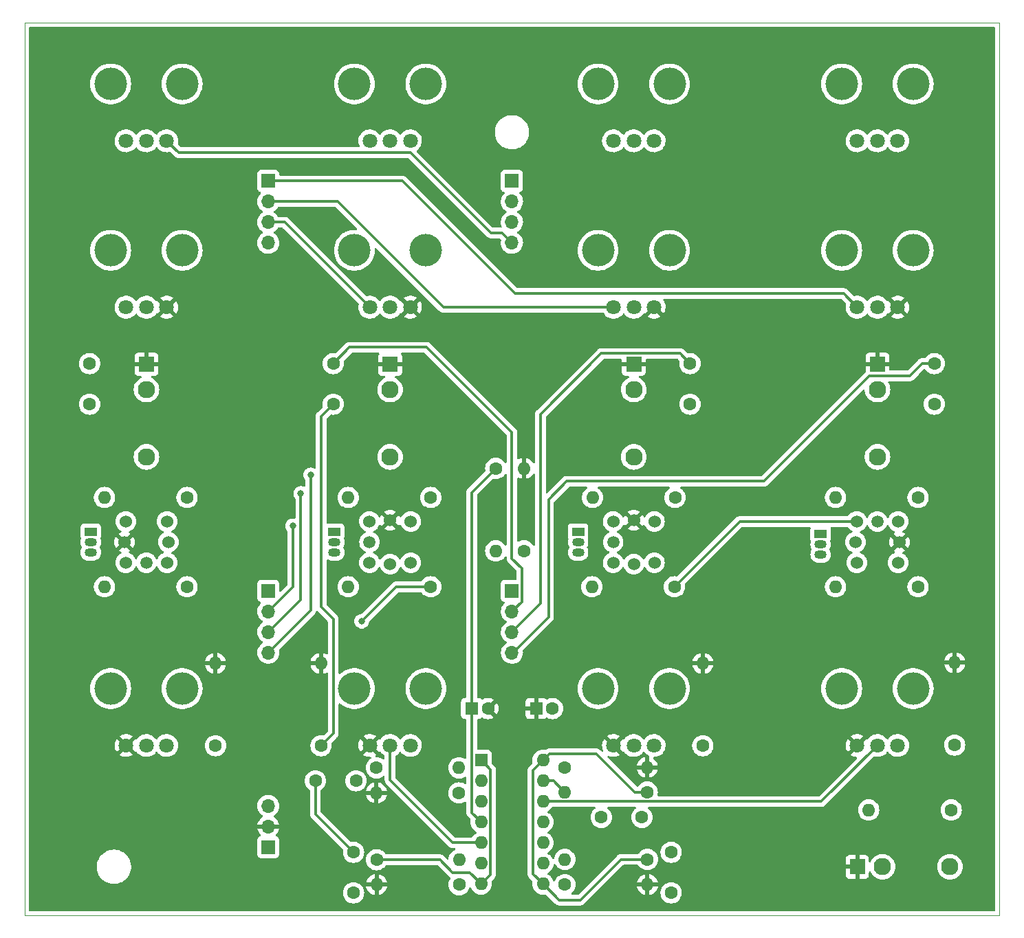
<source format=gbl>
G04 #@! TF.GenerationSoftware,KiCad,Pcbnew,(6.0.6)*
G04 #@! TF.CreationDate,2022-10-26T08:52:02+02:00*
G04 #@! TF.ProjectId,Drumbox,4472756d-626f-4782-9e6b-696361645f70,rev?*
G04 #@! TF.SameCoordinates,Original*
G04 #@! TF.FileFunction,Copper,L2,Bot*
G04 #@! TF.FilePolarity,Positive*
%FSLAX46Y46*%
G04 Gerber Fmt 4.6, Leading zero omitted, Abs format (unit mm)*
G04 Created by KiCad (PCBNEW (6.0.6)) date 2022-10-26 08:52:02*
%MOMM*%
%LPD*%
G01*
G04 APERTURE LIST*
G04 #@! TA.AperFunction,Profile*
%ADD10C,0.050000*%
G04 #@! TD*
G04 #@! TA.AperFunction,WasherPad*
%ADD11C,4.000000*%
G04 #@! TD*
G04 #@! TA.AperFunction,ComponentPad*
%ADD12C,1.800000*%
G04 #@! TD*
G04 #@! TA.AperFunction,WasherPad*
%ADD13C,1.500000*%
G04 #@! TD*
G04 #@! TA.AperFunction,ComponentPad*
%ADD14C,1.524000*%
G04 #@! TD*
G04 #@! TA.AperFunction,ComponentPad*
%ADD15C,1.600000*%
G04 #@! TD*
G04 #@! TA.AperFunction,ComponentPad*
%ADD16O,1.600000X1.600000*%
G04 #@! TD*
G04 #@! TA.AperFunction,ComponentPad*
%ADD17R,1.600000X1.600000*%
G04 #@! TD*
G04 #@! TA.AperFunction,ComponentPad*
%ADD18R,1.830000X1.930000*%
G04 #@! TD*
G04 #@! TA.AperFunction,ComponentPad*
%ADD19C,2.130000*%
G04 #@! TD*
G04 #@! TA.AperFunction,ComponentPad*
%ADD20R,1.500000X1.050000*%
G04 #@! TD*
G04 #@! TA.AperFunction,ComponentPad*
%ADD21O,1.500000X1.050000*%
G04 #@! TD*
G04 #@! TA.AperFunction,ComponentPad*
%ADD22R,1.930000X1.830000*%
G04 #@! TD*
G04 #@! TA.AperFunction,ComponentPad*
%ADD23R,1.700000X1.700000*%
G04 #@! TD*
G04 #@! TA.AperFunction,ComponentPad*
%ADD24O,1.700000X1.700000*%
G04 #@! TD*
G04 #@! TA.AperFunction,ViaPad*
%ADD25C,0.800000*%
G04 #@! TD*
G04 #@! TA.AperFunction,Conductor*
%ADD26C,0.300000*%
G04 #@! TD*
G04 APERTURE END LIST*
D10*
X73500000Y-31000000D02*
X193500000Y-31000000D01*
X193500000Y-31000000D02*
X193500001Y-141000000D01*
X73500000Y-31000000D02*
X73500000Y-141000000D01*
X73500000Y-141000000D02*
X193500001Y-141000000D01*
D11*
X84100000Y-38550000D03*
X92900000Y-38550000D03*
D12*
X91000000Y-45550000D03*
X88500000Y-45550000D03*
X86000000Y-45550000D03*
D13*
X145960000Y-95000000D03*
D14*
X145960000Y-97540000D03*
X145960000Y-92460000D03*
X151040000Y-97540000D03*
X151040000Y-92460000D03*
X148500000Y-97700000D03*
X148500000Y-92300000D03*
D15*
X140000000Y-122750000D03*
D16*
X150160000Y-122750000D03*
D15*
X110000000Y-120080000D03*
D16*
X110000000Y-109920000D03*
D15*
X187580000Y-128000000D03*
D16*
X177420000Y-128000000D03*
D11*
X92900000Y-59050000D03*
X84100000Y-59050000D03*
D12*
X91000000Y-66050000D03*
X88500000Y-66050000D03*
X86000000Y-66050000D03*
D15*
X93500000Y-89500000D03*
D16*
X83340000Y-89500000D03*
D15*
X123500000Y-100500000D03*
D16*
X113340000Y-100500000D03*
D15*
X153100000Y-138200000D03*
X153100000Y-133200000D03*
X144500000Y-128900000D03*
X149500000Y-128900000D03*
X153500000Y-100500000D03*
D16*
X143340000Y-100500000D03*
D15*
X116820000Y-122800000D03*
D16*
X126980000Y-122800000D03*
D17*
X136500000Y-115500000D03*
D15*
X138500000Y-115500000D03*
X116840000Y-134130000D03*
D16*
X127000000Y-134130000D03*
D18*
X176020000Y-135000000D03*
D19*
X187420000Y-135000000D03*
X179120000Y-135000000D03*
D11*
X144100000Y-113050000D03*
X152900000Y-113050000D03*
D12*
X151000000Y-120050000D03*
X148500000Y-120050000D03*
X146000000Y-120050000D03*
D20*
X141640000Y-93730000D03*
D21*
X141640000Y-95000000D03*
X141640000Y-96270000D03*
D11*
X144100000Y-38550000D03*
X152900000Y-38550000D03*
D12*
X151000000Y-45550000D03*
X148500000Y-45550000D03*
X146000000Y-45550000D03*
D20*
X81640000Y-93730000D03*
D21*
X81640000Y-95000000D03*
X81640000Y-96270000D03*
D11*
X152900000Y-59050000D03*
X144100000Y-59050000D03*
D12*
X151000000Y-66050000D03*
X148500000Y-66050000D03*
X146000000Y-66050000D03*
D11*
X122900000Y-38550000D03*
X114100000Y-38550000D03*
D12*
X121000000Y-45550000D03*
X118500000Y-45550000D03*
X116000000Y-45550000D03*
D22*
X118500000Y-73100000D03*
D19*
X118500000Y-84500000D03*
X118500000Y-76200000D03*
D17*
X129700000Y-121875000D03*
D16*
X129700000Y-124415000D03*
X129700000Y-126955000D03*
X129700000Y-129495000D03*
X129700000Y-132035000D03*
X129700000Y-134575000D03*
X129700000Y-137115000D03*
X137320000Y-137115000D03*
X137320000Y-134575000D03*
X137320000Y-132035000D03*
X137320000Y-129495000D03*
X137320000Y-126955000D03*
X137320000Y-124415000D03*
X137320000Y-121875000D03*
D15*
X123500000Y-89500000D03*
D16*
X113340000Y-89500000D03*
D15*
X126980000Y-125900000D03*
D16*
X116820000Y-125900000D03*
D17*
X128544887Y-115500000D03*
D15*
X130544887Y-115500000D03*
X114000000Y-138200000D03*
X114000000Y-133200000D03*
X81500000Y-73000000D03*
X81500000Y-78000000D03*
D13*
X178500000Y-92460000D03*
D14*
X175960000Y-92460000D03*
X181040000Y-92460000D03*
X175960000Y-97540000D03*
X181040000Y-97540000D03*
X175800000Y-95000000D03*
X181200000Y-95000000D03*
D15*
X150180000Y-134100000D03*
D16*
X140020000Y-134100000D03*
D15*
X185500000Y-73000000D03*
X185500000Y-78000000D03*
X111500000Y-73000000D03*
X111500000Y-78000000D03*
X114300000Y-124400000D03*
X109300000Y-124400000D03*
D13*
X115960000Y-95000000D03*
D14*
X115960000Y-97540000D03*
X115960000Y-92460000D03*
X121040000Y-97540000D03*
X121040000Y-92460000D03*
X118500000Y-97700000D03*
X118500000Y-92300000D03*
D11*
X182900000Y-59050000D03*
X174100000Y-59050000D03*
D12*
X181000000Y-66050000D03*
X178500000Y-66050000D03*
X176000000Y-66050000D03*
D15*
X93500000Y-100500000D03*
D16*
X83340000Y-100500000D03*
D15*
X188000000Y-120000000D03*
D16*
X188000000Y-109840000D03*
D22*
X148500000Y-73100000D03*
D19*
X148500000Y-84500000D03*
X148500000Y-76200000D03*
D11*
X122900000Y-113050000D03*
X114100000Y-113050000D03*
D12*
X121000000Y-120050000D03*
X118500000Y-120050000D03*
X116000000Y-120050000D03*
D15*
X140020000Y-137200000D03*
D16*
X150180000Y-137200000D03*
D22*
X178500000Y-73100000D03*
D19*
X178500000Y-84500000D03*
X178500000Y-76200000D03*
D15*
X135000000Y-96080000D03*
D16*
X135000000Y-85920000D03*
D13*
X88500000Y-97540000D03*
D14*
X91040000Y-97540000D03*
X85960000Y-97540000D03*
X91040000Y-92460000D03*
X85960000Y-92460000D03*
X91200000Y-95000000D03*
X85800000Y-95000000D03*
D15*
X127000000Y-137200000D03*
D16*
X116840000Y-137200000D03*
D20*
X111640000Y-93730000D03*
D21*
X111640000Y-95000000D03*
X111640000Y-96270000D03*
D15*
X131500000Y-85920000D03*
D16*
X131500000Y-96080000D03*
D15*
X150160000Y-125800000D03*
D16*
X140000000Y-125800000D03*
D11*
X122900000Y-59050000D03*
X114100000Y-59050000D03*
D12*
X121000000Y-66050000D03*
X118500000Y-66050000D03*
X116000000Y-66050000D03*
D15*
X183500000Y-100500000D03*
D16*
X173340000Y-100500000D03*
D15*
X155420000Y-73000000D03*
X155420000Y-78000000D03*
X183500000Y-89500000D03*
D16*
X173340000Y-89500000D03*
D15*
X157000000Y-120080000D03*
D16*
X157000000Y-109920000D03*
D20*
X171500000Y-94000000D03*
D21*
X171500000Y-95270000D03*
X171500000Y-96540000D03*
D11*
X182900000Y-38550000D03*
X174100000Y-38550000D03*
D12*
X181000000Y-45550000D03*
X178500000Y-45550000D03*
X176000000Y-45550000D03*
D11*
X92900000Y-113050000D03*
X84100000Y-113050000D03*
D12*
X91000000Y-120050000D03*
X88500000Y-120050000D03*
X86000000Y-120050000D03*
D11*
X174100000Y-113050000D03*
X182900000Y-113050000D03*
D12*
X181000000Y-120050000D03*
X178500000Y-120050000D03*
X176000000Y-120050000D03*
D15*
X153580000Y-89500000D03*
D16*
X143420000Y-89500000D03*
D22*
X88500000Y-73100000D03*
D19*
X88500000Y-84500000D03*
X88500000Y-76200000D03*
D15*
X97000000Y-120080000D03*
D16*
X97000000Y-109920000D03*
D23*
X133500000Y-101000000D03*
D24*
X133500000Y-103540000D03*
X133500000Y-106080000D03*
X133500000Y-108620000D03*
D23*
X103500000Y-101000000D03*
D24*
X103500000Y-103540000D03*
X103500000Y-106080000D03*
X103500000Y-108620000D03*
D23*
X133500000Y-50500000D03*
D24*
X133500000Y-53040000D03*
X133500000Y-55580000D03*
X133500000Y-58120000D03*
D23*
X103500000Y-50500000D03*
D24*
X103500000Y-53040000D03*
X103500000Y-55580000D03*
X103500000Y-58120000D03*
D23*
X103500000Y-132580000D03*
D24*
X103500000Y-130040000D03*
X103500000Y-127500000D03*
D25*
X106500000Y-93000000D03*
X107500000Y-89000000D03*
X108720023Y-86720023D03*
X115000000Y-104750000D03*
D26*
X105530000Y-55580000D02*
X103500000Y-55580000D01*
X116000000Y-66050000D02*
X105530000Y-55580000D01*
X133500000Y-81500000D02*
X123000000Y-71000000D01*
X134700000Y-98200000D02*
X133500000Y-97000000D01*
X123000000Y-71000000D02*
X113500000Y-71000000D01*
X133500000Y-103540000D02*
X134700000Y-102340000D01*
X133500000Y-97000000D02*
X133500000Y-81500000D01*
X134700000Y-102340000D02*
X134700000Y-98200000D01*
X113500000Y-71000000D02*
X111500000Y-73000000D01*
X112040000Y-53040000D02*
X103500000Y-53040000D01*
X125050000Y-66050000D02*
X112040000Y-53040000D01*
X146000000Y-66050000D02*
X125050000Y-66050000D01*
X137000000Y-102500000D02*
X137000000Y-102580000D01*
X137000000Y-102580000D02*
X133500000Y-106080000D01*
X154170000Y-71750000D02*
X144500000Y-71750000D01*
X144500000Y-71750000D02*
X137000000Y-79250000D01*
X137000000Y-79250000D02*
X137000000Y-102500000D01*
X155420000Y-73000000D02*
X154170000Y-71750000D01*
X174317846Y-64367846D02*
X176000000Y-66050000D01*
X103500000Y-50500000D02*
X120000000Y-50500000D01*
X120000000Y-50500000D02*
X133867846Y-64367846D01*
X133867846Y-64367846D02*
X174317846Y-64367846D01*
X138000000Y-104250000D02*
X138000000Y-89750000D01*
X140250000Y-87500000D02*
X164500000Y-87500000D01*
X182500000Y-74500000D02*
X184000000Y-73000000D01*
X164500000Y-87500000D02*
X177500000Y-74500000D01*
X133500000Y-108620000D02*
X133630000Y-108620000D01*
X133630000Y-108620000D02*
X138000000Y-104250000D01*
X184000000Y-73000000D02*
X185500000Y-73000000D01*
X177500000Y-74500000D02*
X182500000Y-74500000D01*
X138000000Y-89750000D02*
X140250000Y-87500000D01*
X106500000Y-93000000D02*
X106500000Y-100540000D01*
X106500000Y-100540000D02*
X103500000Y-103540000D01*
X107500000Y-102080000D02*
X103500000Y-106080000D01*
X107500000Y-89000000D02*
X107500000Y-102080000D01*
X108720023Y-103399977D02*
X103500000Y-108620000D01*
X108720023Y-86720023D02*
X108720023Y-103399977D01*
X131500000Y-85920000D02*
X128544887Y-88875113D01*
X128544887Y-88875113D02*
X128544887Y-115500000D01*
X129700000Y-129495000D02*
X128544887Y-128339887D01*
X128544887Y-128339887D02*
X128544887Y-115500000D01*
X130900000Y-56900000D02*
X121000000Y-47000000D01*
X132280000Y-56900000D02*
X130900000Y-56900000D01*
X133500000Y-58120000D02*
X132280000Y-56900000D01*
X121000000Y-47000000D02*
X92450000Y-47000000D01*
X92450000Y-47000000D02*
X91000000Y-45550000D01*
X138119999Y-121075001D02*
X143875001Y-121075001D01*
X124630000Y-134130000D02*
X116840000Y-134130000D01*
X146900000Y-134100000D02*
X141900000Y-139100000D01*
X136100000Y-135895000D02*
X136100000Y-123095000D01*
X109300000Y-128500000D02*
X114000000Y-133200000D01*
X130850000Y-135965000D02*
X129700000Y-137115000D01*
X128285000Y-135700000D02*
X126200000Y-135700000D01*
X148600000Y-125800000D02*
X150160000Y-125800000D01*
X109300000Y-124400000D02*
X109300000Y-128500000D01*
X137320000Y-121875000D02*
X138119999Y-121075001D01*
X143875001Y-121075001D02*
X148600000Y-125800000D01*
X139305000Y-139100000D02*
X137320000Y-137115000D01*
X150180000Y-134100000D02*
X146900000Y-134100000D01*
X137320000Y-137115000D02*
X136100000Y-135895000D01*
X136100000Y-123095000D02*
X137320000Y-121875000D01*
X129700000Y-121875000D02*
X130850000Y-123025000D01*
X141900000Y-139100000D02*
X139305000Y-139100000D01*
X130850000Y-123025000D02*
X130850000Y-135965000D01*
X126200000Y-135700000D02*
X124630000Y-134130000D01*
X129700000Y-137115000D02*
X128285000Y-135700000D01*
X118500000Y-124317767D02*
X118500000Y-120050000D01*
X129700000Y-132035000D02*
X126217233Y-132035000D01*
X126217233Y-132035000D02*
X118500000Y-124317767D01*
X171595000Y-126955000D02*
X178500000Y-120050000D01*
X171595000Y-126955000D02*
X137320000Y-126955000D01*
X161540000Y-92460000D02*
X153500000Y-100500000D01*
X119250000Y-100500000D02*
X123500000Y-100500000D01*
X175960000Y-92460000D02*
X161540000Y-92460000D01*
X115000000Y-104750000D02*
X119250000Y-100500000D01*
X111500000Y-104500000D02*
X111500000Y-118580000D01*
X111500000Y-118580000D02*
X110000000Y-120080000D01*
X110000000Y-79500000D02*
X110000000Y-103000000D01*
X110000000Y-103000000D02*
X111500000Y-104500000D01*
X111500000Y-78000000D02*
X110000000Y-79500000D01*
X138615000Y-124415000D02*
X140000000Y-125800000D01*
X137320000Y-124415000D02*
X138615000Y-124415000D01*
G04 #@! TA.AperFunction,Conductor*
G36*
X192933621Y-31528502D02*
G01*
X192980114Y-31582158D01*
X192991500Y-31634500D01*
X192991501Y-140365500D01*
X192971499Y-140433621D01*
X192917843Y-140480114D01*
X192865501Y-140491500D01*
X74134500Y-140491500D01*
X74066379Y-140471498D01*
X74019886Y-140417842D01*
X74008500Y-140365500D01*
X74008500Y-138200000D01*
X112686502Y-138200000D01*
X112706457Y-138428087D01*
X112707881Y-138433400D01*
X112707881Y-138433402D01*
X112729215Y-138513019D01*
X112765716Y-138649243D01*
X112768039Y-138654224D01*
X112768039Y-138654225D01*
X112860151Y-138851762D01*
X112860154Y-138851767D01*
X112862477Y-138856749D01*
X112993802Y-139044300D01*
X113155700Y-139206198D01*
X113160208Y-139209355D01*
X113160211Y-139209357D01*
X113238389Y-139264098D01*
X113343251Y-139337523D01*
X113348233Y-139339846D01*
X113348238Y-139339849D01*
X113545775Y-139431961D01*
X113550757Y-139434284D01*
X113556065Y-139435706D01*
X113556067Y-139435707D01*
X113766598Y-139492119D01*
X113766600Y-139492119D01*
X113771913Y-139493543D01*
X114000000Y-139513498D01*
X114228087Y-139493543D01*
X114233400Y-139492119D01*
X114233402Y-139492119D01*
X114443933Y-139435707D01*
X114443935Y-139435706D01*
X114449243Y-139434284D01*
X114454225Y-139431961D01*
X114651762Y-139339849D01*
X114651767Y-139339846D01*
X114656749Y-139337523D01*
X114761611Y-139264098D01*
X114839789Y-139209357D01*
X114839792Y-139209355D01*
X114844300Y-139206198D01*
X115006198Y-139044300D01*
X115137523Y-138856749D01*
X115139846Y-138851767D01*
X115139849Y-138851762D01*
X115231961Y-138654225D01*
X115231961Y-138654224D01*
X115234284Y-138649243D01*
X115270786Y-138513019D01*
X115292119Y-138433402D01*
X115292119Y-138433400D01*
X115293543Y-138428087D01*
X115313498Y-138200000D01*
X115293543Y-137971913D01*
X115262685Y-137856749D01*
X115235707Y-137756067D01*
X115235706Y-137756065D01*
X115234284Y-137750757D01*
X115189271Y-137654225D01*
X115139849Y-137548238D01*
X115139846Y-137548233D01*
X115137523Y-137543251D01*
X115083797Y-137466522D01*
X115557273Y-137466522D01*
X115604764Y-137643761D01*
X115608510Y-137654053D01*
X115700586Y-137851511D01*
X115706069Y-137861007D01*
X115831028Y-138039467D01*
X115838084Y-138047875D01*
X115992125Y-138201916D01*
X116000533Y-138208972D01*
X116178993Y-138333931D01*
X116188489Y-138339414D01*
X116385947Y-138431490D01*
X116396239Y-138435236D01*
X116568503Y-138481394D01*
X116582599Y-138481058D01*
X116586000Y-138473116D01*
X116586000Y-138467967D01*
X117094000Y-138467967D01*
X117097973Y-138481498D01*
X117106522Y-138482727D01*
X117283761Y-138435236D01*
X117294053Y-138431490D01*
X117491511Y-138339414D01*
X117501007Y-138333931D01*
X117679467Y-138208972D01*
X117687875Y-138201916D01*
X117841916Y-138047875D01*
X117848972Y-138039467D01*
X117973931Y-137861007D01*
X117979414Y-137851511D01*
X118071490Y-137654053D01*
X118075236Y-137643761D01*
X118121394Y-137471497D01*
X118121058Y-137457401D01*
X118113116Y-137454000D01*
X117112115Y-137454000D01*
X117096876Y-137458475D01*
X117095671Y-137459865D01*
X117094000Y-137467548D01*
X117094000Y-138467967D01*
X116586000Y-138467967D01*
X116586000Y-137472115D01*
X116581525Y-137456876D01*
X116580135Y-137455671D01*
X116572452Y-137454000D01*
X115572033Y-137454000D01*
X115558502Y-137457973D01*
X115557273Y-137466522D01*
X115083797Y-137466522D01*
X115006198Y-137355700D01*
X114844300Y-137193802D01*
X114839792Y-137190645D01*
X114839789Y-137190643D01*
X114700346Y-137093004D01*
X114656749Y-137062477D01*
X114651767Y-137060154D01*
X114651762Y-137060151D01*
X114454225Y-136968039D01*
X114454224Y-136968039D01*
X114449243Y-136965716D01*
X114443935Y-136964294D01*
X114443933Y-136964293D01*
X114310364Y-136928503D01*
X115558606Y-136928503D01*
X115558942Y-136942599D01*
X115566884Y-136946000D01*
X116567885Y-136946000D01*
X116583124Y-136941525D01*
X116584329Y-136940135D01*
X116586000Y-136932452D01*
X116586000Y-136927885D01*
X117094000Y-136927885D01*
X117098475Y-136943124D01*
X117099865Y-136944329D01*
X117107548Y-136946000D01*
X118107967Y-136946000D01*
X118121498Y-136942027D01*
X118122727Y-136933478D01*
X118075236Y-136756239D01*
X118071490Y-136745947D01*
X117979414Y-136548489D01*
X117973931Y-136538993D01*
X117848972Y-136360533D01*
X117841916Y-136352125D01*
X117687875Y-136198084D01*
X117679467Y-136191028D01*
X117501007Y-136066069D01*
X117491511Y-136060586D01*
X117294053Y-135968510D01*
X117283761Y-135964764D01*
X117111497Y-135918606D01*
X117097401Y-135918942D01*
X117094000Y-135926884D01*
X117094000Y-136927885D01*
X116586000Y-136927885D01*
X116586000Y-135932033D01*
X116582027Y-135918502D01*
X116573478Y-135917273D01*
X116396239Y-135964764D01*
X116385947Y-135968510D01*
X116188489Y-136060586D01*
X116178993Y-136066069D01*
X116000533Y-136191028D01*
X115992125Y-136198084D01*
X115838084Y-136352125D01*
X115831028Y-136360533D01*
X115706069Y-136538993D01*
X115700586Y-136548489D01*
X115608510Y-136745947D01*
X115604764Y-136756239D01*
X115558606Y-136928503D01*
X114310364Y-136928503D01*
X114233402Y-136907881D01*
X114233400Y-136907881D01*
X114228087Y-136906457D01*
X114000000Y-136886502D01*
X113771913Y-136906457D01*
X113766600Y-136907881D01*
X113766598Y-136907881D01*
X113556067Y-136964293D01*
X113556065Y-136964294D01*
X113550757Y-136965716D01*
X113545776Y-136968039D01*
X113545775Y-136968039D01*
X113348238Y-137060151D01*
X113348233Y-137060154D01*
X113343251Y-137062477D01*
X113299654Y-137093004D01*
X113160211Y-137190643D01*
X113160208Y-137190645D01*
X113155700Y-137193802D01*
X112993802Y-137355700D01*
X112862477Y-137543251D01*
X112860154Y-137548233D01*
X112860151Y-137548238D01*
X112810729Y-137654225D01*
X112765716Y-137750757D01*
X112764294Y-137756065D01*
X112764293Y-137756067D01*
X112737315Y-137856749D01*
X112706457Y-137971913D01*
X112686502Y-138200000D01*
X74008500Y-138200000D01*
X74008500Y-135132703D01*
X82390743Y-135132703D01*
X82428268Y-135417734D01*
X82429401Y-135421874D01*
X82429401Y-135421876D01*
X82429857Y-135423543D01*
X82504129Y-135695036D01*
X82505813Y-135698984D01*
X82604990Y-135931499D01*
X82616923Y-135959476D01*
X82681534Y-136067433D01*
X82759497Y-136197699D01*
X82764561Y-136206161D01*
X82944313Y-136430528D01*
X83152851Y-136628423D01*
X83386317Y-136796186D01*
X83390112Y-136798195D01*
X83390113Y-136798196D01*
X83411869Y-136809715D01*
X83640392Y-136930712D01*
X83910373Y-137029511D01*
X84191264Y-137090755D01*
X84219841Y-137093004D01*
X84414282Y-137108307D01*
X84414291Y-137108307D01*
X84416739Y-137108500D01*
X84572271Y-137108500D01*
X84574407Y-137108354D01*
X84574418Y-137108354D01*
X84782548Y-137094165D01*
X84782554Y-137094164D01*
X84786825Y-137093873D01*
X84791020Y-137093004D01*
X84791022Y-137093004D01*
X84927583Y-137064724D01*
X85068342Y-137035574D01*
X85339343Y-136939607D01*
X85594812Y-136807750D01*
X85598313Y-136805289D01*
X85598317Y-136805287D01*
X85747351Y-136700544D01*
X85830023Y-136642441D01*
X86002639Y-136482036D01*
X86037479Y-136449661D01*
X86037481Y-136449658D01*
X86040622Y-136446740D01*
X86222713Y-136224268D01*
X86372927Y-135979142D01*
X86379239Y-135964764D01*
X86486757Y-135719830D01*
X86488483Y-135715898D01*
X86567244Y-135439406D01*
X86607751Y-135154784D01*
X86607845Y-135136951D01*
X86609235Y-134871583D01*
X86609235Y-134871576D01*
X86609257Y-134867297D01*
X86606089Y-134843229D01*
X86584702Y-134680782D01*
X86571732Y-134582266D01*
X86495871Y-134304964D01*
X86455091Y-134209357D01*
X86384763Y-134044476D01*
X86384761Y-134044472D01*
X86383077Y-134040524D01*
X86282165Y-133871913D01*
X86237643Y-133797521D01*
X86237640Y-133797517D01*
X86235439Y-133793839D01*
X86055687Y-133569472D01*
X85959437Y-133478134D01*
X102141500Y-133478134D01*
X102148255Y-133540316D01*
X102199385Y-133676705D01*
X102286739Y-133793261D01*
X102403295Y-133880615D01*
X102539684Y-133931745D01*
X102601866Y-133938500D01*
X104398134Y-133938500D01*
X104460316Y-133931745D01*
X104596705Y-133880615D01*
X104713261Y-133793261D01*
X104800615Y-133676705D01*
X104851745Y-133540316D01*
X104858500Y-133478134D01*
X104858500Y-131681866D01*
X104851745Y-131619684D01*
X104800615Y-131483295D01*
X104713261Y-131366739D01*
X104596705Y-131279385D01*
X104477687Y-131234767D01*
X104420923Y-131192125D01*
X104396223Y-131125564D01*
X104411430Y-131056215D01*
X104432977Y-131027535D01*
X104534052Y-130926812D01*
X104540730Y-130918965D01*
X104665003Y-130746020D01*
X104670313Y-130737183D01*
X104764670Y-130546267D01*
X104768469Y-130536672D01*
X104830377Y-130332910D01*
X104832555Y-130322837D01*
X104833986Y-130311962D01*
X104831775Y-130297778D01*
X104818617Y-130294000D01*
X102183225Y-130294000D01*
X102169694Y-130297973D01*
X102168257Y-130307966D01*
X102198565Y-130442446D01*
X102201645Y-130452275D01*
X102281770Y-130649603D01*
X102286413Y-130658794D01*
X102397694Y-130840388D01*
X102403777Y-130848699D01*
X102543213Y-131009667D01*
X102550577Y-131016879D01*
X102555522Y-131020985D01*
X102595156Y-131079889D01*
X102596653Y-131150870D01*
X102559537Y-131211392D01*
X102519264Y-131235910D01*
X102411705Y-131276232D01*
X102411704Y-131276233D01*
X102403295Y-131279385D01*
X102286739Y-131366739D01*
X102199385Y-131483295D01*
X102148255Y-131619684D01*
X102141500Y-131681866D01*
X102141500Y-133478134D01*
X85959437Y-133478134D01*
X85920375Y-133441066D01*
X85850258Y-133374527D01*
X85850255Y-133374525D01*
X85847149Y-133371577D01*
X85613683Y-133203814D01*
X85591843Y-133192250D01*
X85548622Y-133169366D01*
X85359608Y-133069288D01*
X85089627Y-132970489D01*
X84808736Y-132909245D01*
X84777685Y-132906801D01*
X84585718Y-132891693D01*
X84585709Y-132891693D01*
X84583261Y-132891500D01*
X84427729Y-132891500D01*
X84425593Y-132891646D01*
X84425582Y-132891646D01*
X84217452Y-132905835D01*
X84217446Y-132905836D01*
X84213175Y-132906127D01*
X84208980Y-132906996D01*
X84208978Y-132906996D01*
X84080053Y-132933695D01*
X83931658Y-132964426D01*
X83660657Y-133060393D01*
X83405188Y-133192250D01*
X83401687Y-133194711D01*
X83401683Y-133194713D01*
X83314908Y-133255700D01*
X83169977Y-133357559D01*
X83152329Y-133373959D01*
X82963953Y-133549009D01*
X82959378Y-133553260D01*
X82777287Y-133775732D01*
X82627073Y-134020858D01*
X82625347Y-134024791D01*
X82625346Y-134024792D01*
X82513661Y-134279217D01*
X82511517Y-134284102D01*
X82510342Y-134288229D01*
X82510341Y-134288230D01*
X82497473Y-134333402D01*
X82432756Y-134560594D01*
X82392249Y-134845216D01*
X82392227Y-134849505D01*
X82392226Y-134849512D01*
X82390865Y-135109357D01*
X82390743Y-135132703D01*
X74008500Y-135132703D01*
X74008500Y-127466695D01*
X102137251Y-127466695D01*
X102137548Y-127471848D01*
X102137548Y-127471851D01*
X102145719Y-127613562D01*
X102150110Y-127689715D01*
X102151247Y-127694761D01*
X102151248Y-127694767D01*
X102168634Y-127771913D01*
X102199222Y-127907639D01*
X102259343Y-128055700D01*
X102275240Y-128094849D01*
X102283266Y-128114616D01*
X102285965Y-128119020D01*
X102383035Y-128277424D01*
X102399987Y-128305088D01*
X102546250Y-128473938D01*
X102718126Y-128616632D01*
X102731447Y-128624416D01*
X102791955Y-128659774D01*
X102840679Y-128711412D01*
X102853750Y-128781195D01*
X102827019Y-128846967D01*
X102786562Y-128880327D01*
X102778457Y-128884546D01*
X102769738Y-128890036D01*
X102599433Y-129017905D01*
X102591726Y-129024748D01*
X102444590Y-129178717D01*
X102438104Y-129186727D01*
X102318098Y-129362649D01*
X102313000Y-129371623D01*
X102223338Y-129564783D01*
X102219775Y-129574470D01*
X102164389Y-129774183D01*
X102165912Y-129782607D01*
X102178292Y-129786000D01*
X104818344Y-129786000D01*
X104831875Y-129782027D01*
X104833180Y-129772947D01*
X104791214Y-129605875D01*
X104787894Y-129596124D01*
X104702972Y-129400814D01*
X104698105Y-129391739D01*
X104582426Y-129212926D01*
X104576136Y-129204757D01*
X104432806Y-129047240D01*
X104425273Y-129040215D01*
X104258139Y-128908222D01*
X104249556Y-128902520D01*
X104212602Y-128882120D01*
X104162631Y-128831687D01*
X104147859Y-128762245D01*
X104172975Y-128695839D01*
X104200327Y-128669232D01*
X104266621Y-128621945D01*
X104379860Y-128541173D01*
X104538096Y-128383489D01*
X104556788Y-128357477D01*
X104665435Y-128206277D01*
X104668453Y-128202077D01*
X104681811Y-128175050D01*
X104765136Y-128006453D01*
X104765137Y-128006451D01*
X104767430Y-128001811D01*
X104832370Y-127788069D01*
X104861529Y-127566590D01*
X104861786Y-127556067D01*
X104863074Y-127503365D01*
X104863074Y-127503361D01*
X104863156Y-127500000D01*
X104844852Y-127277361D01*
X104790431Y-127060702D01*
X104701354Y-126855840D01*
X104592114Y-126686981D01*
X104582822Y-126672617D01*
X104582820Y-126672614D01*
X104580014Y-126668277D01*
X104429670Y-126503051D01*
X104425619Y-126499852D01*
X104425615Y-126499848D01*
X104258414Y-126367800D01*
X104258410Y-126367798D01*
X104254359Y-126364598D01*
X104226544Y-126349243D01*
X104130999Y-126296500D01*
X104058789Y-126256638D01*
X104053920Y-126254914D01*
X104053916Y-126254912D01*
X103853087Y-126183795D01*
X103853083Y-126183794D01*
X103848212Y-126182069D01*
X103843119Y-126181162D01*
X103843116Y-126181161D01*
X103633373Y-126143800D01*
X103633367Y-126143799D01*
X103628284Y-126142894D01*
X103554452Y-126141992D01*
X103410081Y-126140228D01*
X103410079Y-126140228D01*
X103404911Y-126140165D01*
X103184091Y-126173955D01*
X102971756Y-126243357D01*
X102941443Y-126259137D01*
X102778552Y-126343933D01*
X102773607Y-126346507D01*
X102769474Y-126349610D01*
X102769471Y-126349612D01*
X102745247Y-126367800D01*
X102594965Y-126480635D01*
X102440629Y-126642138D01*
X102437715Y-126646410D01*
X102437714Y-126646411D01*
X102395782Y-126707881D01*
X102314743Y-126826680D01*
X102220688Y-127029305D01*
X102160989Y-127244570D01*
X102137251Y-127466695D01*
X74008500Y-127466695D01*
X74008500Y-124400000D01*
X107986502Y-124400000D01*
X108006457Y-124628087D01*
X108007881Y-124633400D01*
X108007881Y-124633402D01*
X108055160Y-124809846D01*
X108065716Y-124849243D01*
X108068039Y-124854224D01*
X108068039Y-124854225D01*
X108160151Y-125051762D01*
X108160154Y-125051767D01*
X108162477Y-125056749D01*
X108293802Y-125244300D01*
X108455700Y-125406198D01*
X108460208Y-125409355D01*
X108460211Y-125409357D01*
X108512222Y-125445775D01*
X108587772Y-125498676D01*
X108632099Y-125554132D01*
X108641500Y-125601888D01*
X108641500Y-128417944D01*
X108640941Y-128429800D01*
X108639212Y-128437537D01*
X108639461Y-128445459D01*
X108641438Y-128508369D01*
X108641500Y-128512320D01*
X108641500Y-128541432D01*
X108642056Y-128545832D01*
X108642988Y-128557664D01*
X108644438Y-128603831D01*
X108648916Y-128619242D01*
X108650419Y-128624416D01*
X108654430Y-128643782D01*
X108657118Y-128665064D01*
X108660034Y-128672429D01*
X108660035Y-128672433D01*
X108674126Y-128708021D01*
X108677965Y-128719231D01*
X108690855Y-128763600D01*
X108701775Y-128782065D01*
X108710466Y-128799805D01*
X108718365Y-128819756D01*
X108738135Y-128846967D01*
X108745516Y-128857126D01*
X108752033Y-128867048D01*
X108771507Y-128899977D01*
X108771510Y-128899981D01*
X108775547Y-128906807D01*
X108790711Y-128921971D01*
X108803551Y-128937004D01*
X108816159Y-128954357D01*
X108851752Y-128983802D01*
X108860532Y-128991792D01*
X112683376Y-132814636D01*
X112717402Y-132876948D01*
X112715988Y-132936341D01*
X112709609Y-132960151D01*
X112706457Y-132971913D01*
X112686502Y-133200000D01*
X112706457Y-133428087D01*
X112707881Y-133433400D01*
X112707881Y-133433402D01*
X112762672Y-133637881D01*
X112765716Y-133649243D01*
X112768039Y-133654224D01*
X112768039Y-133654225D01*
X112860151Y-133851762D01*
X112860154Y-133851767D01*
X112862477Y-133856749D01*
X112919720Y-133938500D01*
X112987891Y-134035858D01*
X112993802Y-134044300D01*
X113155700Y-134206198D01*
X113160208Y-134209355D01*
X113160211Y-134209357D01*
X113238389Y-134264098D01*
X113343251Y-134337523D01*
X113348233Y-134339846D01*
X113348238Y-134339849D01*
X113540195Y-134429359D01*
X113550757Y-134434284D01*
X113556065Y-134435706D01*
X113556067Y-134435707D01*
X113766598Y-134492119D01*
X113766600Y-134492119D01*
X113771913Y-134493543D01*
X114000000Y-134513498D01*
X114228087Y-134493543D01*
X114233400Y-134492119D01*
X114233402Y-134492119D01*
X114443933Y-134435707D01*
X114443935Y-134435706D01*
X114449243Y-134434284D01*
X114459805Y-134429359D01*
X114651762Y-134339849D01*
X114651767Y-134339846D01*
X114656749Y-134337523D01*
X114761611Y-134264098D01*
X114839789Y-134209357D01*
X114839792Y-134209355D01*
X114844300Y-134206198D01*
X115006198Y-134044300D01*
X115012110Y-134035858D01*
X115080280Y-133938500D01*
X115137523Y-133856749D01*
X115139846Y-133851767D01*
X115139849Y-133851762D01*
X115231961Y-133654225D01*
X115231961Y-133654224D01*
X115234284Y-133649243D01*
X115237329Y-133637881D01*
X115292119Y-133433402D01*
X115292119Y-133433400D01*
X115293543Y-133428087D01*
X115313498Y-133200000D01*
X115293543Y-132971913D01*
X115291015Y-132962477D01*
X115235707Y-132756067D01*
X115235706Y-132756065D01*
X115234284Y-132750757D01*
X115216912Y-132713502D01*
X115139849Y-132548238D01*
X115139846Y-132548233D01*
X115137523Y-132543251D01*
X115006198Y-132355700D01*
X114844300Y-132193802D01*
X114839792Y-132190645D01*
X114839789Y-132190643D01*
X114761611Y-132135902D01*
X114656749Y-132062477D01*
X114651767Y-132060154D01*
X114651762Y-132060151D01*
X114454225Y-131968039D01*
X114454224Y-131968039D01*
X114449243Y-131965716D01*
X114443935Y-131964294D01*
X114443933Y-131964293D01*
X114233402Y-131907881D01*
X114233400Y-131907881D01*
X114228087Y-131906457D01*
X114000000Y-131886502D01*
X113771913Y-131906457D01*
X113766595Y-131907882D01*
X113736341Y-131915988D01*
X113665365Y-131914298D01*
X113614636Y-131883376D01*
X109995405Y-128264145D01*
X109961379Y-128201833D01*
X109958500Y-128175050D01*
X109958500Y-126166522D01*
X115537273Y-126166522D01*
X115584764Y-126343761D01*
X115588510Y-126354053D01*
X115680586Y-126551511D01*
X115686069Y-126561007D01*
X115811028Y-126739467D01*
X115818084Y-126747875D01*
X115972125Y-126901916D01*
X115980533Y-126908972D01*
X116158993Y-127033931D01*
X116168489Y-127039414D01*
X116365947Y-127131490D01*
X116376239Y-127135236D01*
X116548503Y-127181394D01*
X116562599Y-127181058D01*
X116566000Y-127173116D01*
X116566000Y-127167967D01*
X117074000Y-127167967D01*
X117077973Y-127181498D01*
X117086522Y-127182727D01*
X117263761Y-127135236D01*
X117274053Y-127131490D01*
X117471511Y-127039414D01*
X117481007Y-127033931D01*
X117659467Y-126908972D01*
X117667875Y-126901916D01*
X117821916Y-126747875D01*
X117828972Y-126739467D01*
X117953931Y-126561007D01*
X117959414Y-126551511D01*
X118051490Y-126354053D01*
X118055236Y-126343761D01*
X118101394Y-126171497D01*
X118101058Y-126157401D01*
X118093116Y-126154000D01*
X117092115Y-126154000D01*
X117076876Y-126158475D01*
X117075671Y-126159865D01*
X117074000Y-126167548D01*
X117074000Y-127167967D01*
X116566000Y-127167967D01*
X116566000Y-126172115D01*
X116561525Y-126156876D01*
X116560135Y-126155671D01*
X116552452Y-126154000D01*
X115552033Y-126154000D01*
X115538502Y-126157973D01*
X115537273Y-126166522D01*
X109958500Y-126166522D01*
X109958500Y-125601888D01*
X109978502Y-125533767D01*
X110012228Y-125498676D01*
X110087778Y-125445775D01*
X110139789Y-125409357D01*
X110139792Y-125409355D01*
X110144300Y-125406198D01*
X110306198Y-125244300D01*
X110437523Y-125056749D01*
X110439846Y-125051767D01*
X110439849Y-125051762D01*
X110531961Y-124854225D01*
X110531961Y-124854224D01*
X110534284Y-124849243D01*
X110544841Y-124809846D01*
X110592119Y-124633402D01*
X110592119Y-124633400D01*
X110593543Y-124628087D01*
X110613498Y-124400000D01*
X112986502Y-124400000D01*
X113006457Y-124628087D01*
X113007881Y-124633400D01*
X113007881Y-124633402D01*
X113055160Y-124809846D01*
X113065716Y-124849243D01*
X113068039Y-124854224D01*
X113068039Y-124854225D01*
X113160151Y-125051762D01*
X113160154Y-125051767D01*
X113162477Y-125056749D01*
X113293802Y-125244300D01*
X113455700Y-125406198D01*
X113460208Y-125409355D01*
X113460211Y-125409357D01*
X113512467Y-125445947D01*
X113643251Y-125537523D01*
X113648233Y-125539846D01*
X113648238Y-125539849D01*
X113840667Y-125629579D01*
X113850757Y-125634284D01*
X113856065Y-125635706D01*
X113856067Y-125635707D01*
X114066598Y-125692119D01*
X114066600Y-125692119D01*
X114071913Y-125693543D01*
X114300000Y-125713498D01*
X114528087Y-125693543D01*
X114533400Y-125692119D01*
X114533402Y-125692119D01*
X114743933Y-125635707D01*
X114743935Y-125635706D01*
X114749243Y-125634284D01*
X114759333Y-125629579D01*
X114761641Y-125628503D01*
X115538606Y-125628503D01*
X115538942Y-125642599D01*
X115546884Y-125646000D01*
X116547885Y-125646000D01*
X116563124Y-125641525D01*
X116564329Y-125640135D01*
X116566000Y-125632452D01*
X116566000Y-125627885D01*
X117074000Y-125627885D01*
X117078475Y-125643124D01*
X117079865Y-125644329D01*
X117087548Y-125646000D01*
X118087967Y-125646000D01*
X118101498Y-125642027D01*
X118102727Y-125633478D01*
X118055236Y-125456239D01*
X118051490Y-125445947D01*
X117959414Y-125248489D01*
X117953931Y-125238993D01*
X117828972Y-125060533D01*
X117821916Y-125052125D01*
X117667875Y-124898084D01*
X117659467Y-124891028D01*
X117481007Y-124766069D01*
X117471511Y-124760586D01*
X117274053Y-124668510D01*
X117263761Y-124664764D01*
X117091497Y-124618606D01*
X117077401Y-124618942D01*
X117074000Y-124626884D01*
X117074000Y-125627885D01*
X116566000Y-125627885D01*
X116566000Y-124632033D01*
X116562027Y-124618502D01*
X116553478Y-124617273D01*
X116376239Y-124664764D01*
X116365947Y-124668510D01*
X116168489Y-124760586D01*
X116158993Y-124766069D01*
X115980533Y-124891028D01*
X115972125Y-124898084D01*
X115818084Y-125052125D01*
X115811028Y-125060533D01*
X115686069Y-125238993D01*
X115680586Y-125248489D01*
X115588510Y-125445947D01*
X115584764Y-125456239D01*
X115538606Y-125628503D01*
X114761641Y-125628503D01*
X114951762Y-125539849D01*
X114951767Y-125539846D01*
X114956749Y-125537523D01*
X115087533Y-125445947D01*
X115139789Y-125409357D01*
X115139792Y-125409355D01*
X115144300Y-125406198D01*
X115306198Y-125244300D01*
X115437523Y-125056749D01*
X115439846Y-125051767D01*
X115439849Y-125051762D01*
X115531961Y-124854225D01*
X115531961Y-124854224D01*
X115534284Y-124849243D01*
X115544841Y-124809846D01*
X115592119Y-124633402D01*
X115592119Y-124633400D01*
X115593543Y-124628087D01*
X115613498Y-124400000D01*
X115593543Y-124171913D01*
X115560071Y-124046995D01*
X115535707Y-123956067D01*
X115535706Y-123956065D01*
X115534284Y-123950757D01*
X115511341Y-123901555D01*
X115439849Y-123748238D01*
X115439846Y-123748233D01*
X115437523Y-123743251D01*
X115335955Y-123598197D01*
X115309357Y-123560211D01*
X115309355Y-123560208D01*
X115306198Y-123555700D01*
X115144300Y-123393802D01*
X115139792Y-123390645D01*
X115139789Y-123390643D01*
X115061611Y-123335902D01*
X114956749Y-123262477D01*
X114951767Y-123260154D01*
X114951762Y-123260151D01*
X114754225Y-123168039D01*
X114754224Y-123168039D01*
X114749243Y-123165716D01*
X114743935Y-123164294D01*
X114743933Y-123164293D01*
X114533402Y-123107881D01*
X114533400Y-123107881D01*
X114528087Y-123106457D01*
X114300000Y-123086502D01*
X114071913Y-123106457D01*
X114066600Y-123107881D01*
X114066598Y-123107881D01*
X113856067Y-123164293D01*
X113856065Y-123164294D01*
X113850757Y-123165716D01*
X113845776Y-123168039D01*
X113845775Y-123168039D01*
X113648238Y-123260151D01*
X113648233Y-123260154D01*
X113643251Y-123262477D01*
X113538389Y-123335902D01*
X113460211Y-123390643D01*
X113460208Y-123390645D01*
X113455700Y-123393802D01*
X113293802Y-123555700D01*
X113290645Y-123560208D01*
X113290643Y-123560211D01*
X113264045Y-123598197D01*
X113162477Y-123743251D01*
X113160154Y-123748233D01*
X113160151Y-123748238D01*
X113088659Y-123901555D01*
X113065716Y-123950757D01*
X113064294Y-123956065D01*
X113064293Y-123956067D01*
X113039929Y-124046995D01*
X113006457Y-124171913D01*
X112986502Y-124400000D01*
X110613498Y-124400000D01*
X110593543Y-124171913D01*
X110560071Y-124046995D01*
X110535707Y-123956067D01*
X110535706Y-123956065D01*
X110534284Y-123950757D01*
X110511341Y-123901555D01*
X110439849Y-123748238D01*
X110439846Y-123748233D01*
X110437523Y-123743251D01*
X110335955Y-123598197D01*
X110309357Y-123560211D01*
X110309355Y-123560208D01*
X110306198Y-123555700D01*
X110144300Y-123393802D01*
X110139792Y-123390645D01*
X110139789Y-123390643D01*
X110061611Y-123335902D01*
X109956749Y-123262477D01*
X109951767Y-123260154D01*
X109951762Y-123260151D01*
X109754225Y-123168039D01*
X109754224Y-123168039D01*
X109749243Y-123165716D01*
X109743935Y-123164294D01*
X109743933Y-123164293D01*
X109533402Y-123107881D01*
X109533400Y-123107881D01*
X109528087Y-123106457D01*
X109300000Y-123086502D01*
X109071913Y-123106457D01*
X109066600Y-123107881D01*
X109066598Y-123107881D01*
X108856067Y-123164293D01*
X108856065Y-123164294D01*
X108850757Y-123165716D01*
X108845776Y-123168039D01*
X108845775Y-123168039D01*
X108648238Y-123260151D01*
X108648233Y-123260154D01*
X108643251Y-123262477D01*
X108538389Y-123335902D01*
X108460211Y-123390643D01*
X108460208Y-123390645D01*
X108455700Y-123393802D01*
X108293802Y-123555700D01*
X108290645Y-123560208D01*
X108290643Y-123560211D01*
X108264045Y-123598197D01*
X108162477Y-123743251D01*
X108160154Y-123748233D01*
X108160151Y-123748238D01*
X108088659Y-123901555D01*
X108065716Y-123950757D01*
X108064294Y-123956065D01*
X108064293Y-123956067D01*
X108039929Y-124046995D01*
X108006457Y-124171913D01*
X107986502Y-124400000D01*
X74008500Y-124400000D01*
X74008500Y-121211406D01*
X85203423Y-121211406D01*
X85208704Y-121218461D01*
X85385080Y-121321527D01*
X85394363Y-121325974D01*
X85601003Y-121404883D01*
X85610901Y-121407759D01*
X85827653Y-121451857D01*
X85837883Y-121453076D01*
X86058914Y-121461182D01*
X86069223Y-121460714D01*
X86288623Y-121432608D01*
X86298688Y-121430468D01*
X86510557Y-121366905D01*
X86520152Y-121363144D01*
X86718778Y-121265838D01*
X86727636Y-121260559D01*
X86785097Y-121219572D01*
X86793497Y-121208874D01*
X86786510Y-121195721D01*
X86012811Y-120422021D01*
X85998868Y-120414408D01*
X85997034Y-120414539D01*
X85990420Y-120418790D01*
X85210180Y-121199031D01*
X85203423Y-121211406D01*
X74008500Y-121211406D01*
X74008500Y-120020638D01*
X84587893Y-120020638D01*
X84600627Y-120241468D01*
X84602061Y-120251670D01*
X84650685Y-120467439D01*
X84653773Y-120477292D01*
X84736986Y-120682220D01*
X84741634Y-120691421D01*
X84830097Y-120835781D01*
X84840553Y-120845242D01*
X84849331Y-120841458D01*
X85627979Y-120062811D01*
X85634356Y-120051132D01*
X86364408Y-120051132D01*
X86364539Y-120052966D01*
X86368790Y-120059580D01*
X87146307Y-120837096D01*
X87158313Y-120843652D01*
X87167244Y-120836829D01*
X87233519Y-120811370D01*
X87303037Y-120825783D01*
X87351165Y-120871117D01*
X87356800Y-120880311D01*
X87359501Y-120884719D01*
X87511147Y-121059784D01*
X87689349Y-121207730D01*
X87889322Y-121324584D01*
X88105694Y-121407209D01*
X88110760Y-121408240D01*
X88110761Y-121408240D01*
X88147463Y-121415707D01*
X88332656Y-121453385D01*
X88463324Y-121458176D01*
X88558949Y-121461683D01*
X88558953Y-121461683D01*
X88564113Y-121461872D01*
X88569233Y-121461216D01*
X88569235Y-121461216D01*
X88658871Y-121449733D01*
X88793847Y-121432442D01*
X88798795Y-121430957D01*
X88798802Y-121430956D01*
X89010747Y-121367369D01*
X89015690Y-121365886D01*
X89097161Y-121325974D01*
X89219049Y-121266262D01*
X89219052Y-121266260D01*
X89223684Y-121263991D01*
X89412243Y-121129494D01*
X89576303Y-120966005D01*
X89645370Y-120869888D01*
X89701365Y-120826240D01*
X89772068Y-120819794D01*
X89835033Y-120852597D01*
X89855128Y-120877584D01*
X89856799Y-120880311D01*
X89856802Y-120880315D01*
X89859501Y-120884719D01*
X90011147Y-121059784D01*
X90189349Y-121207730D01*
X90389322Y-121324584D01*
X90605694Y-121407209D01*
X90610760Y-121408240D01*
X90610761Y-121408240D01*
X90647463Y-121415707D01*
X90832656Y-121453385D01*
X90963324Y-121458176D01*
X91058949Y-121461683D01*
X91058953Y-121461683D01*
X91064113Y-121461872D01*
X91069233Y-121461216D01*
X91069235Y-121461216D01*
X91158871Y-121449733D01*
X91293847Y-121432442D01*
X91298795Y-121430957D01*
X91298802Y-121430956D01*
X91510747Y-121367369D01*
X91515690Y-121365886D01*
X91597161Y-121325974D01*
X91719049Y-121266262D01*
X91719052Y-121266260D01*
X91723684Y-121263991D01*
X91912243Y-121129494D01*
X92076303Y-120966005D01*
X92211458Y-120777917D01*
X92229577Y-120741257D01*
X92311784Y-120574922D01*
X92311785Y-120574920D01*
X92314078Y-120570280D01*
X92381408Y-120348671D01*
X92411640Y-120119041D01*
X92412594Y-120080000D01*
X95686502Y-120080000D01*
X95706457Y-120308087D01*
X95707881Y-120313400D01*
X95707881Y-120313402D01*
X95762394Y-120516844D01*
X95765716Y-120529243D01*
X95768039Y-120534224D01*
X95768039Y-120534225D01*
X95860151Y-120731762D01*
X95860154Y-120731767D01*
X95862477Y-120736749D01*
X95926578Y-120828295D01*
X95937332Y-120843652D01*
X95993802Y-120924300D01*
X96155700Y-121086198D01*
X96160208Y-121089355D01*
X96160211Y-121089357D01*
X96212329Y-121125850D01*
X96343251Y-121217523D01*
X96348233Y-121219846D01*
X96348238Y-121219849D01*
X96545421Y-121311796D01*
X96550757Y-121314284D01*
X96556065Y-121315706D01*
X96556067Y-121315707D01*
X96766598Y-121372119D01*
X96766600Y-121372119D01*
X96771913Y-121373543D01*
X97000000Y-121393498D01*
X97228087Y-121373543D01*
X97233400Y-121372119D01*
X97233402Y-121372119D01*
X97443933Y-121315707D01*
X97443935Y-121315706D01*
X97449243Y-121314284D01*
X97454579Y-121311796D01*
X97651762Y-121219849D01*
X97651767Y-121219846D01*
X97656749Y-121217523D01*
X97787671Y-121125850D01*
X97839789Y-121089357D01*
X97839792Y-121089355D01*
X97844300Y-121086198D01*
X98006198Y-120924300D01*
X98062669Y-120843652D01*
X98073422Y-120828295D01*
X98137523Y-120736749D01*
X98139846Y-120731767D01*
X98139849Y-120731762D01*
X98231961Y-120534225D01*
X98231961Y-120534224D01*
X98234284Y-120529243D01*
X98237607Y-120516844D01*
X98292119Y-120313402D01*
X98292119Y-120313400D01*
X98293543Y-120308087D01*
X98313498Y-120080000D01*
X98293543Y-119851913D01*
X98234284Y-119630757D01*
X98204622Y-119567146D01*
X98139849Y-119428238D01*
X98139846Y-119428233D01*
X98137523Y-119423251D01*
X98064098Y-119318389D01*
X98009357Y-119240211D01*
X98009355Y-119240208D01*
X98006198Y-119235700D01*
X97844300Y-119073802D01*
X97839792Y-119070645D01*
X97839789Y-119070643D01*
X97735614Y-118997699D01*
X97656749Y-118942477D01*
X97651767Y-118940154D01*
X97651762Y-118940151D01*
X97454225Y-118848039D01*
X97454224Y-118848039D01*
X97449243Y-118845716D01*
X97443935Y-118844294D01*
X97443933Y-118844293D01*
X97233402Y-118787881D01*
X97233400Y-118787881D01*
X97228087Y-118786457D01*
X97000000Y-118766502D01*
X96771913Y-118786457D01*
X96766600Y-118787881D01*
X96766598Y-118787881D01*
X96556067Y-118844293D01*
X96556065Y-118844294D01*
X96550757Y-118845716D01*
X96545776Y-118848039D01*
X96545775Y-118848039D01*
X96348238Y-118940151D01*
X96348233Y-118940154D01*
X96343251Y-118942477D01*
X96264386Y-118997699D01*
X96160211Y-119070643D01*
X96160208Y-119070645D01*
X96155700Y-119073802D01*
X95993802Y-119235700D01*
X95990645Y-119240208D01*
X95990643Y-119240211D01*
X95935902Y-119318389D01*
X95862477Y-119423251D01*
X95860154Y-119428233D01*
X95860151Y-119428238D01*
X95795378Y-119567146D01*
X95765716Y-119630757D01*
X95706457Y-119851913D01*
X95686502Y-120080000D01*
X92412594Y-120080000D01*
X92413327Y-120050000D01*
X92397492Y-119857393D01*
X92394773Y-119824318D01*
X92394772Y-119824312D01*
X92394349Y-119819167D01*
X92360797Y-119685592D01*
X92339184Y-119599544D01*
X92339183Y-119599540D01*
X92337925Y-119594533D01*
X92318891Y-119550757D01*
X92247630Y-119386868D01*
X92247628Y-119386865D01*
X92245570Y-119382131D01*
X92119764Y-119187665D01*
X91963887Y-119016358D01*
X91959836Y-119013159D01*
X91959832Y-119013155D01*
X91786177Y-118876011D01*
X91786172Y-118876008D01*
X91782123Y-118872810D01*
X91777607Y-118870317D01*
X91777604Y-118870315D01*
X91583879Y-118763373D01*
X91583875Y-118763371D01*
X91579355Y-118760876D01*
X91574486Y-118759152D01*
X91574482Y-118759150D01*
X91365903Y-118685288D01*
X91365899Y-118685287D01*
X91361028Y-118683562D01*
X91355935Y-118682655D01*
X91355932Y-118682654D01*
X91138095Y-118643851D01*
X91138089Y-118643850D01*
X91133006Y-118642945D01*
X91060096Y-118642054D01*
X90906581Y-118640179D01*
X90906579Y-118640179D01*
X90901411Y-118640116D01*
X90672464Y-118675150D01*
X90452314Y-118747106D01*
X90447726Y-118749494D01*
X90447722Y-118749496D01*
X90318707Y-118816657D01*
X90246872Y-118854052D01*
X90242739Y-118857155D01*
X90242736Y-118857157D01*
X90065790Y-118990012D01*
X90061655Y-118993117D01*
X89901639Y-119160564D01*
X89854836Y-119229174D01*
X89799927Y-119274175D01*
X89729402Y-119282346D01*
X89665655Y-119251092D01*
X89644959Y-119226609D01*
X89622577Y-119192013D01*
X89622574Y-119192009D01*
X89619764Y-119187665D01*
X89463887Y-119016358D01*
X89459836Y-119013159D01*
X89459832Y-119013155D01*
X89286177Y-118876011D01*
X89286172Y-118876008D01*
X89282123Y-118872810D01*
X89277607Y-118870317D01*
X89277604Y-118870315D01*
X89083879Y-118763373D01*
X89083875Y-118763371D01*
X89079355Y-118760876D01*
X89074486Y-118759152D01*
X89074482Y-118759150D01*
X88865903Y-118685288D01*
X88865899Y-118685287D01*
X88861028Y-118683562D01*
X88855935Y-118682655D01*
X88855932Y-118682654D01*
X88638095Y-118643851D01*
X88638089Y-118643850D01*
X88633006Y-118642945D01*
X88560096Y-118642054D01*
X88406581Y-118640179D01*
X88406579Y-118640179D01*
X88401411Y-118640116D01*
X88172464Y-118675150D01*
X87952314Y-118747106D01*
X87947726Y-118749494D01*
X87947722Y-118749496D01*
X87818707Y-118816657D01*
X87746872Y-118854052D01*
X87742739Y-118857155D01*
X87742736Y-118857157D01*
X87565790Y-118990012D01*
X87561655Y-118993117D01*
X87401639Y-119160564D01*
X87398730Y-119164829D01*
X87398724Y-119164837D01*
X87350199Y-119235972D01*
X87295288Y-119280975D01*
X87224763Y-119289146D01*
X87163884Y-119260439D01*
X87158538Y-119255835D01*
X87148973Y-119260238D01*
X86372021Y-120037189D01*
X86364408Y-120051132D01*
X85634356Y-120051132D01*
X85635592Y-120048868D01*
X85635461Y-120047034D01*
X85631210Y-120040420D01*
X84853862Y-119263073D01*
X84842330Y-119256776D01*
X84830048Y-119266399D01*
X84774467Y-119347877D01*
X84769379Y-119356833D01*
X84676252Y-119557459D01*
X84672689Y-119567146D01*
X84613581Y-119780280D01*
X84611650Y-119790400D01*
X84588145Y-120010349D01*
X84587893Y-120020638D01*
X74008500Y-120020638D01*
X74008500Y-118890711D01*
X85205508Y-118890711D01*
X85212251Y-118903040D01*
X85987189Y-119677979D01*
X86001132Y-119685592D01*
X86002966Y-119685461D01*
X86009580Y-119681210D01*
X86788994Y-118901795D01*
X86796011Y-118888944D01*
X86788237Y-118878274D01*
X86785902Y-118876430D01*
X86777320Y-118870729D01*
X86583678Y-118763833D01*
X86574272Y-118759606D01*
X86365772Y-118685772D01*
X86355809Y-118683140D01*
X86138047Y-118644350D01*
X86127796Y-118643381D01*
X85906616Y-118640679D01*
X85896332Y-118641399D01*
X85677693Y-118674855D01*
X85667666Y-118677244D01*
X85457426Y-118745961D01*
X85447916Y-118749958D01*
X85251725Y-118852089D01*
X85243007Y-118857578D01*
X85213961Y-118879386D01*
X85205508Y-118890711D01*
X74008500Y-118890711D01*
X74008500Y-113050000D01*
X81586540Y-113050000D01*
X81606359Y-113365020D01*
X81665505Y-113675072D01*
X81763044Y-113975266D01*
X81764731Y-113978852D01*
X81764733Y-113978856D01*
X81895750Y-114257283D01*
X81895754Y-114257290D01*
X81897438Y-114260869D01*
X82066568Y-114527375D01*
X82267767Y-114770582D01*
X82497860Y-114986654D01*
X82753221Y-115172184D01*
X82756690Y-115174091D01*
X82756693Y-115174093D01*
X82887491Y-115246000D01*
X83029821Y-115324247D01*
X83033490Y-115325700D01*
X83033495Y-115325702D01*
X83319628Y-115438990D01*
X83323298Y-115440443D01*
X83629025Y-115518940D01*
X83942179Y-115558500D01*
X84257821Y-115558500D01*
X84570975Y-115518940D01*
X84876702Y-115440443D01*
X84880372Y-115438990D01*
X85166505Y-115325702D01*
X85166510Y-115325700D01*
X85170179Y-115324247D01*
X85312509Y-115246000D01*
X85443307Y-115174093D01*
X85443310Y-115174091D01*
X85446779Y-115172184D01*
X85702140Y-114986654D01*
X85932233Y-114770582D01*
X86133432Y-114527375D01*
X86302562Y-114260869D01*
X86304246Y-114257290D01*
X86304250Y-114257283D01*
X86435267Y-113978856D01*
X86435269Y-113978852D01*
X86436956Y-113975266D01*
X86534495Y-113675072D01*
X86593641Y-113365020D01*
X86613460Y-113050000D01*
X90386540Y-113050000D01*
X90406359Y-113365020D01*
X90465505Y-113675072D01*
X90563044Y-113975266D01*
X90564731Y-113978852D01*
X90564733Y-113978856D01*
X90695750Y-114257283D01*
X90695754Y-114257290D01*
X90697438Y-114260869D01*
X90866568Y-114527375D01*
X91067767Y-114770582D01*
X91297860Y-114986654D01*
X91553221Y-115172184D01*
X91556690Y-115174091D01*
X91556693Y-115174093D01*
X91687491Y-115246000D01*
X91829821Y-115324247D01*
X91833490Y-115325700D01*
X91833495Y-115325702D01*
X92119628Y-115438990D01*
X92123298Y-115440443D01*
X92429025Y-115518940D01*
X92742179Y-115558500D01*
X93057821Y-115558500D01*
X93370975Y-115518940D01*
X93676702Y-115440443D01*
X93680372Y-115438990D01*
X93966505Y-115325702D01*
X93966510Y-115325700D01*
X93970179Y-115324247D01*
X94112509Y-115246000D01*
X94243307Y-115174093D01*
X94243310Y-115174091D01*
X94246779Y-115172184D01*
X94502140Y-114986654D01*
X94732233Y-114770582D01*
X94933432Y-114527375D01*
X95102562Y-114260869D01*
X95104246Y-114257290D01*
X95104250Y-114257283D01*
X95235267Y-113978856D01*
X95235269Y-113978852D01*
X95236956Y-113975266D01*
X95334495Y-113675072D01*
X95393641Y-113365020D01*
X95413460Y-113050000D01*
X95393641Y-112734980D01*
X95334495Y-112424928D01*
X95236956Y-112124734D01*
X95235267Y-112121144D01*
X95104250Y-111842717D01*
X95104246Y-111842710D01*
X95102562Y-111839131D01*
X94933432Y-111572625D01*
X94732233Y-111329418D01*
X94502140Y-111113346D01*
X94494737Y-111107967D01*
X94444530Y-111071490D01*
X94246779Y-110927816D01*
X94090529Y-110841916D01*
X93973648Y-110777660D01*
X93973647Y-110777659D01*
X93970179Y-110775753D01*
X93966510Y-110774300D01*
X93966505Y-110774298D01*
X93680372Y-110661010D01*
X93680371Y-110661010D01*
X93676702Y-110659557D01*
X93370975Y-110581060D01*
X93057821Y-110541500D01*
X92742179Y-110541500D01*
X92429025Y-110581060D01*
X92123298Y-110659557D01*
X92119629Y-110661010D01*
X92119628Y-110661010D01*
X91833495Y-110774298D01*
X91833490Y-110774300D01*
X91829821Y-110775753D01*
X91826353Y-110777659D01*
X91826352Y-110777660D01*
X91709472Y-110841916D01*
X91553221Y-110927816D01*
X91355470Y-111071490D01*
X91305264Y-111107967D01*
X91297860Y-111113346D01*
X91067767Y-111329418D01*
X90866568Y-111572625D01*
X90697438Y-111839131D01*
X90695754Y-111842710D01*
X90695750Y-111842717D01*
X90564733Y-112121144D01*
X90563044Y-112124734D01*
X90465505Y-112424928D01*
X90406359Y-112734980D01*
X90386540Y-113050000D01*
X86613460Y-113050000D01*
X86593641Y-112734980D01*
X86534495Y-112424928D01*
X86436956Y-112124734D01*
X86435267Y-112121144D01*
X86304250Y-111842717D01*
X86304246Y-111842710D01*
X86302562Y-111839131D01*
X86133432Y-111572625D01*
X85932233Y-111329418D01*
X85702140Y-111113346D01*
X85694737Y-111107967D01*
X85644530Y-111071490D01*
X85446779Y-110927816D01*
X85290529Y-110841916D01*
X85173648Y-110777660D01*
X85173647Y-110777659D01*
X85170179Y-110775753D01*
X85166510Y-110774300D01*
X85166505Y-110774298D01*
X84880372Y-110661010D01*
X84880371Y-110661010D01*
X84876702Y-110659557D01*
X84570975Y-110581060D01*
X84257821Y-110541500D01*
X83942179Y-110541500D01*
X83629025Y-110581060D01*
X83323298Y-110659557D01*
X83319629Y-110661010D01*
X83319628Y-110661010D01*
X83033495Y-110774298D01*
X83033490Y-110774300D01*
X83029821Y-110775753D01*
X83026353Y-110777659D01*
X83026352Y-110777660D01*
X82909472Y-110841916D01*
X82753221Y-110927816D01*
X82555470Y-111071490D01*
X82505264Y-111107967D01*
X82497860Y-111113346D01*
X82267767Y-111329418D01*
X82066568Y-111572625D01*
X81897438Y-111839131D01*
X81895754Y-111842710D01*
X81895750Y-111842717D01*
X81764733Y-112121144D01*
X81763044Y-112124734D01*
X81665505Y-112424928D01*
X81606359Y-112734980D01*
X81586540Y-113050000D01*
X74008500Y-113050000D01*
X74008500Y-110186522D01*
X95717273Y-110186522D01*
X95764764Y-110363761D01*
X95768510Y-110374053D01*
X95860586Y-110571511D01*
X95866069Y-110581007D01*
X95991028Y-110759467D01*
X95998084Y-110767875D01*
X96152125Y-110921916D01*
X96160533Y-110928972D01*
X96338993Y-111053931D01*
X96348489Y-111059414D01*
X96545947Y-111151490D01*
X96556239Y-111155236D01*
X96728503Y-111201394D01*
X96742599Y-111201058D01*
X96746000Y-111193116D01*
X96746000Y-111187967D01*
X97254000Y-111187967D01*
X97257973Y-111201498D01*
X97266522Y-111202727D01*
X97443761Y-111155236D01*
X97454053Y-111151490D01*
X97651511Y-111059414D01*
X97661007Y-111053931D01*
X97839467Y-110928972D01*
X97847875Y-110921916D01*
X98001916Y-110767875D01*
X98008972Y-110759467D01*
X98133931Y-110581007D01*
X98139414Y-110571511D01*
X98231490Y-110374053D01*
X98235236Y-110363761D01*
X98281394Y-110191497D01*
X98281275Y-110186522D01*
X108717273Y-110186522D01*
X108764764Y-110363761D01*
X108768510Y-110374053D01*
X108860586Y-110571511D01*
X108866069Y-110581007D01*
X108991028Y-110759467D01*
X108998084Y-110767875D01*
X109152125Y-110921916D01*
X109160533Y-110928972D01*
X109338993Y-111053931D01*
X109348489Y-111059414D01*
X109545947Y-111151490D01*
X109556239Y-111155236D01*
X109728503Y-111201394D01*
X109742599Y-111201058D01*
X109746000Y-111193116D01*
X109746000Y-110192115D01*
X109741525Y-110176876D01*
X109740135Y-110175671D01*
X109732452Y-110174000D01*
X108732033Y-110174000D01*
X108718502Y-110177973D01*
X108717273Y-110186522D01*
X98281275Y-110186522D01*
X98281058Y-110177401D01*
X98273116Y-110174000D01*
X97272115Y-110174000D01*
X97256876Y-110178475D01*
X97255671Y-110179865D01*
X97254000Y-110187548D01*
X97254000Y-111187967D01*
X96746000Y-111187967D01*
X96746000Y-110192115D01*
X96741525Y-110176876D01*
X96740135Y-110175671D01*
X96732452Y-110174000D01*
X95732033Y-110174000D01*
X95718502Y-110177973D01*
X95717273Y-110186522D01*
X74008500Y-110186522D01*
X74008500Y-109648503D01*
X95718606Y-109648503D01*
X95718942Y-109662599D01*
X95726884Y-109666000D01*
X96727885Y-109666000D01*
X96743124Y-109661525D01*
X96744329Y-109660135D01*
X96746000Y-109652452D01*
X96746000Y-109647885D01*
X97254000Y-109647885D01*
X97258475Y-109663124D01*
X97259865Y-109664329D01*
X97267548Y-109666000D01*
X98267967Y-109666000D01*
X98281498Y-109662027D01*
X98282727Y-109653478D01*
X98235236Y-109476239D01*
X98231490Y-109465947D01*
X98139414Y-109268489D01*
X98133931Y-109258993D01*
X98008972Y-109080533D01*
X98001916Y-109072125D01*
X97847875Y-108918084D01*
X97839467Y-108911028D01*
X97661007Y-108786069D01*
X97651511Y-108780586D01*
X97454053Y-108688510D01*
X97443761Y-108684764D01*
X97271497Y-108638606D01*
X97257401Y-108638942D01*
X97254000Y-108646884D01*
X97254000Y-109647885D01*
X96746000Y-109647885D01*
X96746000Y-108652033D01*
X96742027Y-108638502D01*
X96733478Y-108637273D01*
X96556239Y-108684764D01*
X96545947Y-108688510D01*
X96348489Y-108780586D01*
X96338993Y-108786069D01*
X96160533Y-108911028D01*
X96152125Y-108918084D01*
X95998084Y-109072125D01*
X95991028Y-109080533D01*
X95866069Y-109258993D01*
X95860586Y-109268489D01*
X95768510Y-109465947D01*
X95764764Y-109476239D01*
X95718606Y-109648503D01*
X74008500Y-109648503D01*
X74008500Y-108586695D01*
X102137251Y-108586695D01*
X102137548Y-108591848D01*
X102137548Y-108591851D01*
X102148430Y-108780586D01*
X102150110Y-108809715D01*
X102151247Y-108814761D01*
X102151248Y-108814767D01*
X102154913Y-108831028D01*
X102199222Y-109027639D01*
X102283266Y-109234616D01*
X102399987Y-109425088D01*
X102546250Y-109593938D01*
X102718126Y-109736632D01*
X102911000Y-109849338D01*
X103119692Y-109929030D01*
X103124760Y-109930061D01*
X103124763Y-109930062D01*
X103232017Y-109951883D01*
X103338597Y-109973567D01*
X103343772Y-109973757D01*
X103343774Y-109973757D01*
X103556673Y-109981564D01*
X103556677Y-109981564D01*
X103561837Y-109981753D01*
X103566957Y-109981097D01*
X103566959Y-109981097D01*
X103778288Y-109954025D01*
X103778289Y-109954025D01*
X103783416Y-109953368D01*
X103788366Y-109951883D01*
X103992429Y-109890661D01*
X103992434Y-109890659D01*
X103997384Y-109889174D01*
X104197994Y-109790896D01*
X104379860Y-109661173D01*
X104392575Y-109648503D01*
X108718606Y-109648503D01*
X108718942Y-109662599D01*
X108726884Y-109666000D01*
X109727885Y-109666000D01*
X109743124Y-109661525D01*
X109744329Y-109660135D01*
X109746000Y-109652452D01*
X109746000Y-108652033D01*
X109742027Y-108638502D01*
X109733478Y-108637273D01*
X109556239Y-108684764D01*
X109545947Y-108688510D01*
X109348489Y-108780586D01*
X109338993Y-108786069D01*
X109160533Y-108911028D01*
X109152125Y-108918084D01*
X108998084Y-109072125D01*
X108991028Y-109080533D01*
X108866069Y-109258993D01*
X108860586Y-109268489D01*
X108768510Y-109465947D01*
X108764764Y-109476239D01*
X108718606Y-109648503D01*
X104392575Y-109648503D01*
X104534435Y-109507137D01*
X104538096Y-109503489D01*
X104597594Y-109420689D01*
X104665435Y-109326277D01*
X104668453Y-109322077D01*
X104767430Y-109121811D01*
X104832370Y-108908069D01*
X104861529Y-108686590D01*
X104861885Y-108672038D01*
X104863074Y-108623365D01*
X104863074Y-108623361D01*
X104863156Y-108620000D01*
X104844852Y-108397361D01*
X104823919Y-108314022D01*
X104826723Y-108243081D01*
X104857028Y-108194232D01*
X109127623Y-103923636D01*
X109136404Y-103915646D01*
X109136413Y-103915638D01*
X109143103Y-103911393D01*
X109191644Y-103859702D01*
X109194398Y-103856861D01*
X109214949Y-103836310D01*
X109217661Y-103832814D01*
X109225372Y-103823785D01*
X109251567Y-103795890D01*
X109256995Y-103790110D01*
X109267324Y-103771322D01*
X109278181Y-103754793D01*
X109286470Y-103744108D01*
X109286471Y-103744106D01*
X109291327Y-103737846D01*
X109309680Y-103695433D01*
X109314891Y-103684796D01*
X109337147Y-103644314D01*
X109342480Y-103623543D01*
X109348882Y-103604841D01*
X109357402Y-103585154D01*
X109359256Y-103573448D01*
X109360580Y-103570656D01*
X109360854Y-103569711D01*
X109361006Y-103569755D01*
X109389665Y-103509295D01*
X109449931Y-103471766D01*
X109520921Y-103472776D01*
X109572800Y-103504060D01*
X110804595Y-104735854D01*
X110838620Y-104798166D01*
X110841500Y-104824949D01*
X110841500Y-108672038D01*
X110821498Y-108740159D01*
X110767842Y-108786652D01*
X110697568Y-108796756D01*
X110656647Y-108782593D01*
X110656498Y-108782912D01*
X110653412Y-108781473D01*
X110652499Y-108781157D01*
X110651511Y-108780586D01*
X110454053Y-108688510D01*
X110443761Y-108684764D01*
X110271497Y-108638606D01*
X110257401Y-108638942D01*
X110254000Y-108646884D01*
X110254000Y-111187967D01*
X110257973Y-111201498D01*
X110266522Y-111202727D01*
X110443761Y-111155236D01*
X110454053Y-111151490D01*
X110651511Y-111059414D01*
X110652499Y-111058843D01*
X110652990Y-111058724D01*
X110656498Y-111057088D01*
X110656827Y-111057793D01*
X110721494Y-111042105D01*
X110788586Y-111065325D01*
X110832474Y-111121131D01*
X110841500Y-111167962D01*
X110841500Y-118255050D01*
X110821498Y-118323171D01*
X110804595Y-118344146D01*
X110385363Y-118763377D01*
X110323051Y-118797402D01*
X110263657Y-118795988D01*
X110233402Y-118787881D01*
X110233400Y-118787881D01*
X110228087Y-118786457D01*
X110000000Y-118766502D01*
X109771913Y-118786457D01*
X109766600Y-118787881D01*
X109766598Y-118787881D01*
X109556067Y-118844293D01*
X109556065Y-118844294D01*
X109550757Y-118845716D01*
X109545776Y-118848039D01*
X109545775Y-118848039D01*
X109348238Y-118940151D01*
X109348233Y-118940154D01*
X109343251Y-118942477D01*
X109264386Y-118997699D01*
X109160211Y-119070643D01*
X109160208Y-119070645D01*
X109155700Y-119073802D01*
X108993802Y-119235700D01*
X108990645Y-119240208D01*
X108990643Y-119240211D01*
X108935902Y-119318389D01*
X108862477Y-119423251D01*
X108860154Y-119428233D01*
X108860151Y-119428238D01*
X108795378Y-119567146D01*
X108765716Y-119630757D01*
X108706457Y-119851913D01*
X108686502Y-120080000D01*
X108706457Y-120308087D01*
X108707881Y-120313400D01*
X108707881Y-120313402D01*
X108762394Y-120516844D01*
X108765716Y-120529243D01*
X108768039Y-120534224D01*
X108768039Y-120534225D01*
X108860151Y-120731762D01*
X108860154Y-120731767D01*
X108862477Y-120736749D01*
X108926578Y-120828295D01*
X108937332Y-120843652D01*
X108993802Y-120924300D01*
X109155700Y-121086198D01*
X109160208Y-121089355D01*
X109160211Y-121089357D01*
X109212329Y-121125850D01*
X109343251Y-121217523D01*
X109348233Y-121219846D01*
X109348238Y-121219849D01*
X109545421Y-121311796D01*
X109550757Y-121314284D01*
X109556065Y-121315706D01*
X109556067Y-121315707D01*
X109766598Y-121372119D01*
X109766600Y-121372119D01*
X109771913Y-121373543D01*
X110000000Y-121393498D01*
X110228087Y-121373543D01*
X110233400Y-121372119D01*
X110233402Y-121372119D01*
X110443933Y-121315707D01*
X110443935Y-121315706D01*
X110449243Y-121314284D01*
X110454579Y-121311796D01*
X110651762Y-121219849D01*
X110651767Y-121219846D01*
X110656749Y-121217523D01*
X110787671Y-121125850D01*
X110839789Y-121089357D01*
X110839792Y-121089355D01*
X110844300Y-121086198D01*
X111006198Y-120924300D01*
X111062669Y-120843652D01*
X111073422Y-120828295D01*
X111137523Y-120736749D01*
X111139846Y-120731767D01*
X111139849Y-120731762D01*
X111231961Y-120534225D01*
X111231961Y-120534224D01*
X111234284Y-120529243D01*
X111237607Y-120516844D01*
X111292119Y-120313402D01*
X111292119Y-120313400D01*
X111293543Y-120308087D01*
X111313498Y-120080000D01*
X111308305Y-120020638D01*
X114587893Y-120020638D01*
X114600627Y-120241468D01*
X114602061Y-120251670D01*
X114650685Y-120467439D01*
X114653773Y-120477292D01*
X114736986Y-120682220D01*
X114741634Y-120691421D01*
X114830097Y-120835781D01*
X114840553Y-120845242D01*
X114849331Y-120841458D01*
X115627979Y-120062811D01*
X115635592Y-120048868D01*
X115635461Y-120047034D01*
X115631210Y-120040420D01*
X114853862Y-119263073D01*
X114842330Y-119256776D01*
X114830048Y-119266399D01*
X114774467Y-119347877D01*
X114769379Y-119356833D01*
X114676252Y-119557459D01*
X114672689Y-119567146D01*
X114613581Y-119780280D01*
X114611650Y-119790400D01*
X114588145Y-120010349D01*
X114587893Y-120020638D01*
X111308305Y-120020638D01*
X111293543Y-119851913D01*
X111284012Y-119816343D01*
X111285702Y-119745367D01*
X111316623Y-119694637D01*
X111907604Y-119103655D01*
X111916386Y-119095664D01*
X111923080Y-119091416D01*
X111942588Y-119070643D01*
X111971621Y-119039726D01*
X111974343Y-119036917D01*
X111994926Y-119016333D01*
X111997638Y-119012837D01*
X112005349Y-119003808D01*
X112014745Y-118993802D01*
X112036972Y-118970133D01*
X112047301Y-118951345D01*
X112058158Y-118934816D01*
X112066447Y-118924131D01*
X112066448Y-118924129D01*
X112071304Y-118917869D01*
X112083056Y-118890711D01*
X115205508Y-118890711D01*
X115212251Y-118903040D01*
X115987189Y-119677979D01*
X116001132Y-119685592D01*
X116002966Y-119685461D01*
X116009580Y-119681210D01*
X116788994Y-118901795D01*
X116796011Y-118888944D01*
X116788237Y-118878274D01*
X116785902Y-118876430D01*
X116777320Y-118870729D01*
X116583678Y-118763833D01*
X116574272Y-118759606D01*
X116365772Y-118685772D01*
X116355809Y-118683140D01*
X116138047Y-118644350D01*
X116127796Y-118643381D01*
X115906616Y-118640679D01*
X115896332Y-118641399D01*
X115677693Y-118674855D01*
X115667666Y-118677244D01*
X115457426Y-118745961D01*
X115447916Y-118749958D01*
X115251725Y-118852089D01*
X115243007Y-118857578D01*
X115213961Y-118879386D01*
X115205508Y-118890711D01*
X112083056Y-118890711D01*
X112089657Y-118875456D01*
X112094868Y-118864819D01*
X112117124Y-118824337D01*
X112122457Y-118803566D01*
X112128859Y-118784864D01*
X112137379Y-118765177D01*
X112144605Y-118719552D01*
X112147013Y-118707926D01*
X112156529Y-118670865D01*
X112156529Y-118670864D01*
X112158500Y-118663188D01*
X112158500Y-118641742D01*
X112160051Y-118622031D01*
X112162166Y-118608678D01*
X112163406Y-118600849D01*
X112159059Y-118554864D01*
X112158500Y-118543006D01*
X112158500Y-114959142D01*
X112178502Y-114891021D01*
X112232158Y-114844528D01*
X112302432Y-114834424D01*
X112370752Y-114867292D01*
X112497860Y-114986654D01*
X112753221Y-115172184D01*
X112756690Y-115174091D01*
X112756693Y-115174093D01*
X112887491Y-115246000D01*
X113029821Y-115324247D01*
X113033490Y-115325700D01*
X113033495Y-115325702D01*
X113319628Y-115438990D01*
X113323298Y-115440443D01*
X113629025Y-115518940D01*
X113942179Y-115558500D01*
X114257821Y-115558500D01*
X114570975Y-115518940D01*
X114876702Y-115440443D01*
X114880372Y-115438990D01*
X115166505Y-115325702D01*
X115166510Y-115325700D01*
X115170179Y-115324247D01*
X115312509Y-115246000D01*
X115443307Y-115174093D01*
X115443310Y-115174091D01*
X115446779Y-115172184D01*
X115702140Y-114986654D01*
X115932233Y-114770582D01*
X116133432Y-114527375D01*
X116302562Y-114260869D01*
X116304246Y-114257290D01*
X116304250Y-114257283D01*
X116435267Y-113978856D01*
X116435269Y-113978852D01*
X116436956Y-113975266D01*
X116534495Y-113675072D01*
X116593641Y-113365020D01*
X116613460Y-113050000D01*
X120386540Y-113050000D01*
X120406359Y-113365020D01*
X120465505Y-113675072D01*
X120563044Y-113975266D01*
X120564731Y-113978852D01*
X120564733Y-113978856D01*
X120695750Y-114257283D01*
X120695754Y-114257290D01*
X120697438Y-114260869D01*
X120866568Y-114527375D01*
X121067767Y-114770582D01*
X121297860Y-114986654D01*
X121553221Y-115172184D01*
X121556690Y-115174091D01*
X121556693Y-115174093D01*
X121687491Y-115246000D01*
X121829821Y-115324247D01*
X121833490Y-115325700D01*
X121833495Y-115325702D01*
X122119628Y-115438990D01*
X122123298Y-115440443D01*
X122429025Y-115518940D01*
X122742179Y-115558500D01*
X123057821Y-115558500D01*
X123370975Y-115518940D01*
X123676702Y-115440443D01*
X123680372Y-115438990D01*
X123966505Y-115325702D01*
X123966510Y-115325700D01*
X123970179Y-115324247D01*
X124112509Y-115246000D01*
X124243307Y-115174093D01*
X124243310Y-115174091D01*
X124246779Y-115172184D01*
X124502140Y-114986654D01*
X124732233Y-114770582D01*
X124933432Y-114527375D01*
X125102562Y-114260869D01*
X125104246Y-114257290D01*
X125104250Y-114257283D01*
X125235267Y-113978856D01*
X125235269Y-113978852D01*
X125236956Y-113975266D01*
X125334495Y-113675072D01*
X125393641Y-113365020D01*
X125413460Y-113050000D01*
X125393641Y-112734980D01*
X125334495Y-112424928D01*
X125236956Y-112124734D01*
X125235267Y-112121144D01*
X125104250Y-111842717D01*
X125104246Y-111842710D01*
X125102562Y-111839131D01*
X124933432Y-111572625D01*
X124732233Y-111329418D01*
X124502140Y-111113346D01*
X124494737Y-111107967D01*
X124444530Y-111071490D01*
X124246779Y-110927816D01*
X124090529Y-110841916D01*
X123973648Y-110777660D01*
X123973647Y-110777659D01*
X123970179Y-110775753D01*
X123966510Y-110774300D01*
X123966505Y-110774298D01*
X123680372Y-110661010D01*
X123680371Y-110661010D01*
X123676702Y-110659557D01*
X123370975Y-110581060D01*
X123057821Y-110541500D01*
X122742179Y-110541500D01*
X122429025Y-110581060D01*
X122123298Y-110659557D01*
X122119629Y-110661010D01*
X122119628Y-110661010D01*
X121833495Y-110774298D01*
X121833490Y-110774300D01*
X121829821Y-110775753D01*
X121826353Y-110777659D01*
X121826352Y-110777660D01*
X121709472Y-110841916D01*
X121553221Y-110927816D01*
X121355470Y-111071490D01*
X121305264Y-111107967D01*
X121297860Y-111113346D01*
X121067767Y-111329418D01*
X120866568Y-111572625D01*
X120697438Y-111839131D01*
X120695754Y-111842710D01*
X120695750Y-111842717D01*
X120564733Y-112121144D01*
X120563044Y-112124734D01*
X120465505Y-112424928D01*
X120406359Y-112734980D01*
X120386540Y-113050000D01*
X116613460Y-113050000D01*
X116593641Y-112734980D01*
X116534495Y-112424928D01*
X116436956Y-112124734D01*
X116435267Y-112121144D01*
X116304250Y-111842717D01*
X116304246Y-111842710D01*
X116302562Y-111839131D01*
X116133432Y-111572625D01*
X115932233Y-111329418D01*
X115702140Y-111113346D01*
X115694737Y-111107967D01*
X115644530Y-111071490D01*
X115446779Y-110927816D01*
X115290529Y-110841916D01*
X115173648Y-110777660D01*
X115173647Y-110777659D01*
X115170179Y-110775753D01*
X115166510Y-110774300D01*
X115166505Y-110774298D01*
X114880372Y-110661010D01*
X114880371Y-110661010D01*
X114876702Y-110659557D01*
X114570975Y-110581060D01*
X114257821Y-110541500D01*
X113942179Y-110541500D01*
X113629025Y-110581060D01*
X113323298Y-110659557D01*
X113319629Y-110661010D01*
X113319628Y-110661010D01*
X113033495Y-110774298D01*
X113033490Y-110774300D01*
X113029821Y-110775753D01*
X113026353Y-110777659D01*
X113026352Y-110777660D01*
X112909472Y-110841916D01*
X112753221Y-110927816D01*
X112555470Y-111071490D01*
X112505264Y-111107967D01*
X112497860Y-111113346D01*
X112391567Y-111213162D01*
X112370753Y-111232708D01*
X112307403Y-111264759D01*
X112236781Y-111257472D01*
X112181310Y-111213162D01*
X112158500Y-111140858D01*
X112158500Y-104750000D01*
X114086496Y-104750000D01*
X114106458Y-104939928D01*
X114165473Y-105121556D01*
X114260960Y-105286944D01*
X114388747Y-105428866D01*
X114543248Y-105541118D01*
X114549276Y-105543802D01*
X114549278Y-105543803D01*
X114711681Y-105616109D01*
X114717712Y-105618794D01*
X114811112Y-105638647D01*
X114898056Y-105657128D01*
X114898061Y-105657128D01*
X114904513Y-105658500D01*
X115095487Y-105658500D01*
X115101939Y-105657128D01*
X115101944Y-105657128D01*
X115188888Y-105638647D01*
X115282288Y-105618794D01*
X115288319Y-105616109D01*
X115450722Y-105543803D01*
X115450724Y-105543802D01*
X115456752Y-105541118D01*
X115611253Y-105428866D01*
X115739040Y-105286944D01*
X115834527Y-105121556D01*
X115893542Y-104939928D01*
X115906755Y-104814213D01*
X115933768Y-104748558D01*
X115942970Y-104738290D01*
X119485855Y-101195405D01*
X119548167Y-101161379D01*
X119574950Y-101158500D01*
X122298112Y-101158500D01*
X122366233Y-101178502D01*
X122401324Y-101212228D01*
X122493802Y-101344300D01*
X122655700Y-101506198D01*
X122660208Y-101509355D01*
X122660211Y-101509357D01*
X122738389Y-101564098D01*
X122843251Y-101637523D01*
X122848233Y-101639846D01*
X122848238Y-101639849D01*
X123045775Y-101731961D01*
X123050757Y-101734284D01*
X123056065Y-101735706D01*
X123056067Y-101735707D01*
X123266598Y-101792119D01*
X123266600Y-101792119D01*
X123271913Y-101793543D01*
X123500000Y-101813498D01*
X123728087Y-101793543D01*
X123733400Y-101792119D01*
X123733402Y-101792119D01*
X123943933Y-101735707D01*
X123943935Y-101735706D01*
X123949243Y-101734284D01*
X123954225Y-101731961D01*
X124151762Y-101639849D01*
X124151767Y-101639846D01*
X124156749Y-101637523D01*
X124261611Y-101564098D01*
X124339789Y-101509357D01*
X124339792Y-101509355D01*
X124344300Y-101506198D01*
X124506198Y-101344300D01*
X124637523Y-101156749D01*
X124639846Y-101151767D01*
X124639849Y-101151762D01*
X124731961Y-100954225D01*
X124731961Y-100954224D01*
X124734284Y-100949243D01*
X124793543Y-100728087D01*
X124813498Y-100500000D01*
X124793543Y-100271913D01*
X124792118Y-100266595D01*
X124735707Y-100056067D01*
X124735706Y-100056065D01*
X124734284Y-100050757D01*
X124729121Y-100039684D01*
X124639849Y-99848238D01*
X124639846Y-99848233D01*
X124637523Y-99843251D01*
X124506198Y-99655700D01*
X124344300Y-99493802D01*
X124339792Y-99490645D01*
X124339789Y-99490643D01*
X124261611Y-99435902D01*
X124156749Y-99362477D01*
X124151767Y-99360154D01*
X124151762Y-99360151D01*
X123954225Y-99268039D01*
X123954224Y-99268039D01*
X123949243Y-99265716D01*
X123943935Y-99264294D01*
X123943933Y-99264293D01*
X123733402Y-99207881D01*
X123733400Y-99207881D01*
X123728087Y-99206457D01*
X123500000Y-99186502D01*
X123271913Y-99206457D01*
X123266600Y-99207881D01*
X123266598Y-99207881D01*
X123056067Y-99264293D01*
X123056065Y-99264294D01*
X123050757Y-99265716D01*
X123045776Y-99268039D01*
X123045775Y-99268039D01*
X122848238Y-99360151D01*
X122848233Y-99360154D01*
X122843251Y-99362477D01*
X122738389Y-99435902D01*
X122660211Y-99490643D01*
X122660208Y-99490645D01*
X122655700Y-99493802D01*
X122493802Y-99655700D01*
X122402048Y-99786739D01*
X122401325Y-99787771D01*
X122345868Y-99832099D01*
X122298112Y-99841500D01*
X119332059Y-99841500D01*
X119320203Y-99840941D01*
X119312463Y-99839211D01*
X119304537Y-99839460D01*
X119304536Y-99839460D01*
X119241611Y-99841438D01*
X119237653Y-99841500D01*
X119208568Y-99841500D01*
X119204637Y-99841997D01*
X119204630Y-99841997D01*
X119204179Y-99842054D01*
X119192343Y-99842986D01*
X119146169Y-99844438D01*
X119125579Y-99850420D01*
X119106218Y-99854430D01*
X119099230Y-99855312D01*
X119092796Y-99856125D01*
X119092795Y-99856125D01*
X119084936Y-99857118D01*
X119077571Y-99860034D01*
X119077567Y-99860035D01*
X119041979Y-99874126D01*
X119030769Y-99877965D01*
X118986400Y-99890855D01*
X118967935Y-99901775D01*
X118950195Y-99910466D01*
X118930244Y-99918365D01*
X118892874Y-99945516D01*
X118882952Y-99952033D01*
X118850023Y-99971507D01*
X118850019Y-99971510D01*
X118843193Y-99975547D01*
X118828029Y-99990711D01*
X118812996Y-100003551D01*
X118795643Y-100016159D01*
X118767021Y-100050757D01*
X118766198Y-100051752D01*
X118758208Y-100060532D01*
X115014145Y-103804595D01*
X114951833Y-103838621D01*
X114925050Y-103841500D01*
X114904513Y-103841500D01*
X114898061Y-103842872D01*
X114898056Y-103842872D01*
X114825593Y-103858275D01*
X114717712Y-103881206D01*
X114711682Y-103883891D01*
X114711681Y-103883891D01*
X114549278Y-103956197D01*
X114549276Y-103956198D01*
X114543248Y-103958882D01*
X114388747Y-104071134D01*
X114384326Y-104076044D01*
X114384325Y-104076045D01*
X114283872Y-104187610D01*
X114260960Y-104213056D01*
X114165473Y-104378444D01*
X114106458Y-104560072D01*
X114105768Y-104566633D01*
X114105768Y-104566635D01*
X114100018Y-104621345D01*
X114086496Y-104750000D01*
X112158500Y-104750000D01*
X112158500Y-104582056D01*
X112159059Y-104570200D01*
X112159059Y-104570197D01*
X112160788Y-104562463D01*
X112158562Y-104491631D01*
X112158500Y-104487673D01*
X112158500Y-104458568D01*
X112157944Y-104454168D01*
X112157012Y-104442330D01*
X112156788Y-104435177D01*
X112155562Y-104396169D01*
X112149580Y-104375579D01*
X112145570Y-104356216D01*
X112143875Y-104342796D01*
X112143875Y-104342795D01*
X112142882Y-104334936D01*
X112139966Y-104327571D01*
X112139965Y-104327567D01*
X112125874Y-104291979D01*
X112122035Y-104280769D01*
X112109145Y-104236400D01*
X112098229Y-104217943D01*
X112089534Y-104200193D01*
X112081635Y-104180244D01*
X112054477Y-104142864D01*
X112047960Y-104132943D01*
X112024452Y-104093193D01*
X112009291Y-104078032D01*
X111996449Y-104062997D01*
X111983841Y-104045643D01*
X111977737Y-104040593D01*
X111977735Y-104040591D01*
X111948237Y-104016188D01*
X111939459Y-104008199D01*
X110695405Y-102764145D01*
X110661379Y-102701833D01*
X110658500Y-102675050D01*
X110658500Y-100500000D01*
X112026502Y-100500000D01*
X112046457Y-100728087D01*
X112105716Y-100949243D01*
X112108039Y-100954224D01*
X112108039Y-100954225D01*
X112200151Y-101151762D01*
X112200154Y-101151767D01*
X112202477Y-101156749D01*
X112333802Y-101344300D01*
X112495700Y-101506198D01*
X112500208Y-101509355D01*
X112500211Y-101509357D01*
X112578389Y-101564098D01*
X112683251Y-101637523D01*
X112688233Y-101639846D01*
X112688238Y-101639849D01*
X112885775Y-101731961D01*
X112890757Y-101734284D01*
X112896065Y-101735706D01*
X112896067Y-101735707D01*
X113106598Y-101792119D01*
X113106600Y-101792119D01*
X113111913Y-101793543D01*
X113340000Y-101813498D01*
X113568087Y-101793543D01*
X113573400Y-101792119D01*
X113573402Y-101792119D01*
X113783933Y-101735707D01*
X113783935Y-101735706D01*
X113789243Y-101734284D01*
X113794225Y-101731961D01*
X113991762Y-101639849D01*
X113991767Y-101639846D01*
X113996749Y-101637523D01*
X114101611Y-101564098D01*
X114179789Y-101509357D01*
X114179792Y-101509355D01*
X114184300Y-101506198D01*
X114346198Y-101344300D01*
X114477523Y-101156749D01*
X114479846Y-101151767D01*
X114479849Y-101151762D01*
X114571961Y-100954225D01*
X114571961Y-100954224D01*
X114574284Y-100949243D01*
X114633543Y-100728087D01*
X114653498Y-100500000D01*
X114633543Y-100271913D01*
X114632118Y-100266595D01*
X114575707Y-100056067D01*
X114575706Y-100056065D01*
X114574284Y-100050757D01*
X114569121Y-100039684D01*
X114479849Y-99848238D01*
X114479846Y-99848233D01*
X114477523Y-99843251D01*
X114346198Y-99655700D01*
X114184300Y-99493802D01*
X114179792Y-99490645D01*
X114179789Y-99490643D01*
X114101611Y-99435902D01*
X113996749Y-99362477D01*
X113991767Y-99360154D01*
X113991762Y-99360151D01*
X113794225Y-99268039D01*
X113794224Y-99268039D01*
X113789243Y-99265716D01*
X113783935Y-99264294D01*
X113783933Y-99264293D01*
X113573402Y-99207881D01*
X113573400Y-99207881D01*
X113568087Y-99206457D01*
X113340000Y-99186502D01*
X113111913Y-99206457D01*
X113106600Y-99207881D01*
X113106598Y-99207881D01*
X112896067Y-99264293D01*
X112896065Y-99264294D01*
X112890757Y-99265716D01*
X112885776Y-99268039D01*
X112885775Y-99268039D01*
X112688238Y-99360151D01*
X112688233Y-99360154D01*
X112683251Y-99362477D01*
X112578389Y-99435902D01*
X112500211Y-99490643D01*
X112500208Y-99490645D01*
X112495700Y-99493802D01*
X112333802Y-99655700D01*
X112202477Y-99843251D01*
X112200154Y-99848233D01*
X112200151Y-99848238D01*
X112110879Y-100039684D01*
X112105716Y-100050757D01*
X112104294Y-100056065D01*
X112104293Y-100056067D01*
X112047882Y-100266595D01*
X112046457Y-100271913D01*
X112026502Y-100500000D01*
X110658500Y-100500000D01*
X110658500Y-97540000D01*
X114684647Y-97540000D01*
X114704022Y-97761463D01*
X114761560Y-97976196D01*
X114763882Y-97981177D01*
X114763883Y-97981178D01*
X114853186Y-98172689D01*
X114853189Y-98172694D01*
X114855512Y-98177676D01*
X114858668Y-98182183D01*
X114858669Y-98182185D01*
X114974443Y-98347527D01*
X114983023Y-98359781D01*
X115140219Y-98516977D01*
X115144727Y-98520134D01*
X115144730Y-98520136D01*
X115149789Y-98523678D01*
X115322323Y-98644488D01*
X115327305Y-98646811D01*
X115327310Y-98646814D01*
X115518822Y-98736117D01*
X115523804Y-98738440D01*
X115529112Y-98739862D01*
X115529114Y-98739863D01*
X115594949Y-98757503D01*
X115738537Y-98795978D01*
X115960000Y-98815353D01*
X116181463Y-98795978D01*
X116325051Y-98757503D01*
X116390886Y-98739863D01*
X116390888Y-98739862D01*
X116396196Y-98738440D01*
X116401178Y-98736117D01*
X116592690Y-98646814D01*
X116592695Y-98646811D01*
X116597677Y-98644488D01*
X116770211Y-98523678D01*
X116775270Y-98520136D01*
X116775273Y-98520134D01*
X116779781Y-98516977D01*
X116936977Y-98359781D01*
X116945558Y-98347527D01*
X117061331Y-98182185D01*
X117061332Y-98182183D01*
X117064488Y-98177676D01*
X117066811Y-98172694D01*
X117066814Y-98172689D01*
X117078500Y-98147627D01*
X117125417Y-98094342D01*
X117193694Y-98074881D01*
X117261654Y-98095423D01*
X117306890Y-98147627D01*
X117393186Y-98332689D01*
X117393189Y-98332694D01*
X117395512Y-98337676D01*
X117398668Y-98342183D01*
X117398669Y-98342185D01*
X117402410Y-98347527D01*
X117523023Y-98519781D01*
X117680219Y-98676977D01*
X117684727Y-98680134D01*
X117684730Y-98680136D01*
X117748510Y-98724795D01*
X117862323Y-98804488D01*
X117867305Y-98806811D01*
X117867310Y-98806814D01*
X118058822Y-98896117D01*
X118063804Y-98898440D01*
X118069112Y-98899862D01*
X118069114Y-98899863D01*
X118134949Y-98917503D01*
X118278537Y-98955978D01*
X118500000Y-98975353D01*
X118721463Y-98955978D01*
X118865051Y-98917503D01*
X118930886Y-98899863D01*
X118930888Y-98899862D01*
X118936196Y-98898440D01*
X118941178Y-98896117D01*
X119132690Y-98806814D01*
X119132695Y-98806811D01*
X119137677Y-98804488D01*
X119251490Y-98724795D01*
X119315270Y-98680136D01*
X119315273Y-98680134D01*
X119319781Y-98676977D01*
X119476977Y-98519781D01*
X119597591Y-98347527D01*
X119601331Y-98342185D01*
X119601332Y-98342183D01*
X119604488Y-98337676D01*
X119606811Y-98332694D01*
X119606814Y-98332689D01*
X119693110Y-98147627D01*
X119740028Y-98094342D01*
X119808305Y-98074881D01*
X119876265Y-98095423D01*
X119921500Y-98147627D01*
X119933186Y-98172689D01*
X119933189Y-98172694D01*
X119935512Y-98177676D01*
X119938668Y-98182183D01*
X119938669Y-98182185D01*
X120054443Y-98347527D01*
X120063023Y-98359781D01*
X120220219Y-98516977D01*
X120224727Y-98520134D01*
X120224730Y-98520136D01*
X120229789Y-98523678D01*
X120402323Y-98644488D01*
X120407305Y-98646811D01*
X120407310Y-98646814D01*
X120598822Y-98736117D01*
X120603804Y-98738440D01*
X120609112Y-98739862D01*
X120609114Y-98739863D01*
X120674949Y-98757503D01*
X120818537Y-98795978D01*
X121040000Y-98815353D01*
X121261463Y-98795978D01*
X121405051Y-98757503D01*
X121470886Y-98739863D01*
X121470888Y-98739862D01*
X121476196Y-98738440D01*
X121481178Y-98736117D01*
X121672690Y-98646814D01*
X121672695Y-98646811D01*
X121677677Y-98644488D01*
X121850211Y-98523678D01*
X121855270Y-98520136D01*
X121855273Y-98520134D01*
X121859781Y-98516977D01*
X122016977Y-98359781D01*
X122025558Y-98347527D01*
X122141331Y-98182185D01*
X122141332Y-98182183D01*
X122144488Y-98177676D01*
X122146811Y-98172694D01*
X122146814Y-98172689D01*
X122236117Y-97981178D01*
X122236118Y-97981177D01*
X122238440Y-97976196D01*
X122295978Y-97761463D01*
X122315353Y-97540000D01*
X122295978Y-97318537D01*
X122243563Y-97122922D01*
X122239863Y-97109114D01*
X122239862Y-97109112D01*
X122238440Y-97103804D01*
X122221423Y-97067311D01*
X122146814Y-96907311D01*
X122146811Y-96907306D01*
X122144488Y-96902324D01*
X122104392Y-96845061D01*
X122020136Y-96724730D01*
X122020134Y-96724727D01*
X122016977Y-96720219D01*
X121859781Y-96563023D01*
X121855273Y-96559866D01*
X121855270Y-96559864D01*
X121769971Y-96500137D01*
X121677677Y-96435512D01*
X121672695Y-96433189D01*
X121672690Y-96433186D01*
X121481178Y-96343883D01*
X121481177Y-96343882D01*
X121476196Y-96341560D01*
X121470888Y-96340138D01*
X121470886Y-96340137D01*
X121405051Y-96322497D01*
X121261463Y-96284022D01*
X121040000Y-96264647D01*
X120818537Y-96284022D01*
X120674949Y-96322497D01*
X120609114Y-96340137D01*
X120609112Y-96340138D01*
X120603804Y-96341560D01*
X120598823Y-96343882D01*
X120598822Y-96343883D01*
X120407311Y-96433186D01*
X120407306Y-96433189D01*
X120402324Y-96435512D01*
X120397817Y-96438668D01*
X120397815Y-96438669D01*
X120224730Y-96559864D01*
X120224727Y-96559866D01*
X120220219Y-96563023D01*
X120063023Y-96720219D01*
X120059866Y-96724727D01*
X120059864Y-96724730D01*
X119975608Y-96845061D01*
X119935512Y-96902324D01*
X119933189Y-96907306D01*
X119933186Y-96907311D01*
X119846890Y-97092373D01*
X119799972Y-97145658D01*
X119731695Y-97165119D01*
X119663735Y-97144577D01*
X119618500Y-97092373D01*
X119606814Y-97067311D01*
X119606811Y-97067306D01*
X119604488Y-97062324D01*
X119592600Y-97045346D01*
X119480136Y-96884730D01*
X119480134Y-96884727D01*
X119476977Y-96880219D01*
X119319781Y-96723023D01*
X119137677Y-96595512D01*
X119132695Y-96593189D01*
X119132690Y-96593186D01*
X118941178Y-96503883D01*
X118941177Y-96503882D01*
X118936196Y-96501560D01*
X118930888Y-96500138D01*
X118930886Y-96500137D01*
X118828467Y-96472694D01*
X118721463Y-96444022D01*
X118500000Y-96424647D01*
X118278537Y-96444022D01*
X118171533Y-96472694D01*
X118069114Y-96500137D01*
X118069112Y-96500138D01*
X118063804Y-96501560D01*
X118058823Y-96503882D01*
X118058822Y-96503883D01*
X117867311Y-96593186D01*
X117867306Y-96593189D01*
X117862324Y-96595512D01*
X117857817Y-96598668D01*
X117857815Y-96598669D01*
X117744729Y-96677853D01*
X117680219Y-96723023D01*
X117523023Y-96880219D01*
X117519866Y-96884727D01*
X117519864Y-96884730D01*
X117407400Y-97045346D01*
X117395512Y-97062324D01*
X117393189Y-97067306D01*
X117393186Y-97067311D01*
X117381500Y-97092373D01*
X117334583Y-97145658D01*
X117266306Y-97165119D01*
X117198346Y-97144577D01*
X117153110Y-97092373D01*
X117066814Y-96907311D01*
X117066811Y-96907306D01*
X117064488Y-96902324D01*
X117024392Y-96845061D01*
X116940136Y-96724730D01*
X116940134Y-96724727D01*
X116936977Y-96720219D01*
X116779781Y-96563023D01*
X116775273Y-96559866D01*
X116775270Y-96559864D01*
X116689971Y-96500137D01*
X116597677Y-96435512D01*
X116592695Y-96433189D01*
X116592690Y-96433186D01*
X116511322Y-96395244D01*
X116473429Y-96377574D01*
X116420145Y-96330658D01*
X116400684Y-96262381D01*
X116421226Y-96194421D01*
X116473430Y-96149185D01*
X116586667Y-96096382D01*
X116586672Y-96096379D01*
X116591654Y-96094056D01*
X116754348Y-95980136D01*
X116767527Y-95970908D01*
X116767529Y-95970906D01*
X116772038Y-95967749D01*
X116927749Y-95812038D01*
X117014747Y-95687793D01*
X117050899Y-95636162D01*
X117050900Y-95636160D01*
X117054056Y-95631653D01*
X117056379Y-95626671D01*
X117056382Y-95626666D01*
X117125323Y-95478820D01*
X117147120Y-95432076D01*
X117204115Y-95219371D01*
X117223307Y-95000000D01*
X117204115Y-94780629D01*
X117147120Y-94567924D01*
X117103585Y-94474562D01*
X117056382Y-94373334D01*
X117056379Y-94373329D01*
X117054056Y-94368347D01*
X117046859Y-94358068D01*
X116930908Y-94192473D01*
X116930906Y-94192470D01*
X116927749Y-94187962D01*
X116772038Y-94032251D01*
X116758860Y-94023023D01*
X116642037Y-93941223D01*
X116591654Y-93905944D01*
X116586672Y-93903621D01*
X116586667Y-93903618D01*
X116473430Y-93850815D01*
X116420145Y-93803898D01*
X116400684Y-93735620D01*
X116421226Y-93667660D01*
X116473429Y-93622426D01*
X116511322Y-93604756D01*
X116592690Y-93566814D01*
X116592695Y-93566811D01*
X116597677Y-93564488D01*
X116699505Y-93493187D01*
X116775270Y-93440136D01*
X116775273Y-93440134D01*
X116779781Y-93436977D01*
X116857981Y-93358777D01*
X117805777Y-93358777D01*
X117815074Y-93370793D01*
X117858069Y-93400898D01*
X117867555Y-93406376D01*
X118058993Y-93495645D01*
X118069285Y-93499391D01*
X118273309Y-93554059D01*
X118284104Y-93555962D01*
X118494525Y-93574372D01*
X118505475Y-93574372D01*
X118715896Y-93555962D01*
X118726691Y-93554059D01*
X118930715Y-93499391D01*
X118941007Y-93495645D01*
X119132445Y-93406376D01*
X119141931Y-93400898D01*
X119185764Y-93370207D01*
X119194139Y-93359729D01*
X119187071Y-93346281D01*
X118512812Y-92672022D01*
X118498868Y-92664408D01*
X118497035Y-92664539D01*
X118490420Y-92668790D01*
X117812207Y-93347003D01*
X117805777Y-93358777D01*
X116857981Y-93358777D01*
X116936977Y-93279781D01*
X116945558Y-93267527D01*
X117061331Y-93102185D01*
X117061332Y-93102183D01*
X117064488Y-93097676D01*
X117066811Y-93092694D01*
X117066814Y-93092689D01*
X117153386Y-92907035D01*
X117200304Y-92853750D01*
X117268581Y-92834289D01*
X117336541Y-92854831D01*
X117381776Y-92907035D01*
X117393623Y-92932441D01*
X117399103Y-92941932D01*
X117429794Y-92985765D01*
X117440271Y-92994140D01*
X117453718Y-92987072D01*
X118127978Y-92312812D01*
X118134356Y-92301132D01*
X118864408Y-92301132D01*
X118864539Y-92302965D01*
X118868790Y-92309580D01*
X119547003Y-92987793D01*
X119558777Y-92994223D01*
X119570793Y-92984926D01*
X119600897Y-92941932D01*
X119606377Y-92932441D01*
X119618224Y-92907035D01*
X119665141Y-92853750D01*
X119733418Y-92834289D01*
X119801378Y-92854831D01*
X119846614Y-92907035D01*
X119933186Y-93092689D01*
X119933189Y-93092694D01*
X119935512Y-93097676D01*
X119938668Y-93102183D01*
X119938669Y-93102185D01*
X120054443Y-93267527D01*
X120063023Y-93279781D01*
X120220219Y-93436977D01*
X120224727Y-93440134D01*
X120224730Y-93440136D01*
X120300495Y-93493187D01*
X120402323Y-93564488D01*
X120407305Y-93566811D01*
X120407310Y-93566814D01*
X120595260Y-93654456D01*
X120603804Y-93658440D01*
X120609112Y-93659862D01*
X120609114Y-93659863D01*
X120638213Y-93667660D01*
X120818537Y-93715978D01*
X121040000Y-93735353D01*
X121261463Y-93715978D01*
X121441787Y-93667660D01*
X121470886Y-93659863D01*
X121470888Y-93659862D01*
X121476196Y-93658440D01*
X121484740Y-93654456D01*
X121672690Y-93566814D01*
X121672695Y-93566811D01*
X121677677Y-93564488D01*
X121779505Y-93493187D01*
X121855270Y-93440136D01*
X121855273Y-93440134D01*
X121859781Y-93436977D01*
X122016977Y-93279781D01*
X122025558Y-93267527D01*
X122141331Y-93102185D01*
X122141332Y-93102183D01*
X122144488Y-93097676D01*
X122146811Y-93092694D01*
X122146814Y-93092689D01*
X122236117Y-92901178D01*
X122236118Y-92901177D01*
X122238440Y-92896196D01*
X122249814Y-92853750D01*
X122277966Y-92748685D01*
X122295978Y-92681463D01*
X122315353Y-92460000D01*
X122295978Y-92238537D01*
X122238440Y-92023804D01*
X122221835Y-91988194D01*
X122146814Y-91827311D01*
X122146811Y-91827306D01*
X122144488Y-91822324D01*
X122140843Y-91817118D01*
X122020136Y-91644730D01*
X122020134Y-91644727D01*
X122016977Y-91640219D01*
X121859781Y-91483023D01*
X121855273Y-91479866D01*
X121855270Y-91479864D01*
X121779505Y-91426813D01*
X121677677Y-91355512D01*
X121672695Y-91353189D01*
X121672690Y-91353186D01*
X121481178Y-91263883D01*
X121481177Y-91263882D01*
X121476196Y-91261560D01*
X121470888Y-91260138D01*
X121470886Y-91260137D01*
X121396745Y-91240271D01*
X121261463Y-91204022D01*
X121040000Y-91184647D01*
X120818537Y-91204022D01*
X120683255Y-91240271D01*
X120609114Y-91260137D01*
X120609112Y-91260138D01*
X120603804Y-91261560D01*
X120598823Y-91263882D01*
X120598822Y-91263883D01*
X120407311Y-91353186D01*
X120407306Y-91353189D01*
X120402324Y-91355512D01*
X120397817Y-91358668D01*
X120397815Y-91358669D01*
X120224730Y-91479864D01*
X120224727Y-91479866D01*
X120220219Y-91483023D01*
X120063023Y-91640219D01*
X120059866Y-91644727D01*
X120059864Y-91644730D01*
X119939157Y-91817118D01*
X119935512Y-91822324D01*
X119933187Y-91827309D01*
X119933184Y-91827315D01*
X119921224Y-91852964D01*
X119874307Y-91906250D01*
X119806030Y-91925711D01*
X119738070Y-91905169D01*
X119692834Y-91852965D01*
X119606377Y-91667559D01*
X119600897Y-91658068D01*
X119570206Y-91614235D01*
X119559729Y-91605860D01*
X119546282Y-91612928D01*
X118872022Y-92287188D01*
X118864408Y-92301132D01*
X118134356Y-92301132D01*
X118135592Y-92298868D01*
X118135461Y-92297035D01*
X118131210Y-92290420D01*
X117452997Y-91612207D01*
X117441223Y-91605777D01*
X117429207Y-91615074D01*
X117399103Y-91658068D01*
X117393623Y-91667559D01*
X117307166Y-91852965D01*
X117260248Y-91906250D01*
X117191971Y-91925711D01*
X117124011Y-91905169D01*
X117078776Y-91852964D01*
X117066816Y-91827315D01*
X117066813Y-91827309D01*
X117064488Y-91822324D01*
X117060843Y-91817118D01*
X116940136Y-91644730D01*
X116940134Y-91644727D01*
X116936977Y-91640219D01*
X116779781Y-91483023D01*
X116775273Y-91479866D01*
X116775270Y-91479864D01*
X116699505Y-91426813D01*
X116597677Y-91355512D01*
X116592695Y-91353189D01*
X116592690Y-91353186D01*
X116401178Y-91263883D01*
X116401177Y-91263882D01*
X116396196Y-91261560D01*
X116390888Y-91260138D01*
X116390886Y-91260137D01*
X116316745Y-91240271D01*
X117805860Y-91240271D01*
X117812928Y-91253718D01*
X118487188Y-91927978D01*
X118501132Y-91935592D01*
X118502965Y-91935461D01*
X118509580Y-91931210D01*
X119187793Y-91252997D01*
X119194223Y-91241223D01*
X119184926Y-91229207D01*
X119141931Y-91199102D01*
X119132445Y-91193624D01*
X118941007Y-91104355D01*
X118930715Y-91100609D01*
X118726691Y-91045941D01*
X118715896Y-91044038D01*
X118505475Y-91025628D01*
X118494525Y-91025628D01*
X118284104Y-91044038D01*
X118273309Y-91045941D01*
X118069285Y-91100609D01*
X118058993Y-91104355D01*
X117867559Y-91193623D01*
X117858068Y-91199103D01*
X117814235Y-91229794D01*
X117805860Y-91240271D01*
X116316745Y-91240271D01*
X116181463Y-91204022D01*
X115960000Y-91184647D01*
X115738537Y-91204022D01*
X115603255Y-91240271D01*
X115529114Y-91260137D01*
X115529112Y-91260138D01*
X115523804Y-91261560D01*
X115518823Y-91263882D01*
X115518822Y-91263883D01*
X115327311Y-91353186D01*
X115327306Y-91353189D01*
X115322324Y-91355512D01*
X115317817Y-91358668D01*
X115317815Y-91358669D01*
X115144730Y-91479864D01*
X115144727Y-91479866D01*
X115140219Y-91483023D01*
X114983023Y-91640219D01*
X114979866Y-91644727D01*
X114979864Y-91644730D01*
X114859157Y-91817118D01*
X114855512Y-91822324D01*
X114853189Y-91827306D01*
X114853186Y-91827311D01*
X114778165Y-91988194D01*
X114761560Y-92023804D01*
X114704022Y-92238537D01*
X114684647Y-92460000D01*
X114704022Y-92681463D01*
X114722034Y-92748685D01*
X114750187Y-92853750D01*
X114761560Y-92896196D01*
X114763882Y-92901177D01*
X114763883Y-92901178D01*
X114853186Y-93092689D01*
X114853189Y-93092694D01*
X114855512Y-93097676D01*
X114858668Y-93102183D01*
X114858669Y-93102185D01*
X114974443Y-93267527D01*
X114983023Y-93279781D01*
X115140219Y-93436977D01*
X115144727Y-93440134D01*
X115144730Y-93440136D01*
X115220495Y-93493187D01*
X115322323Y-93564488D01*
X115327305Y-93566811D01*
X115327310Y-93566814D01*
X115446571Y-93622426D01*
X115499856Y-93669343D01*
X115519317Y-93737621D01*
X115498775Y-93805581D01*
X115446570Y-93850816D01*
X115333338Y-93903616D01*
X115333335Y-93903618D01*
X115328347Y-93905944D01*
X115323840Y-93909100D01*
X115323838Y-93909101D01*
X115152473Y-94029092D01*
X115152470Y-94029094D01*
X115147962Y-94032251D01*
X114992251Y-94187962D01*
X114989094Y-94192470D01*
X114989092Y-94192473D01*
X114873141Y-94358068D01*
X114865944Y-94368347D01*
X114863621Y-94373329D01*
X114863618Y-94373334D01*
X114816415Y-94474562D01*
X114772880Y-94567924D01*
X114715885Y-94780629D01*
X114696693Y-95000000D01*
X114715885Y-95219371D01*
X114772880Y-95432076D01*
X114794677Y-95478820D01*
X114863618Y-95626666D01*
X114863621Y-95626671D01*
X114865944Y-95631653D01*
X114869100Y-95636160D01*
X114869101Y-95636162D01*
X114905254Y-95687793D01*
X114992251Y-95812038D01*
X115147962Y-95967749D01*
X115152471Y-95970906D01*
X115152473Y-95970908D01*
X115165652Y-95980136D01*
X115328346Y-96094056D01*
X115333328Y-96096379D01*
X115333333Y-96096382D01*
X115446571Y-96149185D01*
X115499856Y-96196102D01*
X115519317Y-96264379D01*
X115498775Y-96332339D01*
X115446572Y-96377574D01*
X115385945Y-96405845D01*
X115327311Y-96433186D01*
X115327306Y-96433189D01*
X115322324Y-96435512D01*
X115317817Y-96438668D01*
X115317815Y-96438669D01*
X115144730Y-96559864D01*
X115144727Y-96559866D01*
X115140219Y-96563023D01*
X114983023Y-96720219D01*
X114979866Y-96724727D01*
X114979864Y-96724730D01*
X114895608Y-96845061D01*
X114855512Y-96902324D01*
X114853189Y-96907306D01*
X114853186Y-96907311D01*
X114778577Y-97067311D01*
X114761560Y-97103804D01*
X114760138Y-97109112D01*
X114760137Y-97109114D01*
X114756437Y-97122922D01*
X114704022Y-97318537D01*
X114684647Y-97540000D01*
X110658500Y-97540000D01*
X110658500Y-97246598D01*
X110678502Y-97178477D01*
X110732158Y-97131984D01*
X110802432Y-97121880D01*
X110845201Y-97136183D01*
X110997389Y-97219849D01*
X111005891Y-97224523D01*
X111199084Y-97285807D01*
X111205201Y-97286493D01*
X111205205Y-97286494D01*
X111279348Y-97294810D01*
X111356817Y-97303500D01*
X111916004Y-97303500D01*
X112066713Y-97288723D01*
X112260742Y-97230142D01*
X112439698Y-97134990D01*
X112455773Y-97121880D01*
X112549032Y-97045819D01*
X112596763Y-97006890D01*
X112654955Y-96936548D01*
X112722027Y-96855472D01*
X112722029Y-96855469D01*
X112725956Y-96850722D01*
X112822356Y-96672435D01*
X112865596Y-96532750D01*
X112880468Y-96484707D01*
X112880469Y-96484704D01*
X112882290Y-96478820D01*
X112885746Y-96445944D01*
X112902832Y-96283378D01*
X112902832Y-96283377D01*
X112903476Y-96277250D01*
X112891821Y-96149185D01*
X112885665Y-96081543D01*
X112885664Y-96081540D01*
X112885106Y-96075404D01*
X112880213Y-96058777D01*
X112829620Y-95886880D01*
X112827881Y-95880971D01*
X112823951Y-95873452D01*
X112736835Y-95706815D01*
X112733981Y-95701355D01*
X112734016Y-95701337D01*
X112714111Y-95635559D01*
X112729271Y-95574591D01*
X112777871Y-95484707D01*
X112822356Y-95402435D01*
X112877380Y-95224681D01*
X112880468Y-95214707D01*
X112880469Y-95214704D01*
X112882290Y-95208820D01*
X112895668Y-95081543D01*
X112902832Y-95013378D01*
X112902832Y-95013377D01*
X112903476Y-95007250D01*
X112887036Y-94826613D01*
X112885665Y-94811543D01*
X112885664Y-94811540D01*
X112885106Y-94805404D01*
X112879427Y-94786106D01*
X112829620Y-94616879D01*
X112829619Y-94616877D01*
X112827881Y-94610971D01*
X112828740Y-94610718D01*
X112822286Y-94545338D01*
X112835452Y-94508594D01*
X112840615Y-94501705D01*
X112843768Y-94493296D01*
X112888971Y-94372715D01*
X112891745Y-94365316D01*
X112898500Y-94303134D01*
X112898500Y-93156866D01*
X112891745Y-93094684D01*
X112840615Y-92958295D01*
X112753261Y-92841739D01*
X112636705Y-92754385D01*
X112500316Y-92703255D01*
X112438134Y-92696500D01*
X110841866Y-92696500D01*
X110798107Y-92701254D01*
X110728226Y-92688726D01*
X110676210Y-92640406D01*
X110658500Y-92575991D01*
X110658500Y-89500000D01*
X112026502Y-89500000D01*
X112046457Y-89728087D01*
X112105716Y-89949243D01*
X112108039Y-89954224D01*
X112108039Y-89954225D01*
X112200151Y-90151762D01*
X112200154Y-90151767D01*
X112202477Y-90156749D01*
X112333802Y-90344300D01*
X112495700Y-90506198D01*
X112500208Y-90509355D01*
X112500211Y-90509357D01*
X112578389Y-90564098D01*
X112683251Y-90637523D01*
X112688233Y-90639846D01*
X112688238Y-90639849D01*
X112885775Y-90731961D01*
X112890757Y-90734284D01*
X112896065Y-90735706D01*
X112896067Y-90735707D01*
X113106598Y-90792119D01*
X113106600Y-90792119D01*
X113111913Y-90793543D01*
X113340000Y-90813498D01*
X113568087Y-90793543D01*
X113573400Y-90792119D01*
X113573402Y-90792119D01*
X113783933Y-90735707D01*
X113783935Y-90735706D01*
X113789243Y-90734284D01*
X113794225Y-90731961D01*
X113991762Y-90639849D01*
X113991767Y-90639846D01*
X113996749Y-90637523D01*
X114101611Y-90564098D01*
X114179789Y-90509357D01*
X114179792Y-90509355D01*
X114184300Y-90506198D01*
X114346198Y-90344300D01*
X114477523Y-90156749D01*
X114479846Y-90151767D01*
X114479849Y-90151762D01*
X114571961Y-89954225D01*
X114571961Y-89954224D01*
X114574284Y-89949243D01*
X114633543Y-89728087D01*
X114653498Y-89500000D01*
X122186502Y-89500000D01*
X122206457Y-89728087D01*
X122265716Y-89949243D01*
X122268039Y-89954224D01*
X122268039Y-89954225D01*
X122360151Y-90151762D01*
X122360154Y-90151767D01*
X122362477Y-90156749D01*
X122493802Y-90344300D01*
X122655700Y-90506198D01*
X122660208Y-90509355D01*
X122660211Y-90509357D01*
X122738389Y-90564098D01*
X122843251Y-90637523D01*
X122848233Y-90639846D01*
X122848238Y-90639849D01*
X123045775Y-90731961D01*
X123050757Y-90734284D01*
X123056065Y-90735706D01*
X123056067Y-90735707D01*
X123266598Y-90792119D01*
X123266600Y-90792119D01*
X123271913Y-90793543D01*
X123500000Y-90813498D01*
X123728087Y-90793543D01*
X123733400Y-90792119D01*
X123733402Y-90792119D01*
X123943933Y-90735707D01*
X123943935Y-90735706D01*
X123949243Y-90734284D01*
X123954225Y-90731961D01*
X124151762Y-90639849D01*
X124151767Y-90639846D01*
X124156749Y-90637523D01*
X124261611Y-90564098D01*
X124339789Y-90509357D01*
X124339792Y-90509355D01*
X124344300Y-90506198D01*
X124506198Y-90344300D01*
X124637523Y-90156749D01*
X124639846Y-90151767D01*
X124639849Y-90151762D01*
X124731961Y-89954225D01*
X124731961Y-89954224D01*
X124734284Y-89949243D01*
X124793543Y-89728087D01*
X124813498Y-89500000D01*
X124793543Y-89271913D01*
X124771575Y-89189928D01*
X124735707Y-89056067D01*
X124735706Y-89056065D01*
X124734284Y-89050757D01*
X124710616Y-89000000D01*
X124639849Y-88848238D01*
X124639846Y-88848233D01*
X124637523Y-88843251D01*
X124562117Y-88735561D01*
X124509357Y-88660211D01*
X124509355Y-88660208D01*
X124506198Y-88655700D01*
X124344300Y-88493802D01*
X124339792Y-88490645D01*
X124339789Y-88490643D01*
X124261611Y-88435902D01*
X124156749Y-88362477D01*
X124151767Y-88360154D01*
X124151762Y-88360151D01*
X123954225Y-88268039D01*
X123954224Y-88268039D01*
X123949243Y-88265716D01*
X123943935Y-88264294D01*
X123943933Y-88264293D01*
X123733402Y-88207881D01*
X123733400Y-88207881D01*
X123728087Y-88206457D01*
X123500000Y-88186502D01*
X123271913Y-88206457D01*
X123266600Y-88207881D01*
X123266598Y-88207881D01*
X123056067Y-88264293D01*
X123056065Y-88264294D01*
X123050757Y-88265716D01*
X123045776Y-88268039D01*
X123045775Y-88268039D01*
X122848238Y-88360151D01*
X122848233Y-88360154D01*
X122843251Y-88362477D01*
X122738389Y-88435902D01*
X122660211Y-88490643D01*
X122660208Y-88490645D01*
X122655700Y-88493802D01*
X122493802Y-88655700D01*
X122490645Y-88660208D01*
X122490643Y-88660211D01*
X122437883Y-88735561D01*
X122362477Y-88843251D01*
X122360154Y-88848233D01*
X122360151Y-88848238D01*
X122289384Y-89000000D01*
X122265716Y-89050757D01*
X122264294Y-89056065D01*
X122264293Y-89056067D01*
X122228425Y-89189928D01*
X122206457Y-89271913D01*
X122186502Y-89500000D01*
X114653498Y-89500000D01*
X114633543Y-89271913D01*
X114611575Y-89189928D01*
X114575707Y-89056067D01*
X114575706Y-89056065D01*
X114574284Y-89050757D01*
X114550616Y-89000000D01*
X114479849Y-88848238D01*
X114479846Y-88848233D01*
X114477523Y-88843251D01*
X114402117Y-88735561D01*
X114349357Y-88660211D01*
X114349355Y-88660208D01*
X114346198Y-88655700D01*
X114184300Y-88493802D01*
X114179792Y-88490645D01*
X114179789Y-88490643D01*
X114101611Y-88435902D01*
X113996749Y-88362477D01*
X113991767Y-88360154D01*
X113991762Y-88360151D01*
X113794225Y-88268039D01*
X113794224Y-88268039D01*
X113789243Y-88265716D01*
X113783935Y-88264294D01*
X113783933Y-88264293D01*
X113573402Y-88207881D01*
X113573400Y-88207881D01*
X113568087Y-88206457D01*
X113340000Y-88186502D01*
X113111913Y-88206457D01*
X113106600Y-88207881D01*
X113106598Y-88207881D01*
X112896067Y-88264293D01*
X112896065Y-88264294D01*
X112890757Y-88265716D01*
X112885776Y-88268039D01*
X112885775Y-88268039D01*
X112688238Y-88360151D01*
X112688233Y-88360154D01*
X112683251Y-88362477D01*
X112578389Y-88435902D01*
X112500211Y-88490643D01*
X112500208Y-88490645D01*
X112495700Y-88493802D01*
X112333802Y-88655700D01*
X112330645Y-88660208D01*
X112330643Y-88660211D01*
X112277883Y-88735561D01*
X112202477Y-88843251D01*
X112200154Y-88848233D01*
X112200151Y-88848238D01*
X112129384Y-89000000D01*
X112105716Y-89050757D01*
X112104294Y-89056065D01*
X112104293Y-89056067D01*
X112068425Y-89189928D01*
X112046457Y-89271913D01*
X112026502Y-89500000D01*
X110658500Y-89500000D01*
X110658500Y-84500000D01*
X116921634Y-84500000D01*
X116941066Y-84746911D01*
X116942220Y-84751718D01*
X116942221Y-84751724D01*
X116950467Y-84786069D01*
X116998885Y-84987742D01*
X117000778Y-84992313D01*
X117000779Y-84992315D01*
X117033838Y-85072125D01*
X117093666Y-85216563D01*
X117223075Y-85427740D01*
X117383927Y-85616073D01*
X117572260Y-85776925D01*
X117783437Y-85906334D01*
X117788007Y-85908227D01*
X117788011Y-85908229D01*
X117847669Y-85932940D01*
X118012258Y-86001115D01*
X118097170Y-86021501D01*
X118248276Y-86057779D01*
X118248282Y-86057780D01*
X118253089Y-86058934D01*
X118500000Y-86078366D01*
X118746911Y-86058934D01*
X118751718Y-86057780D01*
X118751724Y-86057779D01*
X118902830Y-86021501D01*
X118987742Y-86001115D01*
X119152331Y-85932940D01*
X119211989Y-85908229D01*
X119211993Y-85908227D01*
X119216563Y-85906334D01*
X119427740Y-85776925D01*
X119616073Y-85616073D01*
X119776925Y-85427740D01*
X119906334Y-85216563D01*
X119966163Y-85072125D01*
X119999221Y-84992315D01*
X119999222Y-84992313D01*
X120001115Y-84987742D01*
X120049533Y-84786069D01*
X120057779Y-84751724D01*
X120057780Y-84751718D01*
X120058934Y-84746911D01*
X120078366Y-84500000D01*
X120058934Y-84253089D01*
X120057780Y-84248282D01*
X120057779Y-84248276D01*
X120002270Y-84017070D01*
X120001115Y-84012258D01*
X119906334Y-83783437D01*
X119776925Y-83572260D01*
X119616073Y-83383927D01*
X119427740Y-83223075D01*
X119216563Y-83093666D01*
X119211993Y-83091773D01*
X119211989Y-83091771D01*
X118992315Y-83000779D01*
X118992313Y-83000778D01*
X118987742Y-82998885D01*
X118902830Y-82978499D01*
X118751724Y-82942221D01*
X118751718Y-82942220D01*
X118746911Y-82941066D01*
X118500000Y-82921634D01*
X118253089Y-82941066D01*
X118248282Y-82942220D01*
X118248276Y-82942221D01*
X118097170Y-82978499D01*
X118012258Y-82998885D01*
X118007687Y-83000778D01*
X118007685Y-83000779D01*
X117788011Y-83091771D01*
X117788007Y-83091773D01*
X117783437Y-83093666D01*
X117572260Y-83223075D01*
X117383927Y-83383927D01*
X117223075Y-83572260D01*
X117093666Y-83783437D01*
X116998885Y-84012258D01*
X116997730Y-84017070D01*
X116942221Y-84248276D01*
X116942220Y-84248282D01*
X116941066Y-84253089D01*
X116921634Y-84500000D01*
X110658500Y-84500000D01*
X110658500Y-79824950D01*
X110678502Y-79756829D01*
X110695405Y-79735855D01*
X111114636Y-79316624D01*
X111176948Y-79282598D01*
X111236341Y-79284012D01*
X111264234Y-79291485D01*
X111271913Y-79293543D01*
X111500000Y-79313498D01*
X111728087Y-79293543D01*
X111733400Y-79292119D01*
X111733402Y-79292119D01*
X111943933Y-79235707D01*
X111943935Y-79235706D01*
X111949243Y-79234284D01*
X111960249Y-79229152D01*
X112151762Y-79139849D01*
X112151767Y-79139846D01*
X112156749Y-79137523D01*
X112293618Y-79041686D01*
X112339789Y-79009357D01*
X112339792Y-79009355D01*
X112344300Y-79006198D01*
X112506198Y-78844300D01*
X112525455Y-78816799D01*
X112580221Y-78738584D01*
X112637523Y-78656749D01*
X112639846Y-78651767D01*
X112639849Y-78651762D01*
X112731961Y-78454225D01*
X112731961Y-78454224D01*
X112734284Y-78449243D01*
X112793543Y-78228087D01*
X112813498Y-78000000D01*
X112793543Y-77771913D01*
X112734284Y-77550757D01*
X112699856Y-77476925D01*
X112639849Y-77348238D01*
X112639846Y-77348233D01*
X112637523Y-77343251D01*
X112506198Y-77155700D01*
X112344300Y-76993802D01*
X112339792Y-76990645D01*
X112339789Y-76990643D01*
X112240018Y-76920783D01*
X112156749Y-76862477D01*
X112151767Y-76860154D01*
X112151762Y-76860151D01*
X111954225Y-76768039D01*
X111954224Y-76768039D01*
X111949243Y-76765716D01*
X111943935Y-76764294D01*
X111943933Y-76764293D01*
X111733402Y-76707881D01*
X111733400Y-76707881D01*
X111728087Y-76706457D01*
X111500000Y-76686502D01*
X111271913Y-76706457D01*
X111266600Y-76707881D01*
X111266598Y-76707881D01*
X111056067Y-76764293D01*
X111056065Y-76764294D01*
X111050757Y-76765716D01*
X111045776Y-76768039D01*
X111045775Y-76768039D01*
X110848238Y-76860151D01*
X110848233Y-76860154D01*
X110843251Y-76862477D01*
X110759982Y-76920783D01*
X110660211Y-76990643D01*
X110660208Y-76990645D01*
X110655700Y-76993802D01*
X110493802Y-77155700D01*
X110362477Y-77343251D01*
X110360154Y-77348233D01*
X110360151Y-77348238D01*
X110300144Y-77476925D01*
X110265716Y-77550757D01*
X110206457Y-77771913D01*
X110186502Y-78000000D01*
X110206457Y-78228087D01*
X110207881Y-78233400D01*
X110207881Y-78233402D01*
X110215988Y-78263657D01*
X110214298Y-78334633D01*
X110183377Y-78385363D01*
X109592391Y-78976350D01*
X109583611Y-78984338D01*
X109576920Y-78988584D01*
X109571494Y-78994362D01*
X109528395Y-79040258D01*
X109525640Y-79043100D01*
X109505073Y-79063667D01*
X109502356Y-79067170D01*
X109494648Y-79076195D01*
X109463028Y-79109867D01*
X109459207Y-79116818D01*
X109459206Y-79116819D01*
X109452697Y-79128658D01*
X109441843Y-79145182D01*
X109434018Y-79155271D01*
X109428696Y-79162132D01*
X109425549Y-79169404D01*
X109425548Y-79169406D01*
X109410346Y-79204535D01*
X109405124Y-79215195D01*
X109394630Y-79234284D01*
X109382876Y-79255663D01*
X109377541Y-79276441D01*
X109371142Y-79295131D01*
X109362620Y-79314824D01*
X109361380Y-79322655D01*
X109355394Y-79360448D01*
X109352987Y-79372071D01*
X109341500Y-79416812D01*
X109341500Y-79438259D01*
X109339949Y-79457969D01*
X109336594Y-79479152D01*
X109337340Y-79487043D01*
X109340941Y-79525138D01*
X109341500Y-79536996D01*
X109341500Y-85808222D01*
X109321498Y-85876343D01*
X109267842Y-85922836D01*
X109197568Y-85932940D01*
X109164251Y-85923329D01*
X109008342Y-85853914D01*
X109008341Y-85853914D01*
X109002311Y-85851229D01*
X108908911Y-85831376D01*
X108821967Y-85812895D01*
X108821962Y-85812895D01*
X108815510Y-85811523D01*
X108624536Y-85811523D01*
X108618084Y-85812895D01*
X108618079Y-85812895D01*
X108531135Y-85831376D01*
X108437735Y-85851229D01*
X108431705Y-85853914D01*
X108431704Y-85853914D01*
X108269301Y-85926220D01*
X108269299Y-85926221D01*
X108263271Y-85928905D01*
X108108770Y-86041157D01*
X108104349Y-86046067D01*
X108104348Y-86046068D01*
X108007702Y-86153405D01*
X107980983Y-86183079D01*
X107885496Y-86348467D01*
X107826481Y-86530095D01*
X107825791Y-86536656D01*
X107825791Y-86536658D01*
X107813418Y-86654385D01*
X107806519Y-86720023D01*
X107807209Y-86726588D01*
X107822716Y-86874125D01*
X107826481Y-86909951D01*
X107885496Y-87091579D01*
X107980983Y-87256967D01*
X107985401Y-87261874D01*
X107985402Y-87261875D01*
X108029159Y-87310472D01*
X108059877Y-87374479D01*
X108061523Y-87394782D01*
X108061523Y-88061506D01*
X108041521Y-88129627D01*
X107987865Y-88176120D01*
X107917591Y-88186224D01*
X107884274Y-88176613D01*
X107788319Y-88133891D01*
X107788318Y-88133891D01*
X107782288Y-88131206D01*
X107678500Y-88109145D01*
X107601944Y-88092872D01*
X107601939Y-88092872D01*
X107595487Y-88091500D01*
X107404513Y-88091500D01*
X107398061Y-88092872D01*
X107398056Y-88092872D01*
X107321500Y-88109145D01*
X107217712Y-88131206D01*
X107211682Y-88133891D01*
X107211681Y-88133891D01*
X107049278Y-88206197D01*
X107049276Y-88206198D01*
X107043248Y-88208882D01*
X106888747Y-88321134D01*
X106884326Y-88326044D01*
X106884325Y-88326045D01*
X106785347Y-88435972D01*
X106760960Y-88463056D01*
X106665473Y-88628444D01*
X106606458Y-88810072D01*
X106605768Y-88816633D01*
X106605768Y-88816635D01*
X106600984Y-88862156D01*
X106586496Y-89000000D01*
X106606458Y-89189928D01*
X106665473Y-89371556D01*
X106760960Y-89536944D01*
X106765378Y-89541851D01*
X106765379Y-89541852D01*
X106809136Y-89590449D01*
X106839854Y-89654456D01*
X106841500Y-89674759D01*
X106841500Y-91988194D01*
X106821498Y-92056315D01*
X106767842Y-92102808D01*
X106697568Y-92112912D01*
X106689303Y-92111441D01*
X106601944Y-92092872D01*
X106601939Y-92092872D01*
X106595487Y-92091500D01*
X106404513Y-92091500D01*
X106398061Y-92092872D01*
X106398056Y-92092872D01*
X106311112Y-92111353D01*
X106217712Y-92131206D01*
X106211682Y-92133891D01*
X106211681Y-92133891D01*
X106049278Y-92206197D01*
X106049276Y-92206198D01*
X106043248Y-92208882D01*
X106037907Y-92212762D01*
X106037906Y-92212763D01*
X105999552Y-92240629D01*
X105888747Y-92321134D01*
X105760960Y-92463056D01*
X105665473Y-92628444D01*
X105606458Y-92810072D01*
X105605768Y-92816633D01*
X105605768Y-92816635D01*
X105596882Y-92901178D01*
X105586496Y-93000000D01*
X105587186Y-93006565D01*
X105602830Y-93155405D01*
X105606458Y-93189928D01*
X105665473Y-93371556D01*
X105760960Y-93536944D01*
X105765378Y-93541851D01*
X105765379Y-93541852D01*
X105809136Y-93590449D01*
X105839854Y-93654456D01*
X105841500Y-93674759D01*
X105841500Y-100215050D01*
X105821498Y-100283171D01*
X105804595Y-100304145D01*
X105073595Y-101035145D01*
X105011283Y-101069171D01*
X104940468Y-101064106D01*
X104883632Y-101021559D01*
X104858821Y-100955039D01*
X104858500Y-100946050D01*
X104858500Y-100101866D01*
X104851745Y-100039684D01*
X104800615Y-99903295D01*
X104713261Y-99786739D01*
X104596705Y-99699385D01*
X104460316Y-99648255D01*
X104398134Y-99641500D01*
X102601866Y-99641500D01*
X102539684Y-99648255D01*
X102403295Y-99699385D01*
X102286739Y-99786739D01*
X102199385Y-99903295D01*
X102148255Y-100039684D01*
X102141500Y-100101866D01*
X102141500Y-101898134D01*
X102148255Y-101960316D01*
X102199385Y-102096705D01*
X102286739Y-102213261D01*
X102403295Y-102300615D01*
X102411704Y-102303767D01*
X102411705Y-102303768D01*
X102520451Y-102344535D01*
X102577216Y-102387176D01*
X102601916Y-102453738D01*
X102586709Y-102523087D01*
X102567316Y-102549568D01*
X102444709Y-102677869D01*
X102440629Y-102682138D01*
X102437715Y-102686410D01*
X102437714Y-102686411D01*
X102374459Y-102779139D01*
X102314743Y-102866680D01*
X102220688Y-103069305D01*
X102160989Y-103284570D01*
X102137251Y-103506695D01*
X102137548Y-103511848D01*
X102137548Y-103511851D01*
X102143011Y-103606590D01*
X102150110Y-103729715D01*
X102151247Y-103734761D01*
X102151248Y-103734767D01*
X102162154Y-103783158D01*
X102199222Y-103947639D01*
X102227057Y-104016188D01*
X102274466Y-104132943D01*
X102283266Y-104154616D01*
X102319047Y-104213005D01*
X102392695Y-104333188D01*
X102399987Y-104345088D01*
X102546250Y-104513938D01*
X102718126Y-104656632D01*
X102773755Y-104689139D01*
X102791445Y-104699476D01*
X102840169Y-104751114D01*
X102853240Y-104820897D01*
X102826509Y-104886669D01*
X102786055Y-104920027D01*
X102773607Y-104926507D01*
X102769474Y-104929610D01*
X102769471Y-104929612D01*
X102747370Y-104946206D01*
X102594965Y-105060635D01*
X102440629Y-105222138D01*
X102314743Y-105406680D01*
X102220688Y-105609305D01*
X102160989Y-105824570D01*
X102137251Y-106046695D01*
X102137548Y-106051848D01*
X102137548Y-106051851D01*
X102147754Y-106228854D01*
X102150110Y-106269715D01*
X102151247Y-106274761D01*
X102151248Y-106274767D01*
X102151631Y-106276466D01*
X102199222Y-106487639D01*
X102283266Y-106694616D01*
X102399987Y-106885088D01*
X102546250Y-107053938D01*
X102718126Y-107196632D01*
X102788595Y-107237811D01*
X102791445Y-107239476D01*
X102840169Y-107291114D01*
X102853240Y-107360897D01*
X102826509Y-107426669D01*
X102786055Y-107460027D01*
X102773607Y-107466507D01*
X102769474Y-107469610D01*
X102769471Y-107469612D01*
X102599100Y-107597530D01*
X102594965Y-107600635D01*
X102440629Y-107762138D01*
X102314743Y-107946680D01*
X102220688Y-108149305D01*
X102160989Y-108364570D01*
X102137251Y-108586695D01*
X74008500Y-108586695D01*
X74008500Y-100500000D01*
X82026502Y-100500000D01*
X82046457Y-100728087D01*
X82105716Y-100949243D01*
X82108039Y-100954224D01*
X82108039Y-100954225D01*
X82200151Y-101151762D01*
X82200154Y-101151767D01*
X82202477Y-101156749D01*
X82333802Y-101344300D01*
X82495700Y-101506198D01*
X82500208Y-101509355D01*
X82500211Y-101509357D01*
X82578389Y-101564098D01*
X82683251Y-101637523D01*
X82688233Y-101639846D01*
X82688238Y-101639849D01*
X82885775Y-101731961D01*
X82890757Y-101734284D01*
X82896065Y-101735706D01*
X82896067Y-101735707D01*
X83106598Y-101792119D01*
X83106600Y-101792119D01*
X83111913Y-101793543D01*
X83340000Y-101813498D01*
X83568087Y-101793543D01*
X83573400Y-101792119D01*
X83573402Y-101792119D01*
X83783933Y-101735707D01*
X83783935Y-101735706D01*
X83789243Y-101734284D01*
X83794225Y-101731961D01*
X83991762Y-101639849D01*
X83991767Y-101639846D01*
X83996749Y-101637523D01*
X84101611Y-101564098D01*
X84179789Y-101509357D01*
X84179792Y-101509355D01*
X84184300Y-101506198D01*
X84346198Y-101344300D01*
X84477523Y-101156749D01*
X84479846Y-101151767D01*
X84479849Y-101151762D01*
X84571961Y-100954225D01*
X84571961Y-100954224D01*
X84574284Y-100949243D01*
X84633543Y-100728087D01*
X84653498Y-100500000D01*
X92186502Y-100500000D01*
X92206457Y-100728087D01*
X92265716Y-100949243D01*
X92268039Y-100954224D01*
X92268039Y-100954225D01*
X92360151Y-101151762D01*
X92360154Y-101151767D01*
X92362477Y-101156749D01*
X92493802Y-101344300D01*
X92655700Y-101506198D01*
X92660208Y-101509355D01*
X92660211Y-101509357D01*
X92738389Y-101564098D01*
X92843251Y-101637523D01*
X92848233Y-101639846D01*
X92848238Y-101639849D01*
X93045775Y-101731961D01*
X93050757Y-101734284D01*
X93056065Y-101735706D01*
X93056067Y-101735707D01*
X93266598Y-101792119D01*
X93266600Y-101792119D01*
X93271913Y-101793543D01*
X93500000Y-101813498D01*
X93728087Y-101793543D01*
X93733400Y-101792119D01*
X93733402Y-101792119D01*
X93943933Y-101735707D01*
X93943935Y-101735706D01*
X93949243Y-101734284D01*
X93954225Y-101731961D01*
X94151762Y-101639849D01*
X94151767Y-101639846D01*
X94156749Y-101637523D01*
X94261611Y-101564098D01*
X94339789Y-101509357D01*
X94339792Y-101509355D01*
X94344300Y-101506198D01*
X94506198Y-101344300D01*
X94637523Y-101156749D01*
X94639846Y-101151767D01*
X94639849Y-101151762D01*
X94731961Y-100954225D01*
X94731961Y-100954224D01*
X94734284Y-100949243D01*
X94793543Y-100728087D01*
X94813498Y-100500000D01*
X94793543Y-100271913D01*
X94792118Y-100266595D01*
X94735707Y-100056067D01*
X94735706Y-100056065D01*
X94734284Y-100050757D01*
X94729121Y-100039684D01*
X94639849Y-99848238D01*
X94639846Y-99848233D01*
X94637523Y-99843251D01*
X94506198Y-99655700D01*
X94344300Y-99493802D01*
X94339792Y-99490645D01*
X94339789Y-99490643D01*
X94261611Y-99435902D01*
X94156749Y-99362477D01*
X94151767Y-99360154D01*
X94151762Y-99360151D01*
X93954225Y-99268039D01*
X93954224Y-99268039D01*
X93949243Y-99265716D01*
X93943935Y-99264294D01*
X93943933Y-99264293D01*
X93733402Y-99207881D01*
X93733400Y-99207881D01*
X93728087Y-99206457D01*
X93500000Y-99186502D01*
X93271913Y-99206457D01*
X93266600Y-99207881D01*
X93266598Y-99207881D01*
X93056067Y-99264293D01*
X93056065Y-99264294D01*
X93050757Y-99265716D01*
X93045776Y-99268039D01*
X93045775Y-99268039D01*
X92848238Y-99360151D01*
X92848233Y-99360154D01*
X92843251Y-99362477D01*
X92738389Y-99435902D01*
X92660211Y-99490643D01*
X92660208Y-99490645D01*
X92655700Y-99493802D01*
X92493802Y-99655700D01*
X92362477Y-99843251D01*
X92360154Y-99848233D01*
X92360151Y-99848238D01*
X92270879Y-100039684D01*
X92265716Y-100050757D01*
X92264294Y-100056065D01*
X92264293Y-100056067D01*
X92207882Y-100266595D01*
X92206457Y-100271913D01*
X92186502Y-100500000D01*
X84653498Y-100500000D01*
X84633543Y-100271913D01*
X84632118Y-100266595D01*
X84575707Y-100056067D01*
X84575706Y-100056065D01*
X84574284Y-100050757D01*
X84569121Y-100039684D01*
X84479849Y-99848238D01*
X84479846Y-99848233D01*
X84477523Y-99843251D01*
X84346198Y-99655700D01*
X84184300Y-99493802D01*
X84179792Y-99490645D01*
X84179789Y-99490643D01*
X84101611Y-99435902D01*
X83996749Y-99362477D01*
X83991767Y-99360154D01*
X83991762Y-99360151D01*
X83794225Y-99268039D01*
X83794224Y-99268039D01*
X83789243Y-99265716D01*
X83783935Y-99264294D01*
X83783933Y-99264293D01*
X83573402Y-99207881D01*
X83573400Y-99207881D01*
X83568087Y-99206457D01*
X83340000Y-99186502D01*
X83111913Y-99206457D01*
X83106600Y-99207881D01*
X83106598Y-99207881D01*
X82896067Y-99264293D01*
X82896065Y-99264294D01*
X82890757Y-99265716D01*
X82885776Y-99268039D01*
X82885775Y-99268039D01*
X82688238Y-99360151D01*
X82688233Y-99360154D01*
X82683251Y-99362477D01*
X82578389Y-99435902D01*
X82500211Y-99490643D01*
X82500208Y-99490645D01*
X82495700Y-99493802D01*
X82333802Y-99655700D01*
X82202477Y-99843251D01*
X82200154Y-99848233D01*
X82200151Y-99848238D01*
X82110879Y-100039684D01*
X82105716Y-100050757D01*
X82104294Y-100056065D01*
X82104293Y-100056067D01*
X82047882Y-100266595D01*
X82046457Y-100271913D01*
X82026502Y-100500000D01*
X74008500Y-100500000D01*
X74008500Y-97540000D01*
X84684647Y-97540000D01*
X84704022Y-97761463D01*
X84761560Y-97976196D01*
X84763882Y-97981177D01*
X84763883Y-97981178D01*
X84853186Y-98172689D01*
X84853189Y-98172694D01*
X84855512Y-98177676D01*
X84858668Y-98182183D01*
X84858669Y-98182185D01*
X84974443Y-98347527D01*
X84983023Y-98359781D01*
X85140219Y-98516977D01*
X85144727Y-98520134D01*
X85144730Y-98520136D01*
X85149789Y-98523678D01*
X85322323Y-98644488D01*
X85327305Y-98646811D01*
X85327310Y-98646814D01*
X85518822Y-98736117D01*
X85523804Y-98738440D01*
X85529112Y-98739862D01*
X85529114Y-98739863D01*
X85594949Y-98757503D01*
X85738537Y-98795978D01*
X85960000Y-98815353D01*
X86181463Y-98795978D01*
X86325051Y-98757503D01*
X86390886Y-98739863D01*
X86390888Y-98739862D01*
X86396196Y-98738440D01*
X86401178Y-98736117D01*
X86592690Y-98646814D01*
X86592695Y-98646811D01*
X86597677Y-98644488D01*
X86770211Y-98523678D01*
X86775270Y-98520136D01*
X86775273Y-98520134D01*
X86779781Y-98516977D01*
X86936977Y-98359781D01*
X86945558Y-98347527D01*
X87061331Y-98182185D01*
X87061332Y-98182183D01*
X87064488Y-98177676D01*
X87066811Y-98172694D01*
X87066814Y-98172689D01*
X87112422Y-98074881D01*
X87122426Y-98053428D01*
X87169342Y-98000144D01*
X87237619Y-97980683D01*
X87305579Y-98001225D01*
X87350815Y-98053429D01*
X87403618Y-98166666D01*
X87403621Y-98166671D01*
X87405944Y-98171653D01*
X87409100Y-98176160D01*
X87409101Y-98176162D01*
X87525352Y-98342185D01*
X87532251Y-98352038D01*
X87687962Y-98507749D01*
X87692471Y-98510906D01*
X87692473Y-98510908D01*
X87712526Y-98524949D01*
X87868346Y-98634056D01*
X88067924Y-98727120D01*
X88280629Y-98784115D01*
X88500000Y-98803307D01*
X88719371Y-98784115D01*
X88932076Y-98727120D01*
X89131654Y-98634056D01*
X89287474Y-98524949D01*
X89307527Y-98510908D01*
X89307529Y-98510906D01*
X89312038Y-98507749D01*
X89467749Y-98352038D01*
X89474649Y-98342185D01*
X89590899Y-98176162D01*
X89590900Y-98176160D01*
X89594056Y-98171653D01*
X89596379Y-98166671D01*
X89596382Y-98166666D01*
X89649185Y-98053429D01*
X89696102Y-98000144D01*
X89764380Y-97980683D01*
X89832340Y-98001225D01*
X89877574Y-98053428D01*
X89887578Y-98074881D01*
X89933186Y-98172689D01*
X89933189Y-98172694D01*
X89935512Y-98177676D01*
X89938668Y-98182183D01*
X89938669Y-98182185D01*
X90054443Y-98347527D01*
X90063023Y-98359781D01*
X90220219Y-98516977D01*
X90224727Y-98520134D01*
X90224730Y-98520136D01*
X90229789Y-98523678D01*
X90402323Y-98644488D01*
X90407305Y-98646811D01*
X90407310Y-98646814D01*
X90598822Y-98736117D01*
X90603804Y-98738440D01*
X90609112Y-98739862D01*
X90609114Y-98739863D01*
X90674949Y-98757503D01*
X90818537Y-98795978D01*
X91040000Y-98815353D01*
X91261463Y-98795978D01*
X91405051Y-98757503D01*
X91470886Y-98739863D01*
X91470888Y-98739862D01*
X91476196Y-98738440D01*
X91481178Y-98736117D01*
X91672690Y-98646814D01*
X91672695Y-98646811D01*
X91677677Y-98644488D01*
X91850211Y-98523678D01*
X91855270Y-98520136D01*
X91855273Y-98520134D01*
X91859781Y-98516977D01*
X92016977Y-98359781D01*
X92025558Y-98347527D01*
X92141331Y-98182185D01*
X92141332Y-98182183D01*
X92144488Y-98177676D01*
X92146811Y-98172694D01*
X92146814Y-98172689D01*
X92236117Y-97981178D01*
X92236118Y-97981177D01*
X92238440Y-97976196D01*
X92295978Y-97761463D01*
X92315353Y-97540000D01*
X92295978Y-97318537D01*
X92243563Y-97122922D01*
X92239863Y-97109114D01*
X92239862Y-97109112D01*
X92238440Y-97103804D01*
X92221423Y-97067311D01*
X92146814Y-96907311D01*
X92146811Y-96907306D01*
X92144488Y-96902324D01*
X92104392Y-96845061D01*
X92020136Y-96724730D01*
X92020134Y-96724727D01*
X92016977Y-96720219D01*
X91859781Y-96563023D01*
X91855273Y-96559866D01*
X91855270Y-96559864D01*
X91769971Y-96500137D01*
X91677677Y-96435512D01*
X91647628Y-96421500D01*
X91594343Y-96374584D01*
X91574881Y-96306307D01*
X91595422Y-96238347D01*
X91647627Y-96193110D01*
X91832690Y-96106814D01*
X91832695Y-96106811D01*
X91837677Y-96104488D01*
X91939505Y-96033187D01*
X92015270Y-95980136D01*
X92015273Y-95980134D01*
X92019781Y-95976977D01*
X92176977Y-95819781D01*
X92185558Y-95807527D01*
X92301331Y-95642185D01*
X92301332Y-95642183D01*
X92304488Y-95637676D01*
X92306811Y-95632694D01*
X92306814Y-95632689D01*
X92396117Y-95441178D01*
X92396118Y-95441177D01*
X92398440Y-95436196D01*
X92400573Y-95428238D01*
X92454554Y-95226776D01*
X92455978Y-95221463D01*
X92475353Y-95000000D01*
X92455978Y-94778537D01*
X92412290Y-94615493D01*
X92399863Y-94569114D01*
X92399862Y-94569112D01*
X92398440Y-94563804D01*
X92389829Y-94545338D01*
X92306814Y-94367311D01*
X92306811Y-94367306D01*
X92304488Y-94362324D01*
X92301082Y-94357460D01*
X92180136Y-94184730D01*
X92180134Y-94184727D01*
X92176977Y-94180219D01*
X92019781Y-94023023D01*
X92015273Y-94019866D01*
X92015270Y-94019864D01*
X91939505Y-93966813D01*
X91837677Y-93895512D01*
X91832695Y-93893189D01*
X91832690Y-93893186D01*
X91647627Y-93806890D01*
X91594342Y-93759973D01*
X91574881Y-93691695D01*
X91595423Y-93623735D01*
X91647628Y-93578500D01*
X91677677Y-93564488D01*
X91779505Y-93493187D01*
X91855270Y-93440136D01*
X91855273Y-93440134D01*
X91859781Y-93436977D01*
X92016977Y-93279781D01*
X92025558Y-93267527D01*
X92141331Y-93102185D01*
X92141332Y-93102183D01*
X92144488Y-93097676D01*
X92146811Y-93092694D01*
X92146814Y-93092689D01*
X92236117Y-92901178D01*
X92236118Y-92901177D01*
X92238440Y-92896196D01*
X92249814Y-92853750D01*
X92277966Y-92748685D01*
X92295978Y-92681463D01*
X92315353Y-92460000D01*
X92295978Y-92238537D01*
X92238440Y-92023804D01*
X92221835Y-91988194D01*
X92146814Y-91827311D01*
X92146811Y-91827306D01*
X92144488Y-91822324D01*
X92140843Y-91817118D01*
X92020136Y-91644730D01*
X92020134Y-91644727D01*
X92016977Y-91640219D01*
X91859781Y-91483023D01*
X91855273Y-91479866D01*
X91855270Y-91479864D01*
X91779505Y-91426813D01*
X91677677Y-91355512D01*
X91672695Y-91353189D01*
X91672690Y-91353186D01*
X91481178Y-91263883D01*
X91481177Y-91263882D01*
X91476196Y-91261560D01*
X91470888Y-91260138D01*
X91470886Y-91260137D01*
X91396745Y-91240271D01*
X91261463Y-91204022D01*
X91040000Y-91184647D01*
X90818537Y-91204022D01*
X90683255Y-91240271D01*
X90609114Y-91260137D01*
X90609112Y-91260138D01*
X90603804Y-91261560D01*
X90598823Y-91263882D01*
X90598822Y-91263883D01*
X90407311Y-91353186D01*
X90407306Y-91353189D01*
X90402324Y-91355512D01*
X90397817Y-91358668D01*
X90397815Y-91358669D01*
X90224730Y-91479864D01*
X90224727Y-91479866D01*
X90220219Y-91483023D01*
X90063023Y-91640219D01*
X90059866Y-91644727D01*
X90059864Y-91644730D01*
X89939157Y-91817118D01*
X89935512Y-91822324D01*
X89933189Y-91827306D01*
X89933186Y-91827311D01*
X89858165Y-91988194D01*
X89841560Y-92023804D01*
X89784022Y-92238537D01*
X89764647Y-92460000D01*
X89784022Y-92681463D01*
X89802034Y-92748685D01*
X89830187Y-92853750D01*
X89841560Y-92896196D01*
X89843882Y-92901177D01*
X89843883Y-92901178D01*
X89933186Y-93092689D01*
X89933189Y-93092694D01*
X89935512Y-93097676D01*
X89938668Y-93102183D01*
X89938669Y-93102185D01*
X90054443Y-93267527D01*
X90063023Y-93279781D01*
X90220219Y-93436977D01*
X90224727Y-93440134D01*
X90224730Y-93440136D01*
X90300495Y-93493187D01*
X90402323Y-93564488D01*
X90407305Y-93566811D01*
X90407310Y-93566814D01*
X90592373Y-93653110D01*
X90645658Y-93700027D01*
X90665119Y-93768305D01*
X90644577Y-93836265D01*
X90592373Y-93881500D01*
X90567311Y-93893186D01*
X90567306Y-93893189D01*
X90562324Y-93895512D01*
X90557817Y-93898668D01*
X90557815Y-93898669D01*
X90384730Y-94019864D01*
X90384727Y-94019866D01*
X90380219Y-94023023D01*
X90223023Y-94180219D01*
X90219866Y-94184727D01*
X90219864Y-94184730D01*
X90098918Y-94357460D01*
X90095512Y-94362324D01*
X90093189Y-94367306D01*
X90093186Y-94367311D01*
X90010171Y-94545338D01*
X90001560Y-94563804D01*
X90000138Y-94569112D01*
X90000137Y-94569114D01*
X89987710Y-94615493D01*
X89944022Y-94778537D01*
X89924647Y-95000000D01*
X89944022Y-95221463D01*
X89945446Y-95226776D01*
X89999428Y-95428238D01*
X90001560Y-95436196D01*
X90003882Y-95441177D01*
X90003883Y-95441178D01*
X90093186Y-95632689D01*
X90093189Y-95632694D01*
X90095512Y-95637676D01*
X90098668Y-95642183D01*
X90098669Y-95642185D01*
X90214443Y-95807527D01*
X90223023Y-95819781D01*
X90380219Y-95976977D01*
X90384727Y-95980134D01*
X90384730Y-95980136D01*
X90460495Y-96033187D01*
X90562323Y-96104488D01*
X90592372Y-96118500D01*
X90645657Y-96165416D01*
X90665119Y-96233693D01*
X90644578Y-96301653D01*
X90592373Y-96346890D01*
X90407311Y-96433186D01*
X90407306Y-96433189D01*
X90402324Y-96435512D01*
X90397817Y-96438668D01*
X90397815Y-96438669D01*
X90224730Y-96559864D01*
X90224727Y-96559866D01*
X90220219Y-96563023D01*
X90063023Y-96720219D01*
X90059866Y-96724727D01*
X90059864Y-96724730D01*
X89975608Y-96845061D01*
X89935512Y-96902324D01*
X89933189Y-96907306D01*
X89933186Y-96907311D01*
X89920513Y-96934489D01*
X89877574Y-97026572D01*
X89830658Y-97079856D01*
X89762381Y-97099317D01*
X89694421Y-97078775D01*
X89649185Y-97026571D01*
X89596382Y-96913334D01*
X89596379Y-96913329D01*
X89594056Y-96908347D01*
X89589839Y-96902324D01*
X89470908Y-96732473D01*
X89470906Y-96732470D01*
X89467749Y-96727962D01*
X89312038Y-96572251D01*
X89298860Y-96563023D01*
X89187013Y-96484707D01*
X89131654Y-96445944D01*
X88932076Y-96352880D01*
X88719371Y-96295885D01*
X88500000Y-96276693D01*
X88280629Y-96295885D01*
X88067924Y-96352880D01*
X87974562Y-96396415D01*
X87873334Y-96443618D01*
X87873329Y-96443621D01*
X87868347Y-96445944D01*
X87863840Y-96449100D01*
X87863838Y-96449101D01*
X87692473Y-96569092D01*
X87692470Y-96569094D01*
X87687962Y-96572251D01*
X87532251Y-96727962D01*
X87529094Y-96732470D01*
X87529092Y-96732473D01*
X87410161Y-96902324D01*
X87405944Y-96908347D01*
X87403621Y-96913329D01*
X87403618Y-96913334D01*
X87350815Y-97026571D01*
X87303898Y-97079856D01*
X87235620Y-97099317D01*
X87167660Y-97078775D01*
X87122426Y-97026572D01*
X87079487Y-96934489D01*
X87066814Y-96907311D01*
X87066811Y-96907306D01*
X87064488Y-96902324D01*
X87024392Y-96845061D01*
X86940136Y-96724730D01*
X86940134Y-96724727D01*
X86936977Y-96720219D01*
X86779781Y-96563023D01*
X86775273Y-96559866D01*
X86775270Y-96559864D01*
X86689971Y-96500137D01*
X86597677Y-96435512D01*
X86592695Y-96433189D01*
X86592690Y-96433186D01*
X86407035Y-96346614D01*
X86353750Y-96299697D01*
X86334289Y-96231419D01*
X86354831Y-96163459D01*
X86407037Y-96118223D01*
X86432446Y-96106375D01*
X86441931Y-96100898D01*
X86485764Y-96070207D01*
X86494139Y-96059729D01*
X86487071Y-96046281D01*
X85812812Y-95372022D01*
X85798868Y-95364408D01*
X85797035Y-95364539D01*
X85790420Y-95368790D01*
X85112207Y-96047003D01*
X85105777Y-96058777D01*
X85115074Y-96070793D01*
X85158069Y-96100898D01*
X85167555Y-96106376D01*
X85352965Y-96192834D01*
X85406250Y-96239751D01*
X85425711Y-96308029D01*
X85405169Y-96375989D01*
X85352964Y-96421224D01*
X85327315Y-96433184D01*
X85327312Y-96433186D01*
X85322324Y-96435512D01*
X85317817Y-96438668D01*
X85317815Y-96438669D01*
X85144730Y-96559864D01*
X85144727Y-96559866D01*
X85140219Y-96563023D01*
X84983023Y-96720219D01*
X84979866Y-96724727D01*
X84979864Y-96724730D01*
X84895608Y-96845061D01*
X84855512Y-96902324D01*
X84853189Y-96907306D01*
X84853186Y-96907311D01*
X84778577Y-97067311D01*
X84761560Y-97103804D01*
X84760138Y-97109112D01*
X84760137Y-97109114D01*
X84756437Y-97122922D01*
X84704022Y-97318537D01*
X84684647Y-97540000D01*
X74008500Y-97540000D01*
X74008500Y-96262750D01*
X80376524Y-96262750D01*
X80383908Y-96343883D01*
X80393022Y-96444022D01*
X80394894Y-96464596D01*
X80396632Y-96470502D01*
X80396633Y-96470506D01*
X80421024Y-96553378D01*
X80452119Y-96659029D01*
X80454972Y-96664486D01*
X80454973Y-96664489D01*
X80459127Y-96672435D01*
X80546019Y-96838645D01*
X80549879Y-96843445D01*
X80549879Y-96843446D01*
X80555729Y-96850722D01*
X80673019Y-96996601D01*
X80828281Y-97126881D01*
X80833673Y-97129845D01*
X80833677Y-97129848D01*
X80997389Y-97219849D01*
X81005891Y-97224523D01*
X81199084Y-97285807D01*
X81205201Y-97286493D01*
X81205205Y-97286494D01*
X81279348Y-97294810D01*
X81356817Y-97303500D01*
X81916004Y-97303500D01*
X82066713Y-97288723D01*
X82260742Y-97230142D01*
X82439698Y-97134990D01*
X82455773Y-97121880D01*
X82549032Y-97045819D01*
X82596763Y-97006890D01*
X82654955Y-96936548D01*
X82722027Y-96855472D01*
X82722029Y-96855469D01*
X82725956Y-96850722D01*
X82822356Y-96672435D01*
X82865596Y-96532750D01*
X82880468Y-96484707D01*
X82880469Y-96484704D01*
X82882290Y-96478820D01*
X82885746Y-96445944D01*
X82902832Y-96283378D01*
X82902832Y-96283377D01*
X82903476Y-96277250D01*
X82891821Y-96149185D01*
X82885665Y-96081543D01*
X82885664Y-96081540D01*
X82885106Y-96075404D01*
X82880213Y-96058777D01*
X82829620Y-95886880D01*
X82827881Y-95880971D01*
X82823951Y-95873452D01*
X82736835Y-95706815D01*
X82733981Y-95701355D01*
X82734016Y-95701337D01*
X82714111Y-95635559D01*
X82729271Y-95574591D01*
X82777871Y-95484707D01*
X82822356Y-95402435D01*
X82877380Y-95224681D01*
X82880468Y-95214707D01*
X82880469Y-95214704D01*
X82882290Y-95208820D01*
X82895668Y-95081543D01*
X82902832Y-95013378D01*
X82902832Y-95013377D01*
X82903476Y-95007250D01*
X82903314Y-95005475D01*
X84525628Y-95005475D01*
X84544038Y-95215896D01*
X84545941Y-95226691D01*
X84600609Y-95430715D01*
X84604355Y-95441007D01*
X84693623Y-95632441D01*
X84699103Y-95641932D01*
X84729794Y-95685765D01*
X84740271Y-95694140D01*
X84753718Y-95687072D01*
X85427978Y-95012812D01*
X85434356Y-95001132D01*
X86164408Y-95001132D01*
X86164539Y-95002965D01*
X86168790Y-95009580D01*
X86847003Y-95687793D01*
X86858777Y-95694223D01*
X86870793Y-95684926D01*
X86900897Y-95641932D01*
X86906377Y-95632441D01*
X86995645Y-95441007D01*
X86999391Y-95430715D01*
X87054059Y-95226691D01*
X87055962Y-95215896D01*
X87074372Y-95005475D01*
X87074372Y-94994525D01*
X87055962Y-94784104D01*
X87054059Y-94773309D01*
X86999391Y-94569285D01*
X86995645Y-94558993D01*
X86906377Y-94367559D01*
X86900897Y-94358068D01*
X86870206Y-94314235D01*
X86859729Y-94305860D01*
X86846282Y-94312928D01*
X86172022Y-94987188D01*
X86164408Y-95001132D01*
X85434356Y-95001132D01*
X85435592Y-94998868D01*
X85435461Y-94997035D01*
X85431210Y-94990420D01*
X84752997Y-94312207D01*
X84741223Y-94305777D01*
X84729207Y-94315074D01*
X84699103Y-94358068D01*
X84693623Y-94367559D01*
X84604355Y-94558993D01*
X84600609Y-94569285D01*
X84545941Y-94773309D01*
X84544038Y-94784104D01*
X84525628Y-94994525D01*
X84525628Y-95005475D01*
X82903314Y-95005475D01*
X82887036Y-94826613D01*
X82885665Y-94811543D01*
X82885664Y-94811540D01*
X82885106Y-94805404D01*
X82879427Y-94786106D01*
X82829620Y-94616879D01*
X82829619Y-94616877D01*
X82827881Y-94610971D01*
X82828740Y-94610718D01*
X82822286Y-94545338D01*
X82835452Y-94508594D01*
X82840615Y-94501705D01*
X82843768Y-94493296D01*
X82888971Y-94372715D01*
X82891745Y-94365316D01*
X82898500Y-94303134D01*
X82898500Y-93156866D01*
X82891745Y-93094684D01*
X82840615Y-92958295D01*
X82753261Y-92841739D01*
X82636705Y-92754385D01*
X82500316Y-92703255D01*
X82438134Y-92696500D01*
X80841866Y-92696500D01*
X80779684Y-92703255D01*
X80643295Y-92754385D01*
X80526739Y-92841739D01*
X80439385Y-92958295D01*
X80388255Y-93094684D01*
X80381500Y-93156866D01*
X80381500Y-94303134D01*
X80388255Y-94365316D01*
X80391029Y-94372715D01*
X80436232Y-94493296D01*
X80436234Y-94493299D01*
X80439385Y-94501705D01*
X80444773Y-94508894D01*
X80444906Y-94509137D01*
X80460076Y-94578494D01*
X80454752Y-94606907D01*
X80397710Y-94791180D01*
X80397066Y-94797305D01*
X80397066Y-94797306D01*
X80382689Y-94934095D01*
X80376524Y-94992750D01*
X80394894Y-95194596D01*
X80396632Y-95200502D01*
X80396633Y-95200506D01*
X80421024Y-95283378D01*
X80452119Y-95389029D01*
X80454972Y-95394486D01*
X80454973Y-95394489D01*
X80488415Y-95458457D01*
X80545923Y-95568460D01*
X80545923Y-95568462D01*
X80546019Y-95568645D01*
X80545984Y-95568663D01*
X80565889Y-95634441D01*
X80550729Y-95695409D01*
X80457644Y-95867565D01*
X80453494Y-95880971D01*
X80402099Y-96047003D01*
X80397710Y-96061180D01*
X80397066Y-96067305D01*
X80397066Y-96067306D01*
X80383706Y-96194421D01*
X80376524Y-96262750D01*
X74008500Y-96262750D01*
X74008500Y-92460000D01*
X84684647Y-92460000D01*
X84704022Y-92681463D01*
X84722034Y-92748685D01*
X84750187Y-92853750D01*
X84761560Y-92896196D01*
X84763882Y-92901177D01*
X84763883Y-92901178D01*
X84853186Y-93092689D01*
X84853189Y-93092694D01*
X84855512Y-93097676D01*
X84858668Y-93102183D01*
X84858669Y-93102185D01*
X84974443Y-93267527D01*
X84983023Y-93279781D01*
X85140219Y-93436977D01*
X85144727Y-93440134D01*
X85144730Y-93440136D01*
X85220495Y-93493187D01*
X85322323Y-93564488D01*
X85327308Y-93566813D01*
X85327314Y-93566816D01*
X85352963Y-93578776D01*
X85406249Y-93625693D01*
X85425710Y-93693970D01*
X85405168Y-93761930D01*
X85352964Y-93807166D01*
X85167559Y-93893623D01*
X85158068Y-93899103D01*
X85114235Y-93929794D01*
X85105860Y-93940271D01*
X85112928Y-93953718D01*
X85787188Y-94627978D01*
X85801132Y-94635592D01*
X85802965Y-94635461D01*
X85809580Y-94631210D01*
X86487793Y-93952997D01*
X86494223Y-93941223D01*
X86484926Y-93929207D01*
X86441931Y-93899102D01*
X86432446Y-93893625D01*
X86407037Y-93881777D01*
X86353751Y-93834860D01*
X86334289Y-93766583D01*
X86354830Y-93698623D01*
X86407035Y-93653386D01*
X86592690Y-93566814D01*
X86592695Y-93566811D01*
X86597677Y-93564488D01*
X86699505Y-93493187D01*
X86775270Y-93440136D01*
X86775273Y-93440134D01*
X86779781Y-93436977D01*
X86936977Y-93279781D01*
X86945558Y-93267527D01*
X87061331Y-93102185D01*
X87061332Y-93102183D01*
X87064488Y-93097676D01*
X87066811Y-93092694D01*
X87066814Y-93092689D01*
X87156117Y-92901178D01*
X87156118Y-92901177D01*
X87158440Y-92896196D01*
X87169814Y-92853750D01*
X87197966Y-92748685D01*
X87215978Y-92681463D01*
X87235353Y-92460000D01*
X87215978Y-92238537D01*
X87158440Y-92023804D01*
X87141835Y-91988194D01*
X87066814Y-91827311D01*
X87066811Y-91827306D01*
X87064488Y-91822324D01*
X87060843Y-91817118D01*
X86940136Y-91644730D01*
X86940134Y-91644727D01*
X86936977Y-91640219D01*
X86779781Y-91483023D01*
X86775273Y-91479866D01*
X86775270Y-91479864D01*
X86699505Y-91426813D01*
X86597677Y-91355512D01*
X86592695Y-91353189D01*
X86592690Y-91353186D01*
X86401178Y-91263883D01*
X86401177Y-91263882D01*
X86396196Y-91261560D01*
X86390888Y-91260138D01*
X86390886Y-91260137D01*
X86316745Y-91240271D01*
X86181463Y-91204022D01*
X85960000Y-91184647D01*
X85738537Y-91204022D01*
X85603255Y-91240271D01*
X85529114Y-91260137D01*
X85529112Y-91260138D01*
X85523804Y-91261560D01*
X85518823Y-91263882D01*
X85518822Y-91263883D01*
X85327311Y-91353186D01*
X85327306Y-91353189D01*
X85322324Y-91355512D01*
X85317817Y-91358668D01*
X85317815Y-91358669D01*
X85144730Y-91479864D01*
X85144727Y-91479866D01*
X85140219Y-91483023D01*
X84983023Y-91640219D01*
X84979866Y-91644727D01*
X84979864Y-91644730D01*
X84859157Y-91817118D01*
X84855512Y-91822324D01*
X84853189Y-91827306D01*
X84853186Y-91827311D01*
X84778165Y-91988194D01*
X84761560Y-92023804D01*
X84704022Y-92238537D01*
X84684647Y-92460000D01*
X74008500Y-92460000D01*
X74008500Y-89500000D01*
X82026502Y-89500000D01*
X82046457Y-89728087D01*
X82105716Y-89949243D01*
X82108039Y-89954224D01*
X82108039Y-89954225D01*
X82200151Y-90151762D01*
X82200154Y-90151767D01*
X82202477Y-90156749D01*
X82333802Y-90344300D01*
X82495700Y-90506198D01*
X82500208Y-90509355D01*
X82500211Y-90509357D01*
X82578389Y-90564098D01*
X82683251Y-90637523D01*
X82688233Y-90639846D01*
X82688238Y-90639849D01*
X82885775Y-90731961D01*
X82890757Y-90734284D01*
X82896065Y-90735706D01*
X82896067Y-90735707D01*
X83106598Y-90792119D01*
X83106600Y-90792119D01*
X83111913Y-90793543D01*
X83340000Y-90813498D01*
X83568087Y-90793543D01*
X83573400Y-90792119D01*
X83573402Y-90792119D01*
X83783933Y-90735707D01*
X83783935Y-90735706D01*
X83789243Y-90734284D01*
X83794225Y-90731961D01*
X83991762Y-90639849D01*
X83991767Y-90639846D01*
X83996749Y-90637523D01*
X84101611Y-90564098D01*
X84179789Y-90509357D01*
X84179792Y-90509355D01*
X84184300Y-90506198D01*
X84346198Y-90344300D01*
X84477523Y-90156749D01*
X84479846Y-90151767D01*
X84479849Y-90151762D01*
X84571961Y-89954225D01*
X84571961Y-89954224D01*
X84574284Y-89949243D01*
X84633543Y-89728087D01*
X84653498Y-89500000D01*
X92186502Y-89500000D01*
X92206457Y-89728087D01*
X92265716Y-89949243D01*
X92268039Y-89954224D01*
X92268039Y-89954225D01*
X92360151Y-90151762D01*
X92360154Y-90151767D01*
X92362477Y-90156749D01*
X92493802Y-90344300D01*
X92655700Y-90506198D01*
X92660208Y-90509355D01*
X92660211Y-90509357D01*
X92738389Y-90564098D01*
X92843251Y-90637523D01*
X92848233Y-90639846D01*
X92848238Y-90639849D01*
X93045775Y-90731961D01*
X93050757Y-90734284D01*
X93056065Y-90735706D01*
X93056067Y-90735707D01*
X93266598Y-90792119D01*
X93266600Y-90792119D01*
X93271913Y-90793543D01*
X93500000Y-90813498D01*
X93728087Y-90793543D01*
X93733400Y-90792119D01*
X93733402Y-90792119D01*
X93943933Y-90735707D01*
X93943935Y-90735706D01*
X93949243Y-90734284D01*
X93954225Y-90731961D01*
X94151762Y-90639849D01*
X94151767Y-90639846D01*
X94156749Y-90637523D01*
X94261611Y-90564098D01*
X94339789Y-90509357D01*
X94339792Y-90509355D01*
X94344300Y-90506198D01*
X94506198Y-90344300D01*
X94637523Y-90156749D01*
X94639846Y-90151767D01*
X94639849Y-90151762D01*
X94731961Y-89954225D01*
X94731961Y-89954224D01*
X94734284Y-89949243D01*
X94793543Y-89728087D01*
X94813498Y-89500000D01*
X94793543Y-89271913D01*
X94771575Y-89189928D01*
X94735707Y-89056067D01*
X94735706Y-89056065D01*
X94734284Y-89050757D01*
X94710616Y-89000000D01*
X94639849Y-88848238D01*
X94639846Y-88848233D01*
X94637523Y-88843251D01*
X94562117Y-88735561D01*
X94509357Y-88660211D01*
X94509355Y-88660208D01*
X94506198Y-88655700D01*
X94344300Y-88493802D01*
X94339792Y-88490645D01*
X94339789Y-88490643D01*
X94261611Y-88435902D01*
X94156749Y-88362477D01*
X94151767Y-88360154D01*
X94151762Y-88360151D01*
X93954225Y-88268039D01*
X93954224Y-88268039D01*
X93949243Y-88265716D01*
X93943935Y-88264294D01*
X93943933Y-88264293D01*
X93733402Y-88207881D01*
X93733400Y-88207881D01*
X93728087Y-88206457D01*
X93500000Y-88186502D01*
X93271913Y-88206457D01*
X93266600Y-88207881D01*
X93266598Y-88207881D01*
X93056067Y-88264293D01*
X93056065Y-88264294D01*
X93050757Y-88265716D01*
X93045776Y-88268039D01*
X93045775Y-88268039D01*
X92848238Y-88360151D01*
X92848233Y-88360154D01*
X92843251Y-88362477D01*
X92738389Y-88435902D01*
X92660211Y-88490643D01*
X92660208Y-88490645D01*
X92655700Y-88493802D01*
X92493802Y-88655700D01*
X92490645Y-88660208D01*
X92490643Y-88660211D01*
X92437883Y-88735561D01*
X92362477Y-88843251D01*
X92360154Y-88848233D01*
X92360151Y-88848238D01*
X92289384Y-89000000D01*
X92265716Y-89050757D01*
X92264294Y-89056065D01*
X92264293Y-89056067D01*
X92228425Y-89189928D01*
X92206457Y-89271913D01*
X92186502Y-89500000D01*
X84653498Y-89500000D01*
X84633543Y-89271913D01*
X84611575Y-89189928D01*
X84575707Y-89056067D01*
X84575706Y-89056065D01*
X84574284Y-89050757D01*
X84550616Y-89000000D01*
X84479849Y-88848238D01*
X84479846Y-88848233D01*
X84477523Y-88843251D01*
X84402117Y-88735561D01*
X84349357Y-88660211D01*
X84349355Y-88660208D01*
X84346198Y-88655700D01*
X84184300Y-88493802D01*
X84179792Y-88490645D01*
X84179789Y-88490643D01*
X84101611Y-88435902D01*
X83996749Y-88362477D01*
X83991767Y-88360154D01*
X83991762Y-88360151D01*
X83794225Y-88268039D01*
X83794224Y-88268039D01*
X83789243Y-88265716D01*
X83783935Y-88264294D01*
X83783933Y-88264293D01*
X83573402Y-88207881D01*
X83573400Y-88207881D01*
X83568087Y-88206457D01*
X83340000Y-88186502D01*
X83111913Y-88206457D01*
X83106600Y-88207881D01*
X83106598Y-88207881D01*
X82896067Y-88264293D01*
X82896065Y-88264294D01*
X82890757Y-88265716D01*
X82885776Y-88268039D01*
X82885775Y-88268039D01*
X82688238Y-88360151D01*
X82688233Y-88360154D01*
X82683251Y-88362477D01*
X82578389Y-88435902D01*
X82500211Y-88490643D01*
X82500208Y-88490645D01*
X82495700Y-88493802D01*
X82333802Y-88655700D01*
X82330645Y-88660208D01*
X82330643Y-88660211D01*
X82277883Y-88735561D01*
X82202477Y-88843251D01*
X82200154Y-88848233D01*
X82200151Y-88848238D01*
X82129384Y-89000000D01*
X82105716Y-89050757D01*
X82104294Y-89056065D01*
X82104293Y-89056067D01*
X82068425Y-89189928D01*
X82046457Y-89271913D01*
X82026502Y-89500000D01*
X74008500Y-89500000D01*
X74008500Y-84500000D01*
X86921634Y-84500000D01*
X86941066Y-84746911D01*
X86942220Y-84751718D01*
X86942221Y-84751724D01*
X86950467Y-84786069D01*
X86998885Y-84987742D01*
X87000778Y-84992313D01*
X87000779Y-84992315D01*
X87033838Y-85072125D01*
X87093666Y-85216563D01*
X87223075Y-85427740D01*
X87383927Y-85616073D01*
X87572260Y-85776925D01*
X87783437Y-85906334D01*
X87788007Y-85908227D01*
X87788011Y-85908229D01*
X87847669Y-85932940D01*
X88012258Y-86001115D01*
X88097170Y-86021501D01*
X88248276Y-86057779D01*
X88248282Y-86057780D01*
X88253089Y-86058934D01*
X88500000Y-86078366D01*
X88746911Y-86058934D01*
X88751718Y-86057780D01*
X88751724Y-86057779D01*
X88902830Y-86021501D01*
X88987742Y-86001115D01*
X89152331Y-85932940D01*
X89211989Y-85908229D01*
X89211993Y-85908227D01*
X89216563Y-85906334D01*
X89427740Y-85776925D01*
X89616073Y-85616073D01*
X89776925Y-85427740D01*
X89906334Y-85216563D01*
X89966163Y-85072125D01*
X89999221Y-84992315D01*
X89999222Y-84992313D01*
X90001115Y-84987742D01*
X90049533Y-84786069D01*
X90057779Y-84751724D01*
X90057780Y-84751718D01*
X90058934Y-84746911D01*
X90078366Y-84500000D01*
X90058934Y-84253089D01*
X90057780Y-84248282D01*
X90057779Y-84248276D01*
X90002270Y-84017070D01*
X90001115Y-84012258D01*
X89906334Y-83783437D01*
X89776925Y-83572260D01*
X89616073Y-83383927D01*
X89427740Y-83223075D01*
X89216563Y-83093666D01*
X89211993Y-83091773D01*
X89211989Y-83091771D01*
X88992315Y-83000779D01*
X88992313Y-83000778D01*
X88987742Y-82998885D01*
X88902830Y-82978499D01*
X88751724Y-82942221D01*
X88751718Y-82942220D01*
X88746911Y-82941066D01*
X88500000Y-82921634D01*
X88253089Y-82941066D01*
X88248282Y-82942220D01*
X88248276Y-82942221D01*
X88097170Y-82978499D01*
X88012258Y-82998885D01*
X88007687Y-83000778D01*
X88007685Y-83000779D01*
X87788011Y-83091771D01*
X87788007Y-83091773D01*
X87783437Y-83093666D01*
X87572260Y-83223075D01*
X87383927Y-83383927D01*
X87223075Y-83572260D01*
X87093666Y-83783437D01*
X86998885Y-84012258D01*
X86997730Y-84017070D01*
X86942221Y-84248276D01*
X86942220Y-84248282D01*
X86941066Y-84253089D01*
X86921634Y-84500000D01*
X74008500Y-84500000D01*
X74008500Y-78000000D01*
X80186502Y-78000000D01*
X80206457Y-78228087D01*
X80265716Y-78449243D01*
X80268039Y-78454224D01*
X80268039Y-78454225D01*
X80360151Y-78651762D01*
X80360154Y-78651767D01*
X80362477Y-78656749D01*
X80419779Y-78738584D01*
X80474546Y-78816799D01*
X80493802Y-78844300D01*
X80655700Y-79006198D01*
X80660208Y-79009355D01*
X80660211Y-79009357D01*
X80706382Y-79041686D01*
X80843251Y-79137523D01*
X80848233Y-79139846D01*
X80848238Y-79139849D01*
X81039751Y-79229152D01*
X81050757Y-79234284D01*
X81056065Y-79235706D01*
X81056067Y-79235707D01*
X81266598Y-79292119D01*
X81266600Y-79292119D01*
X81271913Y-79293543D01*
X81500000Y-79313498D01*
X81728087Y-79293543D01*
X81733400Y-79292119D01*
X81733402Y-79292119D01*
X81943933Y-79235707D01*
X81943935Y-79235706D01*
X81949243Y-79234284D01*
X81960249Y-79229152D01*
X82151762Y-79139849D01*
X82151767Y-79139846D01*
X82156749Y-79137523D01*
X82293618Y-79041686D01*
X82339789Y-79009357D01*
X82339792Y-79009355D01*
X82344300Y-79006198D01*
X82506198Y-78844300D01*
X82525455Y-78816799D01*
X82580221Y-78738584D01*
X82637523Y-78656749D01*
X82639846Y-78651767D01*
X82639849Y-78651762D01*
X82731961Y-78454225D01*
X82731961Y-78454224D01*
X82734284Y-78449243D01*
X82793543Y-78228087D01*
X82813498Y-78000000D01*
X82793543Y-77771913D01*
X82734284Y-77550757D01*
X82699856Y-77476925D01*
X82639849Y-77348238D01*
X82639846Y-77348233D01*
X82637523Y-77343251D01*
X82506198Y-77155700D01*
X82344300Y-76993802D01*
X82339792Y-76990645D01*
X82339789Y-76990643D01*
X82240018Y-76920783D01*
X82156749Y-76862477D01*
X82151767Y-76860154D01*
X82151762Y-76860151D01*
X81954225Y-76768039D01*
X81954224Y-76768039D01*
X81949243Y-76765716D01*
X81943935Y-76764294D01*
X81943933Y-76764293D01*
X81733402Y-76707881D01*
X81733400Y-76707881D01*
X81728087Y-76706457D01*
X81500000Y-76686502D01*
X81271913Y-76706457D01*
X81266600Y-76707881D01*
X81266598Y-76707881D01*
X81056067Y-76764293D01*
X81056065Y-76764294D01*
X81050757Y-76765716D01*
X81045776Y-76768039D01*
X81045775Y-76768039D01*
X80848238Y-76860151D01*
X80848233Y-76860154D01*
X80843251Y-76862477D01*
X80759982Y-76920783D01*
X80660211Y-76990643D01*
X80660208Y-76990645D01*
X80655700Y-76993802D01*
X80493802Y-77155700D01*
X80362477Y-77343251D01*
X80360154Y-77348233D01*
X80360151Y-77348238D01*
X80300144Y-77476925D01*
X80265716Y-77550757D01*
X80206457Y-77771913D01*
X80186502Y-78000000D01*
X74008500Y-78000000D01*
X74008500Y-76200000D01*
X86921634Y-76200000D01*
X86941066Y-76446911D01*
X86942220Y-76451718D01*
X86942221Y-76451724D01*
X86978499Y-76602830D01*
X86998885Y-76687742D01*
X87000778Y-76692313D01*
X87000779Y-76692315D01*
X87071263Y-76862477D01*
X87093666Y-76916563D01*
X87223075Y-77127740D01*
X87383927Y-77316073D01*
X87572260Y-77476925D01*
X87783437Y-77606334D01*
X87788007Y-77608227D01*
X87788011Y-77608229D01*
X88007685Y-77699221D01*
X88012258Y-77701115D01*
X88097170Y-77721501D01*
X88248276Y-77757779D01*
X88248282Y-77757780D01*
X88253089Y-77758934D01*
X88500000Y-77778366D01*
X88746911Y-77758934D01*
X88751718Y-77757780D01*
X88751724Y-77757779D01*
X88902830Y-77721501D01*
X88987742Y-77701115D01*
X88992315Y-77699221D01*
X89211989Y-77608229D01*
X89211993Y-77608227D01*
X89216563Y-77606334D01*
X89427740Y-77476925D01*
X89616073Y-77316073D01*
X89776925Y-77127740D01*
X89906334Y-76916563D01*
X89928738Y-76862477D01*
X89999221Y-76692315D01*
X89999222Y-76692313D01*
X90001115Y-76687742D01*
X90021501Y-76602830D01*
X90057779Y-76451724D01*
X90057780Y-76451718D01*
X90058934Y-76446911D01*
X90078366Y-76200000D01*
X116921634Y-76200000D01*
X116941066Y-76446911D01*
X116942220Y-76451718D01*
X116942221Y-76451724D01*
X116978499Y-76602830D01*
X116998885Y-76687742D01*
X117000778Y-76692313D01*
X117000779Y-76692315D01*
X117071263Y-76862477D01*
X117093666Y-76916563D01*
X117223075Y-77127740D01*
X117383927Y-77316073D01*
X117572260Y-77476925D01*
X117783437Y-77606334D01*
X117788007Y-77608227D01*
X117788011Y-77608229D01*
X118007685Y-77699221D01*
X118012258Y-77701115D01*
X118097170Y-77721501D01*
X118248276Y-77757779D01*
X118248282Y-77757780D01*
X118253089Y-77758934D01*
X118500000Y-77778366D01*
X118746911Y-77758934D01*
X118751718Y-77757780D01*
X118751724Y-77757779D01*
X118902830Y-77721501D01*
X118987742Y-77701115D01*
X118992315Y-77699221D01*
X119211989Y-77608229D01*
X119211993Y-77608227D01*
X119216563Y-77606334D01*
X119427740Y-77476925D01*
X119616073Y-77316073D01*
X119776925Y-77127740D01*
X119906334Y-76916563D01*
X119928738Y-76862477D01*
X119999221Y-76692315D01*
X119999222Y-76692313D01*
X120001115Y-76687742D01*
X120021501Y-76602830D01*
X120057779Y-76451724D01*
X120057780Y-76451718D01*
X120058934Y-76446911D01*
X120078366Y-76200000D01*
X120058934Y-75953089D01*
X120057780Y-75948282D01*
X120057779Y-75948276D01*
X120002270Y-75717070D01*
X120001115Y-75712258D01*
X119906334Y-75483437D01*
X119776925Y-75272260D01*
X119616073Y-75083927D01*
X119427740Y-74923075D01*
X119216563Y-74793666D01*
X119148342Y-74765408D01*
X119093062Y-74720859D01*
X119070641Y-74653496D01*
X119088199Y-74584705D01*
X119140162Y-74536326D01*
X119196561Y-74522999D01*
X119509669Y-74522999D01*
X119516490Y-74522629D01*
X119567352Y-74517105D01*
X119582604Y-74513479D01*
X119703054Y-74468324D01*
X119718649Y-74459786D01*
X119820724Y-74383285D01*
X119833285Y-74370724D01*
X119909786Y-74268649D01*
X119918324Y-74253054D01*
X119963478Y-74132606D01*
X119967105Y-74117351D01*
X119972631Y-74066486D01*
X119973000Y-74059672D01*
X119973000Y-73372115D01*
X119968525Y-73356876D01*
X119967135Y-73355671D01*
X119959452Y-73354000D01*
X117045116Y-73354000D01*
X117029877Y-73358475D01*
X117028672Y-73359865D01*
X117027001Y-73367548D01*
X117027001Y-74059669D01*
X117027371Y-74066490D01*
X117032895Y-74117352D01*
X117036521Y-74132604D01*
X117081676Y-74253054D01*
X117090214Y-74268649D01*
X117166715Y-74370724D01*
X117179276Y-74383285D01*
X117281351Y-74459786D01*
X117296946Y-74468324D01*
X117417394Y-74513478D01*
X117432649Y-74517105D01*
X117483514Y-74522631D01*
X117490328Y-74523000D01*
X117803438Y-74523000D01*
X117871559Y-74543002D01*
X117918052Y-74596658D01*
X117928156Y-74666932D01*
X117898662Y-74731512D01*
X117851657Y-74765408D01*
X117823360Y-74777129D01*
X117788011Y-74791771D01*
X117788007Y-74791773D01*
X117783437Y-74793666D01*
X117572260Y-74923075D01*
X117383927Y-75083927D01*
X117223075Y-75272260D01*
X117093666Y-75483437D01*
X116998885Y-75712258D01*
X116997730Y-75717070D01*
X116942221Y-75948276D01*
X116942220Y-75948282D01*
X116941066Y-75953089D01*
X116921634Y-76200000D01*
X90078366Y-76200000D01*
X90058934Y-75953089D01*
X90057780Y-75948282D01*
X90057779Y-75948276D01*
X90002270Y-75717070D01*
X90001115Y-75712258D01*
X89906334Y-75483437D01*
X89776925Y-75272260D01*
X89616073Y-75083927D01*
X89427740Y-74923075D01*
X89216563Y-74793666D01*
X89148342Y-74765408D01*
X89093062Y-74720859D01*
X89070641Y-74653496D01*
X89088199Y-74584705D01*
X89140162Y-74536326D01*
X89196561Y-74522999D01*
X89509669Y-74522999D01*
X89516490Y-74522629D01*
X89567352Y-74517105D01*
X89582604Y-74513479D01*
X89703054Y-74468324D01*
X89718649Y-74459786D01*
X89820724Y-74383285D01*
X89833285Y-74370724D01*
X89909786Y-74268649D01*
X89918324Y-74253054D01*
X89963478Y-74132606D01*
X89967105Y-74117351D01*
X89972631Y-74066486D01*
X89973000Y-74059672D01*
X89973000Y-73372115D01*
X89968525Y-73356876D01*
X89967135Y-73355671D01*
X89959452Y-73354000D01*
X87045116Y-73354000D01*
X87029877Y-73358475D01*
X87028672Y-73359865D01*
X87027001Y-73367548D01*
X87027001Y-74059669D01*
X87027371Y-74066490D01*
X87032895Y-74117352D01*
X87036521Y-74132604D01*
X87081676Y-74253054D01*
X87090214Y-74268649D01*
X87166715Y-74370724D01*
X87179276Y-74383285D01*
X87281351Y-74459786D01*
X87296946Y-74468324D01*
X87417394Y-74513478D01*
X87432649Y-74517105D01*
X87483514Y-74522631D01*
X87490328Y-74523000D01*
X87803438Y-74523000D01*
X87871559Y-74543002D01*
X87918052Y-74596658D01*
X87928156Y-74666932D01*
X87898662Y-74731512D01*
X87851657Y-74765408D01*
X87823360Y-74777129D01*
X87788011Y-74791771D01*
X87788007Y-74791773D01*
X87783437Y-74793666D01*
X87572260Y-74923075D01*
X87383927Y-75083927D01*
X87223075Y-75272260D01*
X87093666Y-75483437D01*
X86998885Y-75712258D01*
X86997730Y-75717070D01*
X86942221Y-75948276D01*
X86942220Y-75948282D01*
X86941066Y-75953089D01*
X86921634Y-76200000D01*
X74008500Y-76200000D01*
X74008500Y-73000000D01*
X80186502Y-73000000D01*
X80206457Y-73228087D01*
X80207881Y-73233400D01*
X80207881Y-73233402D01*
X80241395Y-73358475D01*
X80265716Y-73449243D01*
X80268039Y-73454224D01*
X80268039Y-73454225D01*
X80360151Y-73651762D01*
X80360154Y-73651767D01*
X80362477Y-73656749D01*
X80435902Y-73761611D01*
X80489826Y-73838621D01*
X80493802Y-73844300D01*
X80655700Y-74006198D01*
X80660208Y-74009355D01*
X80660211Y-74009357D01*
X80729211Y-74057671D01*
X80843251Y-74137523D01*
X80848233Y-74139846D01*
X80848238Y-74139849D01*
X81045775Y-74231961D01*
X81050757Y-74234284D01*
X81056065Y-74235706D01*
X81056067Y-74235707D01*
X81266598Y-74292119D01*
X81266600Y-74292119D01*
X81271913Y-74293543D01*
X81500000Y-74313498D01*
X81728087Y-74293543D01*
X81733400Y-74292119D01*
X81733402Y-74292119D01*
X81943933Y-74235707D01*
X81943935Y-74235706D01*
X81949243Y-74234284D01*
X81954225Y-74231961D01*
X82151762Y-74139849D01*
X82151767Y-74139846D01*
X82156749Y-74137523D01*
X82270789Y-74057671D01*
X82339789Y-74009357D01*
X82339792Y-74009355D01*
X82344300Y-74006198D01*
X82506198Y-73844300D01*
X82510175Y-73838621D01*
X82564098Y-73761611D01*
X82637523Y-73656749D01*
X82639846Y-73651767D01*
X82639849Y-73651762D01*
X82731961Y-73454225D01*
X82731961Y-73454224D01*
X82734284Y-73449243D01*
X82758606Y-73358475D01*
X82792119Y-73233402D01*
X82792119Y-73233400D01*
X82793543Y-73228087D01*
X82813498Y-73000000D01*
X110186502Y-73000000D01*
X110206457Y-73228087D01*
X110207881Y-73233400D01*
X110207881Y-73233402D01*
X110241395Y-73358475D01*
X110265716Y-73449243D01*
X110268039Y-73454224D01*
X110268039Y-73454225D01*
X110360151Y-73651762D01*
X110360154Y-73651767D01*
X110362477Y-73656749D01*
X110435902Y-73761611D01*
X110489826Y-73838621D01*
X110493802Y-73844300D01*
X110655700Y-74006198D01*
X110660208Y-74009355D01*
X110660211Y-74009357D01*
X110729211Y-74057671D01*
X110843251Y-74137523D01*
X110848233Y-74139846D01*
X110848238Y-74139849D01*
X111045775Y-74231961D01*
X111050757Y-74234284D01*
X111056065Y-74235706D01*
X111056067Y-74235707D01*
X111266598Y-74292119D01*
X111266600Y-74292119D01*
X111271913Y-74293543D01*
X111500000Y-74313498D01*
X111728087Y-74293543D01*
X111733400Y-74292119D01*
X111733402Y-74292119D01*
X111943933Y-74235707D01*
X111943935Y-74235706D01*
X111949243Y-74234284D01*
X111954225Y-74231961D01*
X112151762Y-74139849D01*
X112151767Y-74139846D01*
X112156749Y-74137523D01*
X112270789Y-74057671D01*
X112339789Y-74009357D01*
X112339792Y-74009355D01*
X112344300Y-74006198D01*
X112506198Y-73844300D01*
X112510175Y-73838621D01*
X112564098Y-73761611D01*
X112637523Y-73656749D01*
X112639846Y-73651767D01*
X112639849Y-73651762D01*
X112731961Y-73454225D01*
X112731961Y-73454224D01*
X112734284Y-73449243D01*
X112758606Y-73358475D01*
X112792119Y-73233402D01*
X112792119Y-73233400D01*
X112793543Y-73228087D01*
X112813498Y-73000000D01*
X112793543Y-72771913D01*
X112791485Y-72764234D01*
X112784012Y-72736341D01*
X112785702Y-72665365D01*
X112816624Y-72614636D01*
X113735855Y-71695405D01*
X113798167Y-71661379D01*
X113824950Y-71658500D01*
X117042814Y-71658500D01*
X117110935Y-71678502D01*
X117157428Y-71732158D01*
X117167532Y-71802432D01*
X117143640Y-71860065D01*
X117090214Y-71931351D01*
X117081676Y-71946946D01*
X117036522Y-72067394D01*
X117032895Y-72082649D01*
X117027369Y-72133514D01*
X117027000Y-72140328D01*
X117027000Y-72827885D01*
X117031475Y-72843124D01*
X117032865Y-72844329D01*
X117040548Y-72846000D01*
X119954884Y-72846000D01*
X119970123Y-72841525D01*
X119971328Y-72840135D01*
X119972999Y-72832452D01*
X119972999Y-72140331D01*
X119972629Y-72133510D01*
X119967105Y-72082648D01*
X119963479Y-72067396D01*
X119918324Y-71946946D01*
X119909786Y-71931351D01*
X119856360Y-71860065D01*
X119831512Y-71793558D01*
X119846565Y-71724176D01*
X119896739Y-71673946D01*
X119957186Y-71658500D01*
X122675050Y-71658500D01*
X122743171Y-71678502D01*
X122764145Y-71695405D01*
X132804595Y-81735854D01*
X132838621Y-81798166D01*
X132841500Y-81824949D01*
X132841500Y-85154939D01*
X132821498Y-85223060D01*
X132767842Y-85269553D01*
X132697568Y-85279657D01*
X132632988Y-85250163D01*
X132612287Y-85227210D01*
X132509357Y-85080211D01*
X132509355Y-85080208D01*
X132506198Y-85075700D01*
X132344300Y-84913802D01*
X132339792Y-84910645D01*
X132339789Y-84910643D01*
X132178768Y-84797895D01*
X132156749Y-84782477D01*
X132151767Y-84780154D01*
X132151762Y-84780151D01*
X131954225Y-84688039D01*
X131954224Y-84688039D01*
X131949243Y-84685716D01*
X131943935Y-84684294D01*
X131943933Y-84684293D01*
X131733402Y-84627881D01*
X131733400Y-84627881D01*
X131728087Y-84626457D01*
X131500000Y-84606502D01*
X131271913Y-84626457D01*
X131266600Y-84627881D01*
X131266598Y-84627881D01*
X131056067Y-84684293D01*
X131056065Y-84684294D01*
X131050757Y-84685716D01*
X131045776Y-84688039D01*
X131045775Y-84688039D01*
X130848238Y-84780151D01*
X130848233Y-84780154D01*
X130843251Y-84782477D01*
X130821232Y-84797895D01*
X130660211Y-84910643D01*
X130660208Y-84910645D01*
X130655700Y-84913802D01*
X130493802Y-85075700D01*
X130362477Y-85263251D01*
X130360154Y-85268233D01*
X130360151Y-85268238D01*
X130287740Y-85423526D01*
X130265716Y-85470757D01*
X130206457Y-85691913D01*
X130186502Y-85920000D01*
X130206457Y-86148087D01*
X130207882Y-86153405D01*
X130215988Y-86183659D01*
X130214298Y-86254635D01*
X130183376Y-86305364D01*
X128137282Y-88351458D01*
X128128502Y-88359448D01*
X128128500Y-88359450D01*
X128121807Y-88363697D01*
X128116381Y-88369475D01*
X128116380Y-88369476D01*
X128073283Y-88415370D01*
X128070528Y-88418212D01*
X128049960Y-88438780D01*
X128047243Y-88442283D01*
X128039535Y-88451308D01*
X128007915Y-88484980D01*
X128004094Y-88491931D01*
X128004093Y-88491932D01*
X127997584Y-88503771D01*
X127986730Y-88520295D01*
X127978905Y-88530384D01*
X127973583Y-88537245D01*
X127970436Y-88544517D01*
X127970435Y-88544519D01*
X127955233Y-88579648D01*
X127950011Y-88590308D01*
X127927763Y-88630776D01*
X127922428Y-88651554D01*
X127916029Y-88670244D01*
X127907507Y-88689937D01*
X127906267Y-88697768D01*
X127900281Y-88735561D01*
X127897874Y-88747184D01*
X127886387Y-88791925D01*
X127886387Y-88813372D01*
X127884836Y-88833082D01*
X127881481Y-88854265D01*
X127882500Y-88865039D01*
X127885828Y-88900251D01*
X127886387Y-88912109D01*
X127886387Y-114065500D01*
X127866385Y-114133621D01*
X127812729Y-114180114D01*
X127760387Y-114191500D01*
X127696753Y-114191500D01*
X127634571Y-114198255D01*
X127498182Y-114249385D01*
X127381626Y-114336739D01*
X127294272Y-114453295D01*
X127243142Y-114589684D01*
X127236387Y-114651866D01*
X127236387Y-116348134D01*
X127243142Y-116410316D01*
X127294272Y-116546705D01*
X127381626Y-116663261D01*
X127498182Y-116750615D01*
X127634571Y-116801745D01*
X127696753Y-116808500D01*
X127760387Y-116808500D01*
X127828508Y-116828502D01*
X127875001Y-116882158D01*
X127886387Y-116934500D01*
X127886387Y-121595232D01*
X127866385Y-121663353D01*
X127812729Y-121709846D01*
X127742455Y-121719950D01*
X127688116Y-121698445D01*
X127636749Y-121662477D01*
X127631767Y-121660154D01*
X127631762Y-121660151D01*
X127434225Y-121568039D01*
X127434224Y-121568039D01*
X127429243Y-121565716D01*
X127423935Y-121564294D01*
X127423933Y-121564293D01*
X127213402Y-121507881D01*
X127213400Y-121507881D01*
X127208087Y-121506457D01*
X126980000Y-121486502D01*
X126751913Y-121506457D01*
X126746600Y-121507881D01*
X126746598Y-121507881D01*
X126536067Y-121564293D01*
X126536065Y-121564294D01*
X126530757Y-121565716D01*
X126525776Y-121568039D01*
X126525775Y-121568039D01*
X126328238Y-121660151D01*
X126328233Y-121660154D01*
X126323251Y-121662477D01*
X126271884Y-121698445D01*
X126140211Y-121790643D01*
X126140208Y-121790645D01*
X126135700Y-121793802D01*
X125973802Y-121955700D01*
X125842477Y-122143251D01*
X125840154Y-122148233D01*
X125840151Y-122148238D01*
X125748039Y-122345775D01*
X125745716Y-122350757D01*
X125744294Y-122356065D01*
X125744293Y-122356067D01*
X125699832Y-122521998D01*
X125686457Y-122571913D01*
X125666502Y-122800000D01*
X125686457Y-123028087D01*
X125687881Y-123033400D01*
X125687881Y-123033402D01*
X125730896Y-123193933D01*
X125745716Y-123249243D01*
X125748039Y-123254224D01*
X125748039Y-123254225D01*
X125840151Y-123451762D01*
X125840154Y-123451767D01*
X125842477Y-123456749D01*
X125845634Y-123461257D01*
X125938792Y-123594300D01*
X125973802Y-123644300D01*
X126135700Y-123806198D01*
X126140208Y-123809355D01*
X126140211Y-123809357D01*
X126216707Y-123862920D01*
X126323251Y-123937523D01*
X126328233Y-123939846D01*
X126328238Y-123939849D01*
X126524559Y-124031394D01*
X126530757Y-124034284D01*
X126536065Y-124035706D01*
X126536067Y-124035707D01*
X126746598Y-124092119D01*
X126746600Y-124092119D01*
X126751913Y-124093543D01*
X126980000Y-124113498D01*
X127208087Y-124093543D01*
X127213400Y-124092119D01*
X127213402Y-124092119D01*
X127423933Y-124035707D01*
X127423935Y-124035706D01*
X127429243Y-124034284D01*
X127435441Y-124031394D01*
X127631762Y-123939849D01*
X127631767Y-123939846D01*
X127636749Y-123937523D01*
X127688117Y-123901555D01*
X127755390Y-123878867D01*
X127824250Y-123896152D01*
X127872834Y-123947921D01*
X127886387Y-124004768D01*
X127886387Y-124695232D01*
X127866385Y-124763353D01*
X127812729Y-124809846D01*
X127742455Y-124819950D01*
X127688116Y-124798445D01*
X127687051Y-124797699D01*
X127636749Y-124762477D01*
X127631767Y-124760154D01*
X127631762Y-124760151D01*
X127434225Y-124668039D01*
X127434224Y-124668039D01*
X127429243Y-124665716D01*
X127423935Y-124664294D01*
X127423933Y-124664293D01*
X127213402Y-124607881D01*
X127213400Y-124607881D01*
X127208087Y-124606457D01*
X126980000Y-124586502D01*
X126751913Y-124606457D01*
X126746600Y-124607881D01*
X126746598Y-124607881D01*
X126536067Y-124664293D01*
X126536065Y-124664294D01*
X126530757Y-124665716D01*
X126525776Y-124668039D01*
X126525775Y-124668039D01*
X126328238Y-124760151D01*
X126328233Y-124760154D01*
X126323251Y-124762477D01*
X126272949Y-124797699D01*
X126140211Y-124890643D01*
X126140208Y-124890645D01*
X126135700Y-124893802D01*
X125973802Y-125055700D01*
X125970645Y-125060208D01*
X125970643Y-125060211D01*
X125939565Y-125104595D01*
X125842477Y-125243251D01*
X125840154Y-125248233D01*
X125840151Y-125248238D01*
X125759499Y-125421198D01*
X125745716Y-125450757D01*
X125744294Y-125456065D01*
X125744293Y-125456067D01*
X125696756Y-125633478D01*
X125686457Y-125671913D01*
X125666502Y-125900000D01*
X125686457Y-126128087D01*
X125687881Y-126133400D01*
X125687881Y-126133402D01*
X125709538Y-126214224D01*
X125745716Y-126349243D01*
X125748039Y-126354224D01*
X125748039Y-126354225D01*
X125840151Y-126551762D01*
X125840154Y-126551767D01*
X125842477Y-126556749D01*
X125845634Y-126561257D01*
X125946969Y-126705978D01*
X125973802Y-126744300D01*
X126135700Y-126906198D01*
X126140208Y-126909355D01*
X126140211Y-126909357D01*
X126218389Y-126964098D01*
X126323251Y-127037523D01*
X126328233Y-127039846D01*
X126328238Y-127039849D01*
X126467459Y-127104768D01*
X126530757Y-127134284D01*
X126536065Y-127135706D01*
X126536067Y-127135707D01*
X126746598Y-127192119D01*
X126746600Y-127192119D01*
X126751913Y-127193543D01*
X126980000Y-127213498D01*
X127208087Y-127193543D01*
X127213400Y-127192119D01*
X127213402Y-127192119D01*
X127423933Y-127135707D01*
X127423935Y-127135706D01*
X127429243Y-127134284D01*
X127492541Y-127104768D01*
X127631762Y-127039849D01*
X127631767Y-127039846D01*
X127636749Y-127037523D01*
X127688117Y-127001555D01*
X127755390Y-126978867D01*
X127824250Y-126996152D01*
X127872834Y-127047921D01*
X127886387Y-127104768D01*
X127886387Y-128257831D01*
X127885828Y-128269687D01*
X127884099Y-128277424D01*
X127884348Y-128285346D01*
X127886325Y-128348256D01*
X127886387Y-128352214D01*
X127886387Y-128381319D01*
X127886943Y-128385719D01*
X127887875Y-128397551D01*
X127889325Y-128443718D01*
X127891537Y-128451331D01*
X127891537Y-128451332D01*
X127895306Y-128464303D01*
X127899317Y-128483669D01*
X127902005Y-128504951D01*
X127904921Y-128512316D01*
X127904922Y-128512320D01*
X127919013Y-128547908D01*
X127922852Y-128559118D01*
X127935742Y-128603487D01*
X127946662Y-128621952D01*
X127955353Y-128639692D01*
X127963252Y-128659643D01*
X127976148Y-128677393D01*
X127990403Y-128697013D01*
X127996920Y-128706935D01*
X128016394Y-128739864D01*
X128016397Y-128739868D01*
X128020434Y-128746694D01*
X128035598Y-128761858D01*
X128048438Y-128776891D01*
X128061046Y-128794244D01*
X128091885Y-128819756D01*
X128096639Y-128823689D01*
X128105419Y-128831679D01*
X128383376Y-129109636D01*
X128417402Y-129171948D01*
X128415988Y-129231341D01*
X128408515Y-129259234D01*
X128406457Y-129266913D01*
X128386502Y-129495000D01*
X128406457Y-129723087D01*
X128407881Y-129728400D01*
X128407881Y-129728402D01*
X128454478Y-129902301D01*
X128465716Y-129944243D01*
X128468039Y-129949224D01*
X128468039Y-129949225D01*
X128560151Y-130146762D01*
X128560154Y-130146767D01*
X128562477Y-130151749D01*
X128591742Y-130193543D01*
X128689328Y-130332910D01*
X128693802Y-130339300D01*
X128855700Y-130501198D01*
X128860208Y-130504355D01*
X128860211Y-130504357D01*
X128906362Y-130536672D01*
X129043251Y-130632523D01*
X129048233Y-130634846D01*
X129048238Y-130634849D01*
X129082457Y-130650805D01*
X129135742Y-130697722D01*
X129155203Y-130765999D01*
X129134661Y-130833959D01*
X129082457Y-130879195D01*
X129048238Y-130895151D01*
X129048233Y-130895154D01*
X129043251Y-130897477D01*
X128938389Y-130970902D01*
X128860211Y-131025643D01*
X128860208Y-131025645D01*
X128855700Y-131028802D01*
X128693802Y-131190700D01*
X128690645Y-131195208D01*
X128690643Y-131195211D01*
X128601325Y-131322771D01*
X128545868Y-131367099D01*
X128498112Y-131376500D01*
X126542183Y-131376500D01*
X126474062Y-131356498D01*
X126453088Y-131339595D01*
X119195405Y-124081912D01*
X119161379Y-124019600D01*
X119158500Y-123992817D01*
X119158500Y-121373933D01*
X119178502Y-121305812D01*
X119219773Y-121265907D01*
X119223684Y-121263991D01*
X119227893Y-121260989D01*
X119227896Y-121260987D01*
X119294130Y-121213743D01*
X119412243Y-121129494D01*
X119576303Y-120966005D01*
X119645370Y-120869888D01*
X119701365Y-120826240D01*
X119772068Y-120819794D01*
X119835033Y-120852597D01*
X119855128Y-120877584D01*
X119856799Y-120880311D01*
X119856802Y-120880315D01*
X119859501Y-120884719D01*
X120011147Y-121059784D01*
X120189349Y-121207730D01*
X120389322Y-121324584D01*
X120605694Y-121407209D01*
X120610760Y-121408240D01*
X120610761Y-121408240D01*
X120647463Y-121415707D01*
X120832656Y-121453385D01*
X120963324Y-121458176D01*
X121058949Y-121461683D01*
X121058953Y-121461683D01*
X121064113Y-121461872D01*
X121069233Y-121461216D01*
X121069235Y-121461216D01*
X121158871Y-121449733D01*
X121293847Y-121432442D01*
X121298795Y-121430957D01*
X121298802Y-121430956D01*
X121510747Y-121367369D01*
X121515690Y-121365886D01*
X121597161Y-121325974D01*
X121719049Y-121266262D01*
X121719052Y-121266260D01*
X121723684Y-121263991D01*
X121912243Y-121129494D01*
X122076303Y-120966005D01*
X122211458Y-120777917D01*
X122229577Y-120741257D01*
X122311784Y-120574922D01*
X122311785Y-120574920D01*
X122314078Y-120570280D01*
X122381408Y-120348671D01*
X122411640Y-120119041D01*
X122413327Y-120050000D01*
X122397492Y-119857393D01*
X122394773Y-119824318D01*
X122394772Y-119824312D01*
X122394349Y-119819167D01*
X122360797Y-119685592D01*
X122339184Y-119599544D01*
X122339183Y-119599540D01*
X122337925Y-119594533D01*
X122318891Y-119550757D01*
X122247630Y-119386868D01*
X122247628Y-119386865D01*
X122245570Y-119382131D01*
X122119764Y-119187665D01*
X121963887Y-119016358D01*
X121959836Y-119013159D01*
X121959832Y-119013155D01*
X121786177Y-118876011D01*
X121786172Y-118876008D01*
X121782123Y-118872810D01*
X121777607Y-118870317D01*
X121777604Y-118870315D01*
X121583879Y-118763373D01*
X121583875Y-118763371D01*
X121579355Y-118760876D01*
X121574486Y-118759152D01*
X121574482Y-118759150D01*
X121365903Y-118685288D01*
X121365899Y-118685287D01*
X121361028Y-118683562D01*
X121355935Y-118682655D01*
X121355932Y-118682654D01*
X121138095Y-118643851D01*
X121138089Y-118643850D01*
X121133006Y-118642945D01*
X121060096Y-118642054D01*
X120906581Y-118640179D01*
X120906579Y-118640179D01*
X120901411Y-118640116D01*
X120672464Y-118675150D01*
X120452314Y-118747106D01*
X120447726Y-118749494D01*
X120447722Y-118749496D01*
X120318707Y-118816657D01*
X120246872Y-118854052D01*
X120242739Y-118857155D01*
X120242736Y-118857157D01*
X120065790Y-118990012D01*
X120061655Y-118993117D01*
X119901639Y-119160564D01*
X119854836Y-119229174D01*
X119799927Y-119274175D01*
X119729402Y-119282346D01*
X119665655Y-119251092D01*
X119644959Y-119226609D01*
X119622577Y-119192013D01*
X119622574Y-119192009D01*
X119619764Y-119187665D01*
X119463887Y-119016358D01*
X119459836Y-119013159D01*
X119459832Y-119013155D01*
X119286177Y-118876011D01*
X119286172Y-118876008D01*
X119282123Y-118872810D01*
X119277607Y-118870317D01*
X119277604Y-118870315D01*
X119083879Y-118763373D01*
X119083875Y-118763371D01*
X119079355Y-118760876D01*
X119074486Y-118759152D01*
X119074482Y-118759150D01*
X118865903Y-118685288D01*
X118865899Y-118685287D01*
X118861028Y-118683562D01*
X118855935Y-118682655D01*
X118855932Y-118682654D01*
X118638095Y-118643851D01*
X118638089Y-118643850D01*
X118633006Y-118642945D01*
X118560096Y-118642054D01*
X118406581Y-118640179D01*
X118406579Y-118640179D01*
X118401411Y-118640116D01*
X118172464Y-118675150D01*
X117952314Y-118747106D01*
X117947726Y-118749494D01*
X117947722Y-118749496D01*
X117818707Y-118816657D01*
X117746872Y-118854052D01*
X117742739Y-118857155D01*
X117742736Y-118857157D01*
X117565790Y-118990012D01*
X117561655Y-118993117D01*
X117401639Y-119160564D01*
X117398730Y-119164829D01*
X117398724Y-119164837D01*
X117350199Y-119235972D01*
X117295288Y-119280975D01*
X117224763Y-119289146D01*
X117163884Y-119260439D01*
X117158538Y-119255835D01*
X117148973Y-119260238D01*
X116372021Y-120037189D01*
X116364408Y-120051132D01*
X116364539Y-120052966D01*
X116368790Y-120059580D01*
X117146307Y-120837096D01*
X117158313Y-120843652D01*
X117167244Y-120836829D01*
X117233519Y-120811370D01*
X117303037Y-120825783D01*
X117351165Y-120871117D01*
X117356800Y-120880311D01*
X117359501Y-120884719D01*
X117511147Y-121059784D01*
X117689349Y-121207730D01*
X117779070Y-121260158D01*
X117827794Y-121311796D01*
X117841500Y-121368946D01*
X117841500Y-121675835D01*
X117821498Y-121743956D01*
X117767842Y-121790449D01*
X117697568Y-121800553D01*
X117643229Y-121779048D01*
X117599008Y-121748084D01*
X117476749Y-121662477D01*
X117471767Y-121660154D01*
X117471762Y-121660151D01*
X117274225Y-121568039D01*
X117274224Y-121568039D01*
X117269243Y-121565716D01*
X117263935Y-121564294D01*
X117263933Y-121564293D01*
X117053402Y-121507881D01*
X117053400Y-121507881D01*
X117048087Y-121506457D01*
X116820000Y-121486502D01*
X116814525Y-121486981D01*
X116814509Y-121486981D01*
X116814074Y-121487019D01*
X116813885Y-121486981D01*
X116809018Y-121486981D01*
X116809018Y-121486002D01*
X116744471Y-121473025D01*
X116693482Y-121423621D01*
X116677298Y-121354494D01*
X116701056Y-121287590D01*
X116729935Y-121258919D01*
X116785096Y-121219574D01*
X116793497Y-121208874D01*
X116786510Y-121195721D01*
X116012811Y-120422021D01*
X115998868Y-120414408D01*
X115997034Y-120414539D01*
X115990420Y-120418790D01*
X115210180Y-121199031D01*
X115203423Y-121211406D01*
X115208704Y-121218461D01*
X115385080Y-121321527D01*
X115394363Y-121325974D01*
X115601003Y-121404883D01*
X115610901Y-121407759D01*
X115827653Y-121451857D01*
X115837884Y-121453077D01*
X116056000Y-121461075D01*
X116123342Y-121483560D01*
X116167838Y-121538883D01*
X116175360Y-121609480D01*
X116143520Y-121672937D01*
X116123654Y-121690203D01*
X115980211Y-121790643D01*
X115980208Y-121790645D01*
X115975700Y-121793802D01*
X115813802Y-121955700D01*
X115682477Y-122143251D01*
X115680154Y-122148233D01*
X115680151Y-122148238D01*
X115588039Y-122345775D01*
X115585716Y-122350757D01*
X115584294Y-122356065D01*
X115584293Y-122356067D01*
X115539832Y-122521998D01*
X115526457Y-122571913D01*
X115506502Y-122800000D01*
X115526457Y-123028087D01*
X115527881Y-123033400D01*
X115527881Y-123033402D01*
X115570896Y-123193933D01*
X115585716Y-123249243D01*
X115588039Y-123254224D01*
X115588039Y-123254225D01*
X115680151Y-123451762D01*
X115680154Y-123451767D01*
X115682477Y-123456749D01*
X115685634Y-123461257D01*
X115778792Y-123594300D01*
X115813802Y-123644300D01*
X115975700Y-123806198D01*
X115980208Y-123809355D01*
X115980211Y-123809357D01*
X116056707Y-123862920D01*
X116163251Y-123937523D01*
X116168233Y-123939846D01*
X116168238Y-123939849D01*
X116364559Y-124031394D01*
X116370757Y-124034284D01*
X116376065Y-124035706D01*
X116376067Y-124035707D01*
X116586598Y-124092119D01*
X116586600Y-124092119D01*
X116591913Y-124093543D01*
X116820000Y-124113498D01*
X117048087Y-124093543D01*
X117053400Y-124092119D01*
X117053402Y-124092119D01*
X117263933Y-124035707D01*
X117263935Y-124035706D01*
X117269243Y-124034284D01*
X117275441Y-124031394D01*
X117471762Y-123939849D01*
X117471767Y-123939846D01*
X117476749Y-123937523D01*
X117643229Y-123820952D01*
X117710503Y-123798264D01*
X117779363Y-123815549D01*
X117827948Y-123867319D01*
X117841500Y-123924165D01*
X117841500Y-124235711D01*
X117840941Y-124247567D01*
X117839212Y-124255304D01*
X117839461Y-124263226D01*
X117841438Y-124326136D01*
X117841500Y-124330094D01*
X117841500Y-124359199D01*
X117842056Y-124363599D01*
X117842988Y-124375431D01*
X117844438Y-124421598D01*
X117846650Y-124429211D01*
X117846650Y-124429212D01*
X117850419Y-124442183D01*
X117854430Y-124461549D01*
X117857118Y-124482831D01*
X117860034Y-124490196D01*
X117860035Y-124490200D01*
X117874126Y-124525788D01*
X117877965Y-124536998D01*
X117890855Y-124581367D01*
X117901775Y-124599832D01*
X117910466Y-124617572D01*
X117918365Y-124637523D01*
X117945516Y-124674893D01*
X117952033Y-124684815D01*
X117971507Y-124717744D01*
X117971510Y-124717748D01*
X117975547Y-124724574D01*
X117990711Y-124739738D01*
X118003551Y-124754771D01*
X118016159Y-124772124D01*
X118047074Y-124797699D01*
X118051752Y-124801569D01*
X118060532Y-124809559D01*
X125693578Y-132442605D01*
X125701568Y-132451385D01*
X125705817Y-132458080D01*
X125711595Y-132463506D01*
X125711596Y-132463507D01*
X125757490Y-132506604D01*
X125760332Y-132509359D01*
X125780900Y-132529927D01*
X125784403Y-132532644D01*
X125793428Y-132540352D01*
X125827100Y-132571972D01*
X125834051Y-132575793D01*
X125834052Y-132575794D01*
X125845891Y-132582303D01*
X125862415Y-132593157D01*
X125872504Y-132600982D01*
X125879365Y-132606304D01*
X125886637Y-132609451D01*
X125886639Y-132609452D01*
X125921768Y-132624654D01*
X125932429Y-132629876D01*
X125972896Y-132652124D01*
X125993674Y-132657459D01*
X126012364Y-132663858D01*
X126032057Y-132672380D01*
X126075829Y-132679313D01*
X126077681Y-132679606D01*
X126089304Y-132682013D01*
X126117305Y-132689202D01*
X126134045Y-132693500D01*
X126155492Y-132693500D01*
X126175202Y-132695051D01*
X126196385Y-132698406D01*
X126242374Y-132694059D01*
X126254229Y-132693500D01*
X126416060Y-132693500D01*
X126484181Y-132713502D01*
X126530674Y-132767158D01*
X126540778Y-132837432D01*
X126511284Y-132902012D01*
X126469310Y-132933695D01*
X126348238Y-132990151D01*
X126348233Y-132990154D01*
X126343251Y-132992477D01*
X126269159Y-133044357D01*
X126160211Y-133120643D01*
X126160208Y-133120645D01*
X126155700Y-133123802D01*
X125993802Y-133285700D01*
X125862477Y-133473251D01*
X125860154Y-133478233D01*
X125860151Y-133478238D01*
X125775147Y-133660532D01*
X125765716Y-133680757D01*
X125764294Y-133686065D01*
X125764293Y-133686067D01*
X125713607Y-133875229D01*
X125706457Y-133901913D01*
X125705978Y-133907393D01*
X125705976Y-133907405D01*
X125699975Y-133975987D01*
X125674112Y-134042105D01*
X125616608Y-134083745D01*
X125545721Y-134087685D01*
X125485360Y-134054100D01*
X125153650Y-133722390D01*
X125145662Y-133713611D01*
X125141416Y-133706920D01*
X125089741Y-133658394D01*
X125086900Y-133655640D01*
X125066333Y-133635073D01*
X125062826Y-133632353D01*
X125053804Y-133624647D01*
X125025913Y-133598456D01*
X125020133Y-133593028D01*
X125013181Y-133589206D01*
X125001342Y-133582697D01*
X124984818Y-133571843D01*
X124974132Y-133563555D01*
X124967868Y-133558696D01*
X124960596Y-133555549D01*
X124960594Y-133555548D01*
X124925465Y-133540346D01*
X124914805Y-133535124D01*
X124881284Y-133516695D01*
X124881282Y-133516694D01*
X124874337Y-133512876D01*
X124853559Y-133507541D01*
X124834869Y-133501142D01*
X124815176Y-133492620D01*
X124769552Y-133485394D01*
X124757929Y-133482987D01*
X124729928Y-133475798D01*
X124713188Y-133471500D01*
X124691741Y-133471500D01*
X124672031Y-133469949D01*
X124650848Y-133466594D01*
X124604859Y-133470941D01*
X124593004Y-133471500D01*
X118041888Y-133471500D01*
X117973767Y-133451498D01*
X117938675Y-133417771D01*
X117908396Y-133374527D01*
X117846198Y-133285700D01*
X117684300Y-133123802D01*
X117679792Y-133120645D01*
X117679789Y-133120643D01*
X117570841Y-133044357D01*
X117496749Y-132992477D01*
X117491767Y-132990154D01*
X117491762Y-132990151D01*
X117294225Y-132898039D01*
X117294224Y-132898039D01*
X117289243Y-132895716D01*
X117283935Y-132894294D01*
X117283933Y-132894293D01*
X117073402Y-132837881D01*
X117073400Y-132837881D01*
X117068087Y-132836457D01*
X116840000Y-132816502D01*
X116611913Y-132836457D01*
X116606600Y-132837881D01*
X116606598Y-132837881D01*
X116396067Y-132894293D01*
X116396065Y-132894294D01*
X116390757Y-132895716D01*
X116385776Y-132898039D01*
X116385775Y-132898039D01*
X116188238Y-132990151D01*
X116188233Y-132990154D01*
X116183251Y-132992477D01*
X116109159Y-133044357D01*
X116000211Y-133120643D01*
X116000208Y-133120645D01*
X115995700Y-133123802D01*
X115833802Y-133285700D01*
X115702477Y-133473251D01*
X115700154Y-133478233D01*
X115700151Y-133478238D01*
X115615147Y-133660532D01*
X115605716Y-133680757D01*
X115604294Y-133686065D01*
X115604293Y-133686067D01*
X115553607Y-133875229D01*
X115546457Y-133901913D01*
X115526502Y-134130000D01*
X115546457Y-134358087D01*
X115547881Y-134363400D01*
X115547881Y-134363402D01*
X115596255Y-134543933D01*
X115605716Y-134579243D01*
X115608039Y-134584224D01*
X115608039Y-134584225D01*
X115700151Y-134781762D01*
X115700154Y-134781767D01*
X115702477Y-134786749D01*
X115761879Y-134871583D01*
X115812796Y-134944300D01*
X115833802Y-134974300D01*
X115995700Y-135136198D01*
X116000208Y-135139355D01*
X116000211Y-135139357D01*
X116016108Y-135150488D01*
X116183251Y-135267523D01*
X116188233Y-135269846D01*
X116188238Y-135269849D01*
X116385775Y-135361961D01*
X116390757Y-135364284D01*
X116396065Y-135365706D01*
X116396067Y-135365707D01*
X116606598Y-135422119D01*
X116606600Y-135422119D01*
X116611913Y-135423543D01*
X116840000Y-135443498D01*
X117068087Y-135423543D01*
X117073400Y-135422119D01*
X117073402Y-135422119D01*
X117283933Y-135365707D01*
X117283935Y-135365706D01*
X117289243Y-135364284D01*
X117294225Y-135361961D01*
X117491762Y-135269849D01*
X117491767Y-135269846D01*
X117496749Y-135267523D01*
X117663892Y-135150488D01*
X117679789Y-135139357D01*
X117679792Y-135139355D01*
X117684300Y-135136198D01*
X117846198Y-134974300D01*
X117938676Y-134842228D01*
X117994132Y-134797901D01*
X118041888Y-134788500D01*
X124305050Y-134788500D01*
X124373171Y-134808502D01*
X124394145Y-134825405D01*
X125676341Y-136107600D01*
X125684331Y-136116381D01*
X125684339Y-136116390D01*
X125688584Y-136123080D01*
X125725187Y-136157452D01*
X125740274Y-136171620D01*
X125743116Y-136174375D01*
X125763667Y-136194926D01*
X125766801Y-136197357D01*
X125767163Y-136197638D01*
X125776191Y-136205348D01*
X125809867Y-136236972D01*
X125816818Y-136240793D01*
X125816819Y-136240794D01*
X125828655Y-136247301D01*
X125845184Y-136258158D01*
X125855869Y-136266447D01*
X125855871Y-136266448D01*
X125862131Y-136271304D01*
X125869404Y-136274451D01*
X125876230Y-136278488D01*
X125875160Y-136280298D01*
X125921332Y-136318726D01*
X125942684Y-136386435D01*
X125924040Y-136454940D01*
X125919922Y-136461211D01*
X125865634Y-136538742D01*
X125865633Y-136538744D01*
X125862477Y-136543251D01*
X125860154Y-136548233D01*
X125860151Y-136548238D01*
X125780355Y-136719364D01*
X125765716Y-136750757D01*
X125764294Y-136756065D01*
X125764293Y-136756067D01*
X125716756Y-136933478D01*
X125706457Y-136971913D01*
X125686502Y-137200000D01*
X125706457Y-137428087D01*
X125707881Y-137433400D01*
X125707881Y-137433402D01*
X125738652Y-137548238D01*
X125765716Y-137649243D01*
X125768039Y-137654224D01*
X125768039Y-137654225D01*
X125860151Y-137851762D01*
X125860154Y-137851767D01*
X125862477Y-137856749D01*
X125993802Y-138044300D01*
X126155700Y-138206198D01*
X126160208Y-138209355D01*
X126160211Y-138209357D01*
X126193960Y-138232988D01*
X126343251Y-138337523D01*
X126348233Y-138339846D01*
X126348238Y-138339849D01*
X126545775Y-138431961D01*
X126550757Y-138434284D01*
X126556065Y-138435706D01*
X126556067Y-138435707D01*
X126766598Y-138492119D01*
X126766600Y-138492119D01*
X126771913Y-138493543D01*
X127000000Y-138513498D01*
X127228087Y-138493543D01*
X127233400Y-138492119D01*
X127233402Y-138492119D01*
X127443933Y-138435707D01*
X127443935Y-138435706D01*
X127449243Y-138434284D01*
X127454225Y-138431961D01*
X127651762Y-138339849D01*
X127651767Y-138339846D01*
X127656749Y-138337523D01*
X127806040Y-138232988D01*
X127839789Y-138209357D01*
X127839792Y-138209355D01*
X127844300Y-138206198D01*
X128006198Y-138044300D01*
X128137523Y-137856749D01*
X128139846Y-137851767D01*
X128139849Y-137851762D01*
X128231961Y-137654225D01*
X128231961Y-137654224D01*
X128234284Y-137649243D01*
X128243605Y-137614455D01*
X128280557Y-137553834D01*
X128344418Y-137522812D01*
X128414912Y-137531241D01*
X128469659Y-137576444D01*
X128479507Y-137593818D01*
X128560151Y-137766762D01*
X128560154Y-137766767D01*
X128562477Y-137771749D01*
X128693802Y-137959300D01*
X128855700Y-138121198D01*
X128860208Y-138124355D01*
X128860211Y-138124357D01*
X128938389Y-138179098D01*
X129043251Y-138252523D01*
X129048233Y-138254846D01*
X129048238Y-138254849D01*
X129230523Y-138339849D01*
X129250757Y-138349284D01*
X129256065Y-138350706D01*
X129256067Y-138350707D01*
X129466598Y-138407119D01*
X129466600Y-138407119D01*
X129471913Y-138408543D01*
X129700000Y-138428498D01*
X129928087Y-138408543D01*
X129933400Y-138407119D01*
X129933402Y-138407119D01*
X130143933Y-138350707D01*
X130143935Y-138350706D01*
X130149243Y-138349284D01*
X130169477Y-138339849D01*
X130351762Y-138254849D01*
X130351767Y-138254846D01*
X130356749Y-138252523D01*
X130461611Y-138179098D01*
X130539789Y-138124357D01*
X130539792Y-138124355D01*
X130544300Y-138121198D01*
X130706198Y-137959300D01*
X130837523Y-137771749D01*
X130839846Y-137766767D01*
X130839849Y-137766762D01*
X130931961Y-137569225D01*
X130931961Y-137569224D01*
X130934284Y-137564243D01*
X130945386Y-137522812D01*
X130992119Y-137348402D01*
X130992119Y-137348400D01*
X130993543Y-137343087D01*
X131013498Y-137115000D01*
X130993543Y-136886913D01*
X130991485Y-136879234D01*
X130984012Y-136851341D01*
X130985702Y-136780365D01*
X131016624Y-136729636D01*
X131257605Y-136488655D01*
X131266385Y-136480665D01*
X131266387Y-136480663D01*
X131273080Y-136476416D01*
X131281796Y-136467135D01*
X131321604Y-136424743D01*
X131324359Y-136421901D01*
X131344927Y-136401333D01*
X131347647Y-136397826D01*
X131355353Y-136388804D01*
X131361192Y-136382586D01*
X131386972Y-136355133D01*
X131390794Y-136348181D01*
X131397303Y-136336342D01*
X131408157Y-136319818D01*
X131416445Y-136309132D01*
X131421304Y-136302868D01*
X131424719Y-136294977D01*
X131439654Y-136260465D01*
X131444876Y-136249805D01*
X131463305Y-136216284D01*
X131463306Y-136216282D01*
X131467124Y-136209337D01*
X131472459Y-136188559D01*
X131478858Y-136169869D01*
X131487380Y-136150176D01*
X131494606Y-136104552D01*
X131497013Y-136092929D01*
X131506528Y-136055868D01*
X131508500Y-136048188D01*
X131508500Y-136026741D01*
X131510051Y-136007031D01*
X131512166Y-135993677D01*
X131513406Y-135985848D01*
X131509059Y-135939859D01*
X131508500Y-135928004D01*
X131508500Y-123107060D01*
X131509059Y-123095203D01*
X131510789Y-123087463D01*
X131510371Y-123074152D01*
X135436594Y-123074152D01*
X135437340Y-123082043D01*
X135440941Y-123120138D01*
X135441500Y-123131996D01*
X135441500Y-135812944D01*
X135440941Y-135824800D01*
X135439212Y-135832537D01*
X135439461Y-135840459D01*
X135441438Y-135903369D01*
X135441500Y-135907327D01*
X135441500Y-135936432D01*
X135442056Y-135940832D01*
X135442988Y-135952664D01*
X135444438Y-135998831D01*
X135449666Y-136016824D01*
X135450419Y-136019416D01*
X135454430Y-136038782D01*
X135457118Y-136060064D01*
X135460034Y-136067429D01*
X135460035Y-136067433D01*
X135474126Y-136103021D01*
X135477965Y-136114231D01*
X135490855Y-136158600D01*
X135501775Y-136177065D01*
X135510466Y-136194805D01*
X135518365Y-136214756D01*
X135545482Y-136252079D01*
X135545516Y-136252126D01*
X135552033Y-136262048D01*
X135571507Y-136294977D01*
X135571510Y-136294981D01*
X135575547Y-136301807D01*
X135590711Y-136316971D01*
X135603551Y-136332004D01*
X135616159Y-136349357D01*
X135651752Y-136378802D01*
X135660532Y-136386792D01*
X136003376Y-136729636D01*
X136037402Y-136791948D01*
X136035988Y-136851341D01*
X136028515Y-136879234D01*
X136026457Y-136886913D01*
X136006502Y-137115000D01*
X136026457Y-137343087D01*
X136027881Y-137348400D01*
X136027881Y-137348402D01*
X136074615Y-137522812D01*
X136085716Y-137564243D01*
X136088039Y-137569224D01*
X136088039Y-137569225D01*
X136180151Y-137766762D01*
X136180154Y-137766767D01*
X136182477Y-137771749D01*
X136313802Y-137959300D01*
X136475700Y-138121198D01*
X136480208Y-138124355D01*
X136480211Y-138124357D01*
X136558389Y-138179098D01*
X136663251Y-138252523D01*
X136668233Y-138254846D01*
X136668238Y-138254849D01*
X136850523Y-138339849D01*
X136870757Y-138349284D01*
X136876065Y-138350706D01*
X136876067Y-138350707D01*
X137086598Y-138407119D01*
X137086600Y-138407119D01*
X137091913Y-138408543D01*
X137320000Y-138428498D01*
X137548087Y-138408543D01*
X137555766Y-138406485D01*
X137583659Y-138399012D01*
X137654635Y-138400702D01*
X137705364Y-138431624D01*
X138781345Y-139507605D01*
X138789335Y-139516385D01*
X138793584Y-139523080D01*
X138799362Y-139528506D01*
X138799363Y-139528507D01*
X138845257Y-139571604D01*
X138848099Y-139574359D01*
X138868667Y-139594927D01*
X138872170Y-139597644D01*
X138881195Y-139605352D01*
X138914867Y-139636972D01*
X138921818Y-139640793D01*
X138921819Y-139640794D01*
X138933658Y-139647303D01*
X138950182Y-139658157D01*
X138960271Y-139665982D01*
X138967132Y-139671304D01*
X138974404Y-139674451D01*
X138974406Y-139674452D01*
X139009535Y-139689654D01*
X139020195Y-139694876D01*
X139050168Y-139711354D01*
X139060663Y-139717124D01*
X139081441Y-139722459D01*
X139100131Y-139728858D01*
X139119824Y-139737380D01*
X139154563Y-139742882D01*
X139165448Y-139744606D01*
X139177071Y-139747013D01*
X139201754Y-139753350D01*
X139221812Y-139758500D01*
X139243259Y-139758500D01*
X139262969Y-139760051D01*
X139284152Y-139763406D01*
X139330141Y-139759059D01*
X139341996Y-139758500D01*
X141817944Y-139758500D01*
X141829800Y-139759059D01*
X141829803Y-139759059D01*
X141837537Y-139760788D01*
X141908369Y-139758562D01*
X141912327Y-139758500D01*
X141941432Y-139758500D01*
X141945832Y-139757944D01*
X141957664Y-139757012D01*
X142003831Y-139755562D01*
X142024421Y-139749580D01*
X142043782Y-139745570D01*
X142051416Y-139744606D01*
X142057204Y-139743875D01*
X142057205Y-139743875D01*
X142065064Y-139742882D01*
X142072429Y-139739966D01*
X142072433Y-139739965D01*
X142108021Y-139725874D01*
X142119231Y-139722035D01*
X142163600Y-139709145D01*
X142182065Y-139698225D01*
X142199805Y-139689534D01*
X142219756Y-139681635D01*
X142257129Y-139654482D01*
X142267048Y-139647967D01*
X142299977Y-139628493D01*
X142299981Y-139628490D01*
X142306807Y-139624453D01*
X142321971Y-139609289D01*
X142337005Y-139596448D01*
X142354357Y-139583841D01*
X142383803Y-139548247D01*
X142391792Y-139539468D01*
X144464738Y-137466522D01*
X148897273Y-137466522D01*
X148944764Y-137643761D01*
X148948510Y-137654053D01*
X149040586Y-137851511D01*
X149046069Y-137861007D01*
X149171028Y-138039467D01*
X149178084Y-138047875D01*
X149332125Y-138201916D01*
X149340533Y-138208972D01*
X149518993Y-138333931D01*
X149528489Y-138339414D01*
X149725947Y-138431490D01*
X149736239Y-138435236D01*
X149908503Y-138481394D01*
X149922599Y-138481058D01*
X149926000Y-138473116D01*
X149926000Y-138467967D01*
X150434000Y-138467967D01*
X150437973Y-138481498D01*
X150446522Y-138482727D01*
X150623761Y-138435236D01*
X150634053Y-138431490D01*
X150831511Y-138339414D01*
X150841007Y-138333931D01*
X151019467Y-138208972D01*
X151027875Y-138201916D01*
X151029791Y-138200000D01*
X151786502Y-138200000D01*
X151806457Y-138428087D01*
X151807881Y-138433400D01*
X151807881Y-138433402D01*
X151829215Y-138513019D01*
X151865716Y-138649243D01*
X151868039Y-138654224D01*
X151868039Y-138654225D01*
X151960151Y-138851762D01*
X151960154Y-138851767D01*
X151962477Y-138856749D01*
X152093802Y-139044300D01*
X152255700Y-139206198D01*
X152260208Y-139209355D01*
X152260211Y-139209357D01*
X152338389Y-139264098D01*
X152443251Y-139337523D01*
X152448233Y-139339846D01*
X152448238Y-139339849D01*
X152645775Y-139431961D01*
X152650757Y-139434284D01*
X152656065Y-139435706D01*
X152656067Y-139435707D01*
X152866598Y-139492119D01*
X152866600Y-139492119D01*
X152871913Y-139493543D01*
X153100000Y-139513498D01*
X153328087Y-139493543D01*
X153333400Y-139492119D01*
X153333402Y-139492119D01*
X153543933Y-139435707D01*
X153543935Y-139435706D01*
X153549243Y-139434284D01*
X153554225Y-139431961D01*
X153751762Y-139339849D01*
X153751767Y-139339846D01*
X153756749Y-139337523D01*
X153861611Y-139264098D01*
X153939789Y-139209357D01*
X153939792Y-139209355D01*
X153944300Y-139206198D01*
X154106198Y-139044300D01*
X154237523Y-138856749D01*
X154239846Y-138851767D01*
X154239849Y-138851762D01*
X154331961Y-138654225D01*
X154331961Y-138654224D01*
X154334284Y-138649243D01*
X154370786Y-138513019D01*
X154392119Y-138433402D01*
X154392119Y-138433400D01*
X154393543Y-138428087D01*
X154413498Y-138200000D01*
X154393543Y-137971913D01*
X154362685Y-137856749D01*
X154335707Y-137756067D01*
X154335706Y-137756065D01*
X154334284Y-137750757D01*
X154289271Y-137654225D01*
X154239849Y-137548238D01*
X154239846Y-137548233D01*
X154237523Y-137543251D01*
X154106198Y-137355700D01*
X153944300Y-137193802D01*
X153939792Y-137190645D01*
X153939789Y-137190643D01*
X153800346Y-137093004D01*
X153756749Y-137062477D01*
X153751767Y-137060154D01*
X153751762Y-137060151D01*
X153554225Y-136968039D01*
X153554224Y-136968039D01*
X153549243Y-136965716D01*
X153543935Y-136964294D01*
X153543933Y-136964293D01*
X153333402Y-136907881D01*
X153333400Y-136907881D01*
X153328087Y-136906457D01*
X153100000Y-136886502D01*
X152871913Y-136906457D01*
X152866600Y-136907881D01*
X152866598Y-136907881D01*
X152656067Y-136964293D01*
X152656065Y-136964294D01*
X152650757Y-136965716D01*
X152645776Y-136968039D01*
X152645775Y-136968039D01*
X152448238Y-137060151D01*
X152448233Y-137060154D01*
X152443251Y-137062477D01*
X152399654Y-137093004D01*
X152260211Y-137190643D01*
X152260208Y-137190645D01*
X152255700Y-137193802D01*
X152093802Y-137355700D01*
X151962477Y-137543251D01*
X151960154Y-137548233D01*
X151960151Y-137548238D01*
X151910729Y-137654225D01*
X151865716Y-137750757D01*
X151864294Y-137756065D01*
X151864293Y-137756067D01*
X151837315Y-137856749D01*
X151806457Y-137971913D01*
X151786502Y-138200000D01*
X151029791Y-138200000D01*
X151181916Y-138047875D01*
X151188972Y-138039467D01*
X151313931Y-137861007D01*
X151319414Y-137851511D01*
X151411490Y-137654053D01*
X151415236Y-137643761D01*
X151461394Y-137471497D01*
X151461058Y-137457401D01*
X151453116Y-137454000D01*
X150452115Y-137454000D01*
X150436876Y-137458475D01*
X150435671Y-137459865D01*
X150434000Y-137467548D01*
X150434000Y-138467967D01*
X149926000Y-138467967D01*
X149926000Y-137472115D01*
X149921525Y-137456876D01*
X149920135Y-137455671D01*
X149912452Y-137454000D01*
X148912033Y-137454000D01*
X148898502Y-137457973D01*
X148897273Y-137466522D01*
X144464738Y-137466522D01*
X145002757Y-136928503D01*
X148898606Y-136928503D01*
X148898942Y-136942599D01*
X148906884Y-136946000D01*
X149907885Y-136946000D01*
X149923124Y-136941525D01*
X149924329Y-136940135D01*
X149926000Y-136932452D01*
X149926000Y-136927885D01*
X150434000Y-136927885D01*
X150438475Y-136943124D01*
X150439865Y-136944329D01*
X150447548Y-136946000D01*
X151447967Y-136946000D01*
X151461498Y-136942027D01*
X151462727Y-136933478D01*
X151415236Y-136756239D01*
X151411490Y-136745947D01*
X151319414Y-136548489D01*
X151313931Y-136538993D01*
X151188972Y-136360533D01*
X151181916Y-136352125D01*
X151027875Y-136198084D01*
X151019467Y-136191028D01*
X150841007Y-136066069D01*
X150831511Y-136060586D01*
X150722319Y-136009669D01*
X174597001Y-136009669D01*
X174597371Y-136016490D01*
X174602895Y-136067352D01*
X174606521Y-136082604D01*
X174651676Y-136203054D01*
X174660214Y-136218649D01*
X174736715Y-136320724D01*
X174749276Y-136333285D01*
X174851351Y-136409786D01*
X174866946Y-136418324D01*
X174987394Y-136463478D01*
X175002649Y-136467105D01*
X175053514Y-136472631D01*
X175060328Y-136473000D01*
X175747885Y-136473000D01*
X175763124Y-136468525D01*
X175764329Y-136467135D01*
X175766000Y-136459452D01*
X175766000Y-136454884D01*
X176274000Y-136454884D01*
X176278475Y-136470123D01*
X176279865Y-136471328D01*
X176287548Y-136472999D01*
X176979669Y-136472999D01*
X176986490Y-136472629D01*
X177037352Y-136467105D01*
X177052604Y-136463479D01*
X177173054Y-136418324D01*
X177188649Y-136409786D01*
X177290724Y-136333285D01*
X177303285Y-136320724D01*
X177379786Y-136218649D01*
X177388324Y-136203054D01*
X177433478Y-136082606D01*
X177437105Y-136067351D01*
X177442631Y-136016486D01*
X177443000Y-136009672D01*
X177443000Y-135696562D01*
X177463002Y-135628441D01*
X177516658Y-135581948D01*
X177586932Y-135571844D01*
X177651512Y-135601338D01*
X177685409Y-135648344D01*
X177711681Y-135711770D01*
X177713666Y-135716563D01*
X177843075Y-135927740D01*
X177962314Y-136067351D01*
X177992780Y-136103021D01*
X178003927Y-136116073D01*
X178192260Y-136276925D01*
X178403437Y-136406334D01*
X178408007Y-136408227D01*
X178408011Y-136408229D01*
X178627685Y-136499221D01*
X178632258Y-136501115D01*
X178717170Y-136521501D01*
X178868276Y-136557779D01*
X178868282Y-136557780D01*
X178873089Y-136558934D01*
X179120000Y-136578366D01*
X179366911Y-136558934D01*
X179371718Y-136557780D01*
X179371724Y-136557779D01*
X179522830Y-136521501D01*
X179607742Y-136501115D01*
X179612315Y-136499221D01*
X179831989Y-136408229D01*
X179831993Y-136408227D01*
X179836563Y-136406334D01*
X180047740Y-136276925D01*
X180236073Y-136116073D01*
X180247221Y-136103021D01*
X180277686Y-136067351D01*
X180396925Y-135927740D01*
X180526334Y-135716563D01*
X180528320Y-135711770D01*
X180619221Y-135492315D01*
X180619222Y-135492313D01*
X180621115Y-135487742D01*
X180657616Y-135335707D01*
X180677779Y-135251724D01*
X180677780Y-135251718D01*
X180678934Y-135246911D01*
X180698366Y-135000000D01*
X185841634Y-135000000D01*
X185861066Y-135246911D01*
X185862220Y-135251718D01*
X185862221Y-135251724D01*
X185882384Y-135335707D01*
X185918885Y-135487742D01*
X185920778Y-135492313D01*
X185920779Y-135492315D01*
X186011681Y-135711770D01*
X186013666Y-135716563D01*
X186143075Y-135927740D01*
X186262314Y-136067351D01*
X186292780Y-136103021D01*
X186303927Y-136116073D01*
X186492260Y-136276925D01*
X186703437Y-136406334D01*
X186708007Y-136408227D01*
X186708011Y-136408229D01*
X186927685Y-136499221D01*
X186932258Y-136501115D01*
X187017170Y-136521501D01*
X187168276Y-136557779D01*
X187168282Y-136557780D01*
X187173089Y-136558934D01*
X187420000Y-136578366D01*
X187666911Y-136558934D01*
X187671718Y-136557780D01*
X187671724Y-136557779D01*
X187822830Y-136521501D01*
X187907742Y-136501115D0
... [294520 chars truncated]
</source>
